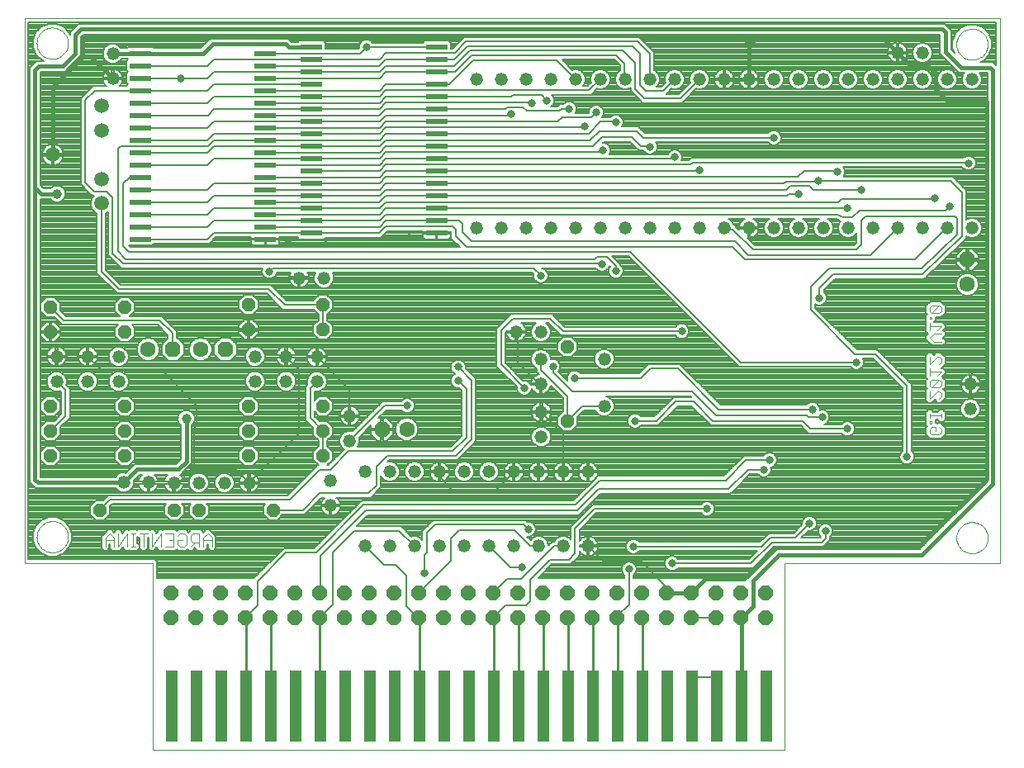
<source format=gbl>
G75*
G70*
%OFA0B0*%
%FSLAX24Y24*%
%IPPOS*%
%LPD*%
%AMOC8*
5,1,8,0,0,1.08239X$1,22.5*
%
%ADD10C,0.0040*%
%ADD11C,0.0000*%
%ADD12R,0.0500X0.2882*%
%ADD13OC8,0.0600*%
%ADD14R,0.0866X0.0236*%
%ADD15C,0.0520*%
%ADD16OC8,0.0520*%
%ADD17OC8,0.0630*%
%ADD18C,0.0630*%
%ADD19C,0.0591*%
%ADD20C,0.0160*%
%ADD21C,0.0157*%
%ADD22C,0.0080*%
%ADD23C,0.0079*%
%ADD24C,0.0317*%
%ADD25C,0.0100*%
%ADD26C,0.0396*%
D10*
X004635Y008301D02*
X004635Y008648D01*
X004808Y008822D01*
X004982Y008648D01*
X004982Y008301D01*
X005150Y008301D02*
X005150Y008822D01*
X004982Y008561D02*
X004635Y008561D01*
X005150Y008301D02*
X005497Y008822D01*
X005497Y008301D01*
X005668Y008301D02*
X005841Y008301D01*
X005754Y008301D02*
X005754Y008822D01*
X005668Y008822D02*
X005841Y008822D01*
X006010Y008822D02*
X006357Y008822D01*
X006525Y008822D02*
X006525Y008301D01*
X006872Y008822D01*
X006872Y008301D01*
X007041Y008301D02*
X007388Y008301D01*
X007388Y008822D01*
X007041Y008822D01*
X007215Y008561D02*
X007388Y008561D01*
X007557Y008561D02*
X007730Y008561D01*
X007557Y008561D02*
X007557Y008388D01*
X007643Y008301D01*
X007817Y008301D01*
X007904Y008388D01*
X007904Y008735D01*
X007817Y008822D01*
X007643Y008822D01*
X007557Y008735D01*
X008072Y008735D02*
X008072Y008561D01*
X008159Y008475D01*
X008419Y008475D01*
X008246Y008475D02*
X008072Y008301D01*
X008419Y008301D02*
X008419Y008822D01*
X008159Y008822D01*
X008072Y008735D01*
X008588Y008648D02*
X008588Y008301D01*
X008588Y008561D02*
X008935Y008561D01*
X008935Y008648D02*
X008935Y008301D01*
X008935Y008648D02*
X008761Y008822D01*
X008588Y008648D01*
X006183Y008822D02*
X006183Y008301D01*
X037908Y012890D02*
X037908Y013043D01*
X037985Y013120D01*
X038138Y013120D01*
X038138Y012966D01*
X037985Y012813D02*
X037908Y012890D01*
X037985Y012813D02*
X038292Y012813D01*
X038368Y012890D01*
X038368Y013043D01*
X038292Y013120D01*
X037985Y013273D02*
X037985Y013350D01*
X037908Y013350D01*
X037908Y013273D01*
X037985Y013273D01*
X037908Y013504D02*
X037908Y013657D01*
X037908Y013580D02*
X038368Y013580D01*
X038368Y013504D02*
X038368Y013657D01*
X038292Y014271D02*
X038368Y014348D01*
X038368Y014501D01*
X038292Y014578D01*
X038215Y014578D01*
X037908Y014271D01*
X037908Y014578D01*
X037985Y014731D02*
X037908Y014808D01*
X037908Y014961D01*
X037985Y015038D01*
X038292Y015038D01*
X037985Y014731D01*
X038292Y014731D01*
X038368Y014808D01*
X038368Y014961D01*
X038292Y015038D01*
X038215Y015192D02*
X038368Y015345D01*
X037908Y015345D01*
X037908Y015192D02*
X037908Y015499D01*
X037908Y015652D02*
X038215Y015959D01*
X038292Y015959D01*
X038368Y015882D01*
X038368Y015729D01*
X038292Y015652D01*
X037908Y015652D02*
X037908Y015959D01*
X038061Y016573D02*
X037908Y016726D01*
X038061Y016880D01*
X038368Y016880D01*
X038215Y017033D02*
X038368Y017187D01*
X037908Y017187D01*
X037908Y017340D02*
X037908Y017033D01*
X037908Y017494D02*
X037908Y017570D01*
X037985Y017570D01*
X037985Y017494D01*
X037908Y017494D01*
X037985Y017724D02*
X037908Y017800D01*
X037908Y017954D01*
X037985Y018031D01*
X038292Y018031D01*
X037985Y017724D01*
X038292Y017724D01*
X038368Y017800D01*
X038368Y017954D01*
X038292Y018031D01*
X038368Y016573D02*
X038061Y016573D01*
D11*
X006547Y007643D02*
X006547Y000100D01*
X032047Y000100D01*
X032047Y007643D01*
X040733Y007643D01*
X040733Y029628D01*
X001362Y029628D01*
X001362Y007643D01*
X006547Y007643D01*
X001860Y008694D02*
X001862Y008744D01*
X001868Y008794D01*
X001878Y008843D01*
X001892Y008891D01*
X001909Y008938D01*
X001930Y008983D01*
X001955Y009027D01*
X001983Y009068D01*
X002015Y009107D01*
X002049Y009144D01*
X002086Y009178D01*
X002126Y009208D01*
X002168Y009235D01*
X002212Y009259D01*
X002258Y009280D01*
X002305Y009296D01*
X002353Y009309D01*
X002403Y009318D01*
X002452Y009323D01*
X002503Y009324D01*
X002553Y009321D01*
X002602Y009314D01*
X002651Y009303D01*
X002699Y009288D01*
X002745Y009270D01*
X002790Y009248D01*
X002833Y009222D01*
X002874Y009193D01*
X002913Y009161D01*
X002949Y009126D01*
X002981Y009088D01*
X003011Y009048D01*
X003038Y009005D01*
X003061Y008961D01*
X003080Y008915D01*
X003096Y008867D01*
X003108Y008818D01*
X003116Y008769D01*
X003120Y008719D01*
X003120Y008669D01*
X003116Y008619D01*
X003108Y008570D01*
X003096Y008521D01*
X003080Y008473D01*
X003061Y008427D01*
X003038Y008383D01*
X003011Y008340D01*
X002981Y008300D01*
X002949Y008262D01*
X002913Y008227D01*
X002874Y008195D01*
X002833Y008166D01*
X002790Y008140D01*
X002745Y008118D01*
X002699Y008100D01*
X002651Y008085D01*
X002602Y008074D01*
X002553Y008067D01*
X002503Y008064D01*
X002452Y008065D01*
X002403Y008070D01*
X002353Y008079D01*
X002305Y008092D01*
X002258Y008108D01*
X002212Y008129D01*
X002168Y008153D01*
X002126Y008180D01*
X002086Y008210D01*
X002049Y008244D01*
X002015Y008281D01*
X001983Y008320D01*
X001955Y008361D01*
X001930Y008405D01*
X001909Y008450D01*
X001892Y008497D01*
X001878Y008545D01*
X001868Y008594D01*
X001862Y008644D01*
X001860Y008694D01*
X001860Y028616D02*
X001862Y028666D01*
X001868Y028716D01*
X001878Y028765D01*
X001892Y028813D01*
X001909Y028860D01*
X001930Y028905D01*
X001955Y028949D01*
X001983Y028990D01*
X002015Y029029D01*
X002049Y029066D01*
X002086Y029100D01*
X002126Y029130D01*
X002168Y029157D01*
X002212Y029181D01*
X002258Y029202D01*
X002305Y029218D01*
X002353Y029231D01*
X002403Y029240D01*
X002452Y029245D01*
X002503Y029246D01*
X002553Y029243D01*
X002602Y029236D01*
X002651Y029225D01*
X002699Y029210D01*
X002745Y029192D01*
X002790Y029170D01*
X002833Y029144D01*
X002874Y029115D01*
X002913Y029083D01*
X002949Y029048D01*
X002981Y029010D01*
X003011Y028970D01*
X003038Y028927D01*
X003061Y028883D01*
X003080Y028837D01*
X003096Y028789D01*
X003108Y028740D01*
X003116Y028691D01*
X003120Y028641D01*
X003120Y028591D01*
X003116Y028541D01*
X003108Y028492D01*
X003096Y028443D01*
X003080Y028395D01*
X003061Y028349D01*
X003038Y028305D01*
X003011Y028262D01*
X002981Y028222D01*
X002949Y028184D01*
X002913Y028149D01*
X002874Y028117D01*
X002833Y028088D01*
X002790Y028062D01*
X002745Y028040D01*
X002699Y028022D01*
X002651Y028007D01*
X002602Y027996D01*
X002553Y027989D01*
X002503Y027986D01*
X002452Y027987D01*
X002403Y027992D01*
X002353Y028001D01*
X002305Y028014D01*
X002258Y028030D01*
X002212Y028051D01*
X002168Y028075D01*
X002126Y028102D01*
X002086Y028132D01*
X002049Y028166D01*
X002015Y028203D01*
X001983Y028242D01*
X001955Y028283D01*
X001930Y028327D01*
X001909Y028372D01*
X001892Y028419D01*
X001878Y028467D01*
X001868Y028516D01*
X001862Y028566D01*
X001860Y028616D01*
X038986Y028576D02*
X038988Y028626D01*
X038994Y028676D01*
X039004Y028725D01*
X039018Y028773D01*
X039035Y028820D01*
X039056Y028865D01*
X039081Y028909D01*
X039109Y028950D01*
X039141Y028989D01*
X039175Y029026D01*
X039212Y029060D01*
X039252Y029090D01*
X039294Y029117D01*
X039338Y029141D01*
X039384Y029162D01*
X039431Y029178D01*
X039479Y029191D01*
X039529Y029200D01*
X039578Y029205D01*
X039629Y029206D01*
X039679Y029203D01*
X039728Y029196D01*
X039777Y029185D01*
X039825Y029170D01*
X039871Y029152D01*
X039916Y029130D01*
X039959Y029104D01*
X040000Y029075D01*
X040039Y029043D01*
X040075Y029008D01*
X040107Y028970D01*
X040137Y028930D01*
X040164Y028887D01*
X040187Y028843D01*
X040206Y028797D01*
X040222Y028749D01*
X040234Y028700D01*
X040242Y028651D01*
X040246Y028601D01*
X040246Y028551D01*
X040242Y028501D01*
X040234Y028452D01*
X040222Y028403D01*
X040206Y028355D01*
X040187Y028309D01*
X040164Y028265D01*
X040137Y028222D01*
X040107Y028182D01*
X040075Y028144D01*
X040039Y028109D01*
X040000Y028077D01*
X039959Y028048D01*
X039916Y028022D01*
X039871Y028000D01*
X039825Y027982D01*
X039777Y027967D01*
X039728Y027956D01*
X039679Y027949D01*
X039629Y027946D01*
X039578Y027947D01*
X039529Y027952D01*
X039479Y027961D01*
X039431Y027974D01*
X039384Y027990D01*
X039338Y028011D01*
X039294Y028035D01*
X039252Y028062D01*
X039212Y028092D01*
X039175Y028126D01*
X039141Y028163D01*
X039109Y028202D01*
X039081Y028243D01*
X039056Y028287D01*
X039035Y028332D01*
X039018Y028379D01*
X039004Y028427D01*
X038994Y028476D01*
X038988Y028526D01*
X038986Y028576D01*
X038986Y008655D02*
X038988Y008705D01*
X038994Y008755D01*
X039004Y008804D01*
X039018Y008852D01*
X039035Y008899D01*
X039056Y008944D01*
X039081Y008988D01*
X039109Y009029D01*
X039141Y009068D01*
X039175Y009105D01*
X039212Y009139D01*
X039252Y009169D01*
X039294Y009196D01*
X039338Y009220D01*
X039384Y009241D01*
X039431Y009257D01*
X039479Y009270D01*
X039529Y009279D01*
X039578Y009284D01*
X039629Y009285D01*
X039679Y009282D01*
X039728Y009275D01*
X039777Y009264D01*
X039825Y009249D01*
X039871Y009231D01*
X039916Y009209D01*
X039959Y009183D01*
X040000Y009154D01*
X040039Y009122D01*
X040075Y009087D01*
X040107Y009049D01*
X040137Y009009D01*
X040164Y008966D01*
X040187Y008922D01*
X040206Y008876D01*
X040222Y008828D01*
X040234Y008779D01*
X040242Y008730D01*
X040246Y008680D01*
X040246Y008630D01*
X040242Y008580D01*
X040234Y008531D01*
X040222Y008482D01*
X040206Y008434D01*
X040187Y008388D01*
X040164Y008344D01*
X040137Y008301D01*
X040107Y008261D01*
X040075Y008223D01*
X040039Y008188D01*
X040000Y008156D01*
X039959Y008127D01*
X039916Y008101D01*
X039871Y008079D01*
X039825Y008061D01*
X039777Y008046D01*
X039728Y008035D01*
X039679Y008028D01*
X039629Y008025D01*
X039578Y008026D01*
X039529Y008031D01*
X039479Y008040D01*
X039431Y008053D01*
X039384Y008069D01*
X039338Y008090D01*
X039294Y008114D01*
X039252Y008141D01*
X039212Y008171D01*
X039175Y008205D01*
X039141Y008242D01*
X039109Y008281D01*
X039081Y008322D01*
X039056Y008366D01*
X039035Y008411D01*
X039018Y008458D01*
X039004Y008506D01*
X038994Y008555D01*
X038988Y008605D01*
X038986Y008655D01*
D12*
X031297Y001859D03*
X030297Y001859D03*
X029297Y001859D03*
X028297Y001859D03*
X027297Y001859D03*
X026297Y001859D03*
X025297Y001859D03*
X024297Y001859D03*
X023297Y001859D03*
X022297Y001859D03*
X021297Y001859D03*
X020297Y001859D03*
X019297Y001859D03*
X018297Y001859D03*
X017297Y001859D03*
X016297Y001859D03*
X015297Y001859D03*
X014297Y001859D03*
X013297Y001859D03*
X012297Y001859D03*
X011297Y001859D03*
X010297Y001859D03*
X009297Y001859D03*
X008297Y001859D03*
X007297Y001859D03*
D13*
X007290Y005431D03*
X008290Y005431D03*
X009290Y005431D03*
X010290Y005431D03*
X011290Y005431D03*
X012290Y005431D03*
X013290Y005431D03*
X014290Y005431D03*
X015290Y005431D03*
X016290Y005431D03*
X017290Y005431D03*
X018290Y005431D03*
X019290Y005431D03*
X020290Y005431D03*
X021290Y005431D03*
X022290Y005431D03*
X023290Y005431D03*
X024290Y005431D03*
X025290Y005431D03*
X026290Y005431D03*
X027290Y005431D03*
X028290Y005431D03*
X029290Y005431D03*
X030290Y005431D03*
X031290Y005431D03*
X031290Y006431D03*
X030290Y006431D03*
X029290Y006431D03*
X028290Y006431D03*
X027290Y006431D03*
X026290Y006431D03*
X025290Y006431D03*
X024290Y006431D03*
X023290Y006431D03*
X022290Y006431D03*
X021290Y006431D03*
X020290Y006431D03*
X019290Y006431D03*
X018290Y006431D03*
X017290Y006431D03*
X016290Y006431D03*
X015290Y006431D03*
X014290Y006431D03*
X013290Y006431D03*
X012290Y006431D03*
X011290Y006431D03*
X010290Y006431D03*
X009290Y006431D03*
X008290Y006431D03*
X007290Y006431D03*
D14*
X006033Y020706D03*
X006033Y021206D03*
X006033Y021706D03*
X006033Y022206D03*
X006033Y022706D03*
X006033Y023206D03*
X006033Y023706D03*
X006033Y024206D03*
X006033Y024706D03*
X006033Y025206D03*
X006033Y025706D03*
X006033Y026206D03*
X006033Y026706D03*
X006033Y027206D03*
X006033Y027706D03*
X006033Y028206D03*
X011085Y028206D03*
X011085Y027706D03*
X011085Y027206D03*
X011085Y026706D03*
X011085Y026206D03*
X011085Y025706D03*
X011085Y025206D03*
X011085Y024706D03*
X011085Y024206D03*
X011085Y023706D03*
X011085Y023206D03*
X011085Y022706D03*
X011085Y022206D03*
X011085Y021706D03*
X011085Y021206D03*
X011085Y020706D03*
X012951Y020962D03*
X012951Y021462D03*
X012951Y021962D03*
X012951Y022462D03*
X012951Y022962D03*
X012951Y023462D03*
X012951Y023962D03*
X012951Y024462D03*
X012951Y024962D03*
X012951Y025462D03*
X012951Y025962D03*
X012951Y026462D03*
X012951Y026962D03*
X012951Y027462D03*
X012951Y027962D03*
X012951Y028462D03*
X018003Y028462D03*
X018003Y027962D03*
X018003Y027462D03*
X018003Y026962D03*
X018003Y026462D03*
X018003Y025962D03*
X018003Y025462D03*
X018003Y024962D03*
X018003Y024462D03*
X018003Y023962D03*
X018003Y023462D03*
X018003Y022962D03*
X018003Y022462D03*
X018003Y021962D03*
X018003Y021462D03*
X018003Y020962D03*
D15*
X019609Y021163D03*
X020609Y021163D03*
X021609Y021163D03*
X022609Y021163D03*
X023609Y021163D03*
X024609Y021163D03*
X025609Y021163D03*
X026609Y021163D03*
X027609Y021163D03*
X028609Y021163D03*
X029609Y021163D03*
X030609Y021163D03*
X031609Y021163D03*
X032609Y021163D03*
X033609Y021163D03*
X034609Y021163D03*
X035609Y021163D03*
X036609Y021163D03*
X037609Y021163D03*
X038609Y021163D03*
X039609Y021163D03*
X039609Y027163D03*
X038609Y027163D03*
X037609Y027163D03*
X036609Y027163D03*
X035609Y027163D03*
X034609Y027163D03*
X033609Y027163D03*
X032609Y027163D03*
X031609Y027163D03*
X030609Y027163D03*
X029609Y027163D03*
X028609Y027163D03*
X027609Y027163D03*
X026609Y027163D03*
X025609Y027163D03*
X024609Y027163D03*
X023609Y027163D03*
X022609Y027163D03*
X021609Y027163D03*
X020609Y027163D03*
X019609Y027163D03*
X013455Y019139D03*
X012455Y019139D03*
X011927Y015974D03*
X011927Y014974D03*
X013168Y014954D03*
X013168Y015954D03*
X010668Y015974D03*
X010668Y014974D03*
X014486Y013569D03*
X014486Y012569D03*
X015112Y011320D03*
X016112Y011320D03*
X017112Y011320D03*
X018112Y011320D03*
X019112Y011320D03*
X020112Y011320D03*
X021112Y011320D03*
X022112Y011320D03*
X023112Y011320D03*
X024112Y011320D03*
X022223Y012730D03*
X022223Y013730D03*
X022203Y014856D03*
X022203Y015856D03*
X022211Y016970D03*
X021211Y016970D03*
X024764Y015873D03*
X024764Y013973D03*
X024112Y008320D03*
X023112Y008320D03*
X022112Y008320D03*
X021112Y008320D03*
X020112Y008320D03*
X019112Y008320D03*
X018112Y008320D03*
X017112Y008320D03*
X016112Y008320D03*
X015112Y008320D03*
X013719Y009954D03*
X013719Y010954D03*
X010433Y010872D03*
X009433Y010872D03*
X008396Y010876D03*
X007396Y010876D03*
X006368Y010883D03*
X005368Y010883D03*
X005166Y014970D03*
X005166Y015970D03*
X003916Y015970D03*
X003916Y014970D03*
X002666Y014970D03*
X002666Y015970D03*
X004931Y027187D03*
X004931Y028187D03*
X036609Y028234D03*
X037609Y028234D03*
X039549Y014852D03*
X039549Y013852D03*
D16*
X023276Y013372D03*
X023276Y016372D03*
X013416Y017049D03*
X013416Y018053D03*
X010416Y018053D03*
X010416Y017049D03*
X010416Y013970D03*
X010416Y012970D03*
X010416Y011970D03*
X013416Y011970D03*
X013416Y012970D03*
X013416Y013970D03*
X011406Y009773D03*
X008406Y009773D03*
X007398Y009773D03*
X005416Y011970D03*
X005416Y012970D03*
X005416Y013970D03*
X002416Y013970D03*
X002416Y012970D03*
X002416Y011970D03*
X004398Y009773D03*
X005416Y016970D03*
X005416Y017970D03*
X002416Y017970D03*
X002416Y016970D03*
D17*
X007357Y016261D03*
X009475Y016261D03*
X015797Y013031D03*
X039427Y019883D03*
D18*
X039427Y018883D03*
X016797Y013031D03*
X008475Y016261D03*
X006357Y016261D03*
D19*
X004471Y022147D03*
X004471Y023131D03*
X002502Y024116D03*
X004471Y025100D03*
X004471Y026084D03*
D20*
X002502Y026872D02*
X003707Y028076D01*
X003423Y028206D02*
X002904Y027687D01*
X001943Y027687D01*
X001794Y027537D01*
X001794Y022797D01*
X002053Y022537D01*
X002679Y022537D01*
X001794Y022797D02*
X001794Y010998D01*
X001904Y010887D01*
X005364Y010887D01*
X005368Y010883D01*
X005376Y010883D01*
X005908Y011415D01*
X007573Y011415D01*
X007896Y011738D01*
X007896Y013466D01*
X002502Y024116D02*
X002502Y026872D01*
X003423Y028206D02*
X003423Y028966D01*
X003644Y029187D01*
X038408Y029187D01*
X038542Y029053D01*
X038542Y028273D01*
X039171Y027643D01*
X040345Y027643D01*
X040451Y027537D01*
X040451Y027533D02*
X040451Y010844D01*
X037577Y007970D01*
X031821Y007970D01*
X030782Y006931D01*
X030782Y005895D01*
X030317Y005431D01*
X030290Y005431D01*
X030297Y005423D01*
X030297Y001859D01*
X028278Y006431D02*
X027290Y006431D01*
X028278Y006431D02*
X028837Y006990D01*
X030412Y006990D01*
X031671Y008250D01*
X037427Y008250D01*
X040203Y011025D01*
X040203Y014710D01*
X040061Y014852D01*
X039549Y014852D01*
X040203Y014710D02*
X040203Y019502D01*
X039817Y019887D01*
X039431Y019887D01*
X040203Y019502D02*
X040203Y026277D01*
X038128Y026754D02*
X038128Y027431D01*
X037892Y027667D01*
X037183Y027667D01*
X036612Y028238D01*
X036609Y028234D02*
X035979Y028864D01*
X035979Y028880D01*
X030963Y028880D01*
X012951Y028462D02*
X012947Y028458D01*
X012038Y028458D01*
X011904Y028592D01*
X008967Y028592D01*
X008581Y028206D01*
X006033Y028206D01*
D21*
X004951Y028206D01*
X004931Y028187D01*
X004042Y028076D02*
X004931Y027187D01*
X004042Y028076D02*
X003707Y028076D01*
X003707Y028840D01*
X003794Y028927D01*
X030282Y028927D01*
X030646Y028563D01*
X030963Y028880D01*
X030646Y028563D02*
X030609Y028525D01*
X030609Y027163D01*
X029609Y027163D01*
X038128Y026754D02*
X038601Y026281D01*
X040203Y026277D01*
X026290Y005431D02*
X026297Y005423D01*
X025297Y005423D02*
X025290Y005431D01*
X021297Y005423D02*
X021290Y005431D01*
X020297Y005423D02*
X020290Y005431D01*
X017297Y005423D02*
X017290Y005431D01*
X011297Y005423D02*
X011290Y005431D01*
X010297Y005423D02*
X010290Y005431D01*
D22*
X010333Y005494D01*
X010345Y005494D02*
X010345Y005506D01*
X010766Y005927D01*
X010766Y006911D01*
X011908Y008053D01*
X013128Y008053D01*
X015057Y009982D01*
X023601Y009982D01*
X024585Y010966D01*
X029664Y010966D01*
X030490Y011793D01*
X031435Y011793D01*
X031199Y011399D02*
X030569Y011399D01*
X029782Y010612D01*
X024546Y010612D01*
X023679Y009746D01*
X015136Y009746D01*
X013325Y007935D01*
X013325Y006478D01*
X013286Y006439D01*
X013290Y006431D02*
X013325Y006439D01*
X013805Y005946D02*
X013294Y005435D01*
X013805Y005946D02*
X013805Y008069D01*
X014679Y008943D01*
X016490Y008943D01*
X015254Y010454D02*
X015569Y010769D01*
X015569Y011517D01*
X016022Y011970D01*
X018758Y011970D01*
X018128Y011313D02*
X018128Y011092D01*
X018660Y010561D01*
X020364Y010561D01*
X021109Y011305D01*
X021120Y011313D02*
X021120Y011317D01*
X021120Y011313D02*
X023112Y011313D01*
X023112Y012840D01*
X022219Y013734D01*
X022203Y014856D02*
X022144Y014864D01*
X021278Y015730D01*
X021278Y016911D01*
X021211Y016970D01*
X022203Y015856D02*
X022223Y015809D01*
X022223Y015415D01*
X022695Y015336D02*
X022695Y015572D01*
X022695Y015336D02*
X023483Y014549D01*
X026002Y013368D02*
X026868Y013368D01*
X027656Y014155D01*
X028364Y014155D01*
X029152Y013368D01*
X032774Y013368D01*
X033089Y013053D01*
X034585Y013053D01*
X033168Y013840D02*
X029388Y013840D01*
X027734Y015494D01*
X026632Y015494D01*
X026238Y015100D01*
X024116Y011313D02*
X023112Y011313D01*
X025766Y007383D02*
X025766Y005966D01*
X025294Y005494D01*
X025290Y005431D01*
X020333Y005415D02*
X020313Y005427D01*
X020333Y005415D02*
X020290Y005431D01*
X020333Y005494D01*
X017341Y005415D02*
X017297Y005415D01*
X017290Y005431D02*
X017341Y005415D01*
X012605Y009773D02*
X011406Y009773D01*
X012065Y010198D02*
X004821Y010198D01*
X004392Y009769D01*
X007396Y010876D02*
X007565Y010876D01*
X008069Y011380D01*
X008266Y011380D01*
X008207Y011439D01*
X008207Y013072D01*
X008325Y013191D01*
X008325Y013998D01*
X006868Y015454D01*
X004431Y015454D01*
X003916Y015970D01*
X008266Y011380D02*
X009920Y011380D01*
X010431Y010868D01*
X010433Y010872D02*
X010412Y010927D01*
X010427Y010864D02*
X012431Y012868D01*
X012431Y015470D01*
X011927Y015974D01*
X014447Y012147D02*
X013699Y011399D01*
X013266Y011399D01*
X012065Y010198D01*
X012605Y009773D02*
X013286Y010454D01*
X015254Y010454D01*
X008754Y027206D02*
X007671Y027206D01*
X008754Y027206D02*
X009006Y027458D01*
X012951Y027458D01*
X012959Y027466D01*
D23*
X012951Y027462D02*
X012943Y027470D01*
X012939Y027470D02*
X012943Y027474D01*
X012951Y027462D02*
X015703Y027462D01*
X015951Y027710D01*
X018715Y027710D01*
X019329Y028332D01*
X025526Y028332D01*
X026014Y027844D01*
X026014Y026761D01*
X026388Y026387D01*
X027837Y026387D01*
X028609Y027159D01*
X028484Y026782D02*
X028529Y026764D01*
X028688Y026764D01*
X028835Y026824D01*
X028947Y026937D01*
X029008Y027084D01*
X029008Y027242D01*
X028947Y027389D01*
X028835Y027502D01*
X028688Y027562D01*
X028529Y027562D01*
X028382Y027502D01*
X028270Y027389D01*
X028209Y027242D01*
X028209Y027084D01*
X028230Y027033D01*
X027763Y026566D01*
X027268Y026566D01*
X027484Y026782D01*
X027529Y026764D01*
X027688Y026764D01*
X027835Y026824D01*
X027947Y026937D01*
X028008Y027084D01*
X028008Y027242D01*
X027947Y027389D01*
X027835Y027502D01*
X027688Y027562D01*
X027529Y027562D01*
X027382Y027502D01*
X027270Y027389D01*
X027209Y027242D01*
X027209Y027084D01*
X027230Y027033D01*
X027074Y026877D01*
X026887Y026877D01*
X026947Y026937D01*
X027008Y027084D01*
X027008Y027242D01*
X026947Y027389D01*
X026835Y027502D01*
X026787Y027521D01*
X026787Y028253D01*
X026683Y028357D01*
X026179Y028861D01*
X019255Y028861D01*
X019253Y028863D01*
X019181Y028861D01*
X019109Y028861D01*
X019108Y028860D01*
X019105Y028860D01*
X019056Y028808D01*
X019005Y028757D01*
X019005Y028754D01*
X018658Y028393D01*
X018575Y028393D01*
X018575Y028638D01*
X018493Y028720D01*
X017512Y028720D01*
X017433Y028641D01*
X015418Y028641D01*
X015344Y028715D01*
X015235Y028760D01*
X015116Y028760D01*
X015007Y028715D01*
X014923Y028631D01*
X014877Y028522D01*
X014877Y028417D01*
X014845Y028385D01*
X013523Y028385D01*
X013523Y028638D01*
X013441Y028720D01*
X012460Y028720D01*
X012418Y028678D01*
X012129Y028678D01*
X012123Y028683D01*
X011995Y028811D01*
X008876Y028811D01*
X008747Y028683D01*
X008490Y028426D01*
X006562Y028426D01*
X006524Y028464D01*
X005543Y028464D01*
X005503Y028424D01*
X005258Y028424D01*
X005158Y028525D01*
X005011Y028586D01*
X004852Y028586D01*
X004705Y028525D01*
X004593Y028413D01*
X004532Y028266D01*
X004532Y028107D01*
X004593Y027960D01*
X004705Y027848D01*
X004852Y027787D01*
X005011Y027787D01*
X005158Y027848D01*
X005270Y027960D01*
X005281Y027988D01*
X005503Y027988D01*
X005535Y027956D01*
X005461Y027882D01*
X005461Y027530D01*
X005535Y027456D01*
X005461Y027382D01*
X005461Y027030D01*
X005535Y026956D01*
X005464Y026885D01*
X005195Y026885D01*
X005242Y026932D01*
X005285Y026997D01*
X005315Y027070D01*
X005331Y027147D01*
X004971Y027147D01*
X004971Y027226D01*
X005331Y027226D01*
X005315Y027303D01*
X005285Y027376D01*
X005242Y027441D01*
X005186Y027497D01*
X005121Y027541D01*
X005048Y027571D01*
X004971Y027586D01*
X004971Y027226D01*
X004892Y027226D01*
X004892Y027586D01*
X004815Y027571D01*
X004742Y027541D01*
X004677Y027497D01*
X004621Y027441D01*
X004577Y027376D01*
X004547Y027303D01*
X004532Y027226D01*
X004892Y027226D01*
X004892Y027147D01*
X004532Y027147D01*
X004547Y027070D01*
X004577Y026997D01*
X004621Y026932D01*
X004668Y026885D01*
X004137Y026885D01*
X003743Y026491D01*
X003638Y026387D01*
X003638Y022920D01*
X003993Y022565D01*
X004097Y022461D01*
X004169Y022461D01*
X004102Y022393D01*
X004036Y022234D01*
X004036Y022061D01*
X004102Y021901D01*
X004225Y021779D01*
X004292Y021751D01*
X004292Y019325D01*
X005001Y018617D01*
X005105Y018512D01*
X011149Y018512D01*
X011690Y017971D01*
X011794Y017866D01*
X013037Y017866D01*
X013237Y017667D01*
X013237Y017435D01*
X013016Y017214D01*
X013016Y016883D01*
X013250Y016649D01*
X013581Y016649D01*
X013815Y016883D01*
X013815Y017214D01*
X013594Y017435D01*
X013594Y017667D01*
X013815Y017887D01*
X013815Y018218D01*
X013581Y018452D01*
X013250Y018452D01*
X013022Y018224D01*
X011942Y018224D01*
X011297Y018869D01*
X005253Y018869D01*
X004649Y019473D01*
X004649Y021751D01*
X004717Y021779D01*
X004749Y021811D01*
X004749Y020069D01*
X005174Y019644D01*
X005279Y019539D01*
X010989Y019539D01*
X010960Y019470D01*
X010960Y019352D01*
X011005Y019242D01*
X011089Y019158D01*
X011199Y019113D01*
X011317Y019113D01*
X011427Y019158D01*
X011511Y019242D01*
X011556Y019352D01*
X011556Y019362D01*
X012124Y019362D01*
X012101Y019329D01*
X012071Y019256D01*
X012056Y019179D01*
X012416Y019179D01*
X012416Y019100D01*
X012494Y019100D01*
X012494Y018740D01*
X012571Y018755D01*
X012644Y018785D01*
X012710Y018829D01*
X012765Y018885D01*
X012809Y018950D01*
X012839Y019023D01*
X012854Y019100D01*
X012494Y019100D01*
X012494Y019179D01*
X012854Y019179D01*
X012839Y019256D01*
X012809Y019329D01*
X012786Y019362D01*
X013115Y019362D01*
X013056Y019219D01*
X013056Y019060D01*
X013116Y018913D01*
X013229Y018801D01*
X013376Y018740D01*
X013534Y018740D01*
X013681Y018801D01*
X013794Y018913D01*
X013854Y019060D01*
X013854Y019219D01*
X013795Y019362D01*
X021830Y019362D01*
X021901Y019291D01*
X021901Y019182D01*
X021946Y019073D01*
X022030Y018989D01*
X022140Y018944D01*
X022258Y018944D01*
X022368Y018989D01*
X022452Y019073D01*
X022497Y019182D01*
X022497Y019301D01*
X022452Y019411D01*
X022368Y019494D01*
X022259Y019539D01*
X024422Y019539D01*
X024423Y019537D01*
X024507Y019454D01*
X024616Y019408D01*
X024735Y019408D01*
X024844Y019454D01*
X024928Y019537D01*
X024971Y019642D01*
X025008Y019606D01*
X024986Y019584D01*
X024940Y019474D01*
X024940Y019356D01*
X024986Y019246D01*
X025070Y019162D01*
X025179Y019117D01*
X025298Y019117D01*
X025407Y019162D01*
X025491Y019246D01*
X025537Y019356D01*
X025537Y019474D01*
X025491Y019584D01*
X025417Y019658D01*
X025417Y019702D01*
X025312Y019806D01*
X025091Y020028D01*
X025747Y020028D01*
X030115Y015660D01*
X030220Y015555D01*
X034716Y015555D01*
X034786Y015485D01*
X034896Y015440D01*
X035014Y015440D01*
X035124Y015485D01*
X035208Y015569D01*
X035253Y015678D01*
X035253Y015797D01*
X035211Y015898D01*
X035621Y015898D01*
X036812Y014707D01*
X036812Y012166D01*
X036738Y012092D01*
X036692Y011982D01*
X036692Y011864D01*
X036738Y011754D01*
X036822Y011670D01*
X036931Y011625D01*
X037050Y011625D01*
X037159Y011670D01*
X037243Y011754D01*
X037289Y011864D01*
X037289Y011982D01*
X037243Y012092D01*
X037169Y012166D01*
X037169Y014855D01*
X035874Y016150D01*
X035769Y016255D01*
X034962Y016255D01*
X033291Y017926D01*
X033291Y018084D01*
X033392Y018042D01*
X033510Y018042D01*
X033620Y018087D01*
X033704Y018171D01*
X033749Y018281D01*
X033749Y018399D01*
X033704Y018509D01*
X033630Y018583D01*
X033630Y018660D01*
X034080Y019110D01*
X037686Y019110D01*
X037742Y019165D01*
X039279Y020642D01*
X039281Y020642D01*
X039332Y020693D01*
X039384Y020743D01*
X039384Y020745D01*
X039386Y020746D01*
X039386Y020819D01*
X039386Y020823D01*
X039529Y020764D01*
X039688Y020764D01*
X039835Y020824D01*
X039947Y020937D01*
X040008Y021084D01*
X040008Y021242D01*
X039947Y021389D01*
X039835Y021502D01*
X039688Y021562D01*
X039529Y021562D01*
X039386Y021503D01*
X039386Y022682D01*
X039281Y022787D01*
X038933Y023135D01*
X038828Y023239D01*
X034429Y023239D01*
X034440Y023250D01*
X034485Y023360D01*
X034485Y023478D01*
X034440Y023588D01*
X034402Y023626D01*
X039211Y023626D01*
X039218Y023608D01*
X039302Y023524D01*
X039411Y023479D01*
X039530Y023479D01*
X039640Y023524D01*
X039723Y023608D01*
X039769Y023718D01*
X039769Y023836D01*
X039723Y023946D01*
X039640Y024030D01*
X039530Y024075D01*
X039411Y024075D01*
X039302Y024030D01*
X039255Y023983D01*
X028404Y023983D01*
X028398Y023988D01*
X028331Y023983D01*
X028263Y023983D01*
X028258Y023978D01*
X028251Y023978D01*
X028206Y023927D01*
X028172Y023893D01*
X027876Y023893D01*
X027907Y023966D01*
X027907Y024084D01*
X027861Y024194D01*
X027777Y024278D01*
X027668Y024323D01*
X027549Y024323D01*
X027440Y024278D01*
X027356Y024194D01*
X027334Y024141D01*
X024982Y024141D01*
X025021Y024234D01*
X025021Y024352D01*
X024975Y024462D01*
X024892Y024546D01*
X024782Y024591D01*
X024703Y024591D01*
X024753Y024642D01*
X025806Y024642D01*
X026060Y024388D01*
X026164Y024283D01*
X026356Y024283D01*
X026360Y024274D01*
X026444Y024190D01*
X026553Y024144D01*
X026672Y024144D01*
X026781Y024190D01*
X026865Y024274D01*
X026911Y024383D01*
X026911Y024502D01*
X026865Y024611D01*
X026855Y024622D01*
X031366Y024622D01*
X031440Y024548D01*
X031549Y024503D01*
X031668Y024503D01*
X031777Y024548D01*
X031861Y024632D01*
X031907Y024741D01*
X031907Y024860D01*
X031861Y024970D01*
X031777Y025054D01*
X031668Y025099D01*
X031549Y025099D01*
X031440Y025054D01*
X031366Y024980D01*
X026403Y024980D01*
X026135Y025247D01*
X025473Y025247D01*
X025483Y025258D01*
X025529Y025367D01*
X025529Y025486D01*
X025483Y025596D01*
X025399Y025679D01*
X025290Y025725D01*
X025171Y025725D01*
X025062Y025679D01*
X025011Y025629D01*
X024669Y025629D01*
X024696Y025656D01*
X024741Y025765D01*
X024741Y025884D01*
X024696Y025993D01*
X024612Y026077D01*
X024502Y026123D01*
X024384Y026123D01*
X024274Y026077D01*
X024190Y025993D01*
X024145Y025884D01*
X024145Y025810D01*
X023615Y025810D01*
X023655Y025907D01*
X023655Y026025D01*
X023609Y026135D01*
X023525Y026219D01*
X023416Y026264D01*
X023297Y026264D01*
X023188Y026219D01*
X023125Y026157D01*
X022975Y026157D01*
X022881Y026062D01*
X022626Y026062D01*
X022696Y026132D01*
X022741Y026241D01*
X022741Y026360D01*
X022696Y026470D01*
X022630Y026535D01*
X024234Y026535D01*
X024482Y026783D01*
X024529Y026764D01*
X024688Y026764D01*
X024835Y026824D01*
X024947Y026937D01*
X025008Y027084D01*
X025008Y027242D01*
X024947Y027389D01*
X024835Y027502D01*
X024688Y027562D01*
X024529Y027562D01*
X024382Y027502D01*
X024270Y027389D01*
X024209Y027242D01*
X024209Y027084D01*
X024229Y027036D01*
X024086Y026893D01*
X023903Y026893D01*
X023947Y026937D01*
X024008Y027084D01*
X024008Y027242D01*
X023947Y027389D01*
X023835Y027502D01*
X023688Y027562D01*
X023529Y027562D01*
X023482Y027543D01*
X023075Y027949D01*
X025184Y027949D01*
X025410Y027723D01*
X025410Y027513D01*
X025382Y027502D01*
X025270Y027389D01*
X025209Y027242D01*
X025209Y027084D01*
X025270Y026937D01*
X025382Y026824D01*
X025529Y026764D01*
X025688Y026764D01*
X025835Y026824D01*
X025835Y026825D01*
X025835Y026687D01*
X026209Y026313D01*
X026314Y026209D01*
X027911Y026209D01*
X028484Y026782D01*
X028450Y026748D02*
X040232Y026748D01*
X040232Y026825D02*
X039835Y026825D01*
X039835Y026824D02*
X039947Y026937D01*
X040008Y027084D01*
X040008Y027242D01*
X039947Y027389D01*
X039912Y027424D01*
X040232Y027424D01*
X040232Y010935D01*
X037486Y008189D01*
X031730Y008189D01*
X030569Y007028D01*
X025945Y007025D01*
X025945Y007141D01*
X026019Y007215D01*
X026064Y007324D01*
X026064Y007443D01*
X026019Y007552D01*
X025935Y007636D01*
X025825Y007682D01*
X025707Y007682D01*
X025597Y007636D01*
X025513Y007552D01*
X025468Y007443D01*
X025468Y007324D01*
X025513Y007215D01*
X025587Y007141D01*
X025587Y007025D01*
X022095Y007023D01*
X022659Y007587D01*
X023407Y007587D01*
X023663Y007843D01*
X023768Y007947D01*
X023768Y008118D01*
X023802Y008066D01*
X023858Y008010D01*
X023923Y007967D01*
X023996Y007936D01*
X024073Y007921D01*
X024073Y008281D01*
X024152Y008281D01*
X024152Y008360D01*
X024512Y008360D01*
X024496Y008437D01*
X024466Y008510D01*
X024423Y008575D01*
X024367Y008631D01*
X024302Y008674D01*
X024229Y008704D01*
X024152Y008720D01*
X024152Y008360D01*
X024073Y008360D01*
X024073Y008720D01*
X023996Y008704D01*
X023923Y008674D01*
X023858Y008631D01*
X023802Y008575D01*
X023768Y008523D01*
X023768Y008955D01*
X024458Y009646D01*
X028673Y009646D01*
X028747Y009572D01*
X028856Y009526D01*
X028975Y009526D01*
X029084Y009572D01*
X029168Y009656D01*
X029214Y009765D01*
X029214Y009884D01*
X029168Y009993D01*
X029084Y010077D01*
X028975Y010123D01*
X028856Y010123D01*
X028747Y010077D01*
X028673Y010003D01*
X024310Y010003D01*
X023410Y009103D01*
X023410Y008588D01*
X023339Y008659D01*
X023192Y008720D01*
X023033Y008720D01*
X022886Y008659D01*
X022774Y008547D01*
X022754Y008499D01*
X022664Y008499D01*
X022512Y008347D01*
X022512Y008400D01*
X022451Y008547D01*
X022339Y008659D01*
X022192Y008720D01*
X022033Y008720D01*
X021886Y008659D01*
X021797Y008570D01*
X021655Y008711D01*
X021758Y008711D01*
X021868Y008757D01*
X021952Y008841D01*
X021997Y008950D01*
X021997Y009069D01*
X021952Y009178D01*
X021868Y009262D01*
X021758Y009308D01*
X021654Y009308D01*
X021596Y009365D01*
X017861Y009365D01*
X017757Y009261D01*
X017426Y008930D01*
X017426Y008572D01*
X017339Y008659D01*
X017192Y008720D01*
X017033Y008720D01*
X016986Y008700D01*
X016670Y009016D01*
X016670Y009017D01*
X016565Y009122D01*
X014766Y009122D01*
X015210Y009566D01*
X023754Y009566D01*
X023859Y009671D01*
X024620Y010432D01*
X029856Y010432D01*
X029961Y010538D01*
X030643Y011220D01*
X030957Y011220D01*
X031030Y011146D01*
X031140Y011101D01*
X031258Y011101D01*
X031368Y011146D01*
X031452Y011230D01*
X031497Y011340D01*
X031497Y011459D01*
X031482Y011495D01*
X031495Y011495D01*
X031604Y011540D01*
X031688Y011624D01*
X031733Y011734D01*
X031733Y011852D01*
X031688Y011962D01*
X031604Y012046D01*
X031495Y012091D01*
X031376Y012091D01*
X031266Y012046D01*
X031193Y011972D01*
X030416Y011972D01*
X030311Y011867D01*
X029589Y011146D01*
X024511Y011146D01*
X024406Y011040D01*
X023526Y010161D01*
X014983Y010161D01*
X014878Y010056D01*
X013054Y008232D01*
X011833Y008232D01*
X011728Y008127D01*
X010617Y007016D01*
X006707Y007013D01*
X006707Y007709D01*
X006613Y007803D01*
X001522Y007803D01*
X001522Y029468D01*
X040573Y029468D01*
X040573Y027725D01*
X040564Y027734D01*
X040564Y027734D01*
X040436Y027863D01*
X039956Y027863D01*
X040063Y027907D01*
X040286Y028129D01*
X040406Y028419D01*
X040406Y028733D01*
X040286Y029023D01*
X040063Y029246D01*
X039773Y029366D01*
X039459Y029366D01*
X039169Y029246D01*
X038947Y029023D01*
X038827Y028733D01*
X038827Y028419D01*
X038913Y028212D01*
X038761Y028364D01*
X038761Y029144D01*
X038632Y029272D01*
X038499Y029406D01*
X003553Y029406D01*
X003333Y029186D01*
X003204Y029057D01*
X003204Y028955D01*
X003160Y029063D01*
X002937Y029285D01*
X002647Y029405D01*
X002333Y029405D01*
X002043Y029285D01*
X001821Y029063D01*
X001701Y028773D01*
X001701Y028459D01*
X001821Y028169D01*
X002043Y027947D01*
X002141Y027906D01*
X001852Y027906D01*
X001703Y027756D01*
X001574Y027628D01*
X001574Y010907D01*
X001684Y010797D01*
X001813Y010668D01*
X005025Y010668D01*
X005030Y010657D01*
X005142Y010545D01*
X005289Y010484D01*
X005448Y010484D01*
X005595Y010545D01*
X005707Y010657D01*
X005768Y010804D01*
X005768Y010963D01*
X005767Y010964D01*
X005999Y011196D01*
X006117Y011196D01*
X006114Y011194D01*
X006058Y011138D01*
X006014Y011073D01*
X005984Y011000D01*
X005969Y010923D01*
X006329Y010923D01*
X006329Y010844D01*
X006408Y010844D01*
X006408Y010923D01*
X006768Y010923D01*
X006752Y011000D01*
X006722Y011073D01*
X006679Y011138D01*
X006623Y011194D01*
X006620Y011196D01*
X007156Y011196D01*
X007141Y011186D01*
X007086Y011130D01*
X007042Y011065D01*
X007012Y010992D01*
X006997Y010915D01*
X007357Y010915D01*
X007357Y010836D01*
X007435Y010836D01*
X007435Y010476D01*
X007512Y010492D01*
X007585Y010522D01*
X007650Y010565D01*
X007706Y010621D01*
X007750Y010686D01*
X007780Y010759D01*
X007795Y010836D01*
X007435Y010836D01*
X007435Y010915D01*
X007795Y010915D01*
X007780Y010992D01*
X007750Y011065D01*
X007706Y011130D01*
X007650Y011186D01*
X007636Y011196D01*
X007664Y011196D01*
X007792Y011324D01*
X007987Y011518D01*
X008115Y011647D01*
X008115Y013208D01*
X008182Y013275D01*
X008233Y013399D01*
X008233Y013533D01*
X008182Y013657D01*
X008087Y013752D01*
X007963Y013804D01*
X007829Y013804D01*
X007705Y013752D01*
X007610Y013657D01*
X007558Y013533D01*
X007558Y013399D01*
X007610Y013275D01*
X007677Y013208D01*
X007677Y011829D01*
X007482Y011634D01*
X005817Y011634D01*
X005688Y011506D01*
X005460Y011278D01*
X005448Y011283D01*
X005289Y011283D01*
X005142Y011222D01*
X005030Y011110D01*
X005029Y011107D01*
X002013Y011107D01*
X002013Y022318D01*
X002421Y022318D01*
X002488Y022251D01*
X002612Y022200D01*
X002746Y022200D01*
X002871Y022251D01*
X002965Y022346D01*
X003017Y022470D01*
X003017Y022604D01*
X002965Y022728D01*
X002871Y022823D01*
X002746Y022874D01*
X002612Y022874D01*
X002488Y022823D01*
X002421Y022756D01*
X002144Y022756D01*
X002013Y022888D01*
X002013Y027446D01*
X002034Y027467D01*
X002995Y027467D01*
X003123Y027596D01*
X003643Y028115D01*
X003643Y028875D01*
X003735Y028967D01*
X038317Y028967D01*
X038322Y028962D01*
X038322Y028182D01*
X038952Y027552D01*
X039081Y027424D01*
X039305Y027424D01*
X039270Y027389D01*
X039209Y027242D01*
X039209Y027084D01*
X039270Y026937D01*
X039382Y026824D01*
X039529Y026764D01*
X039688Y026764D01*
X039835Y026824D01*
X039913Y026902D02*
X040232Y026902D01*
X040232Y026980D02*
X039965Y026980D01*
X039997Y027057D02*
X040232Y027057D01*
X040232Y027134D02*
X040008Y027134D01*
X040008Y027211D02*
X040232Y027211D01*
X040232Y027289D02*
X039989Y027289D01*
X039957Y027366D02*
X040232Y027366D01*
X040546Y027752D02*
X040573Y027752D01*
X040573Y027829D02*
X040469Y027829D01*
X040573Y027907D02*
X040062Y027907D01*
X040140Y027984D02*
X040573Y027984D01*
X040573Y028061D02*
X040217Y028061D01*
X040289Y028138D02*
X040573Y028138D01*
X040573Y028216D02*
X040321Y028216D01*
X040353Y028293D02*
X040573Y028293D01*
X040573Y028370D02*
X040385Y028370D01*
X040406Y028447D02*
X040573Y028447D01*
X040573Y028524D02*
X040406Y028524D01*
X040406Y028602D02*
X040573Y028602D01*
X040573Y028679D02*
X040406Y028679D01*
X040396Y028756D02*
X040573Y028756D01*
X040573Y028833D02*
X040364Y028833D01*
X040332Y028911D02*
X040573Y028911D01*
X040573Y028988D02*
X040300Y028988D01*
X040244Y029065D02*
X040573Y029065D01*
X040573Y029142D02*
X040167Y029142D01*
X040089Y029220D02*
X040573Y029220D01*
X040573Y029297D02*
X039939Y029297D01*
X039293Y029297D02*
X038608Y029297D01*
X038685Y029220D02*
X039143Y029220D01*
X039066Y029142D02*
X038761Y029142D01*
X038761Y029065D02*
X038989Y029065D01*
X038933Y028988D02*
X038761Y028988D01*
X038761Y028911D02*
X038901Y028911D01*
X038869Y028833D02*
X038761Y028833D01*
X038761Y028756D02*
X038837Y028756D01*
X038827Y028679D02*
X038761Y028679D01*
X038761Y028602D02*
X038827Y028602D01*
X038827Y028524D02*
X038761Y028524D01*
X038761Y028447D02*
X038827Y028447D01*
X038848Y028370D02*
X038761Y028370D01*
X038832Y028293D02*
X038880Y028293D01*
X038910Y028216D02*
X038912Y028216D01*
X038598Y027907D02*
X037846Y027907D01*
X037835Y027895D02*
X037947Y028008D01*
X038008Y028154D01*
X038008Y028313D01*
X037947Y028460D01*
X037835Y028572D01*
X037688Y028633D01*
X037529Y028633D01*
X037382Y028572D01*
X037270Y028460D01*
X037209Y028313D01*
X037209Y028154D01*
X037270Y028008D01*
X037382Y027895D01*
X037529Y027834D01*
X037688Y027834D01*
X037835Y027895D01*
X037923Y027984D02*
X038521Y027984D01*
X038444Y028061D02*
X037969Y028061D01*
X038001Y028138D02*
X038366Y028138D01*
X038322Y028216D02*
X038008Y028216D01*
X038008Y028293D02*
X038322Y028293D01*
X038322Y028370D02*
X037984Y028370D01*
X037952Y028447D02*
X038322Y028447D01*
X038322Y028524D02*
X037883Y028524D01*
X037764Y028602D02*
X038322Y028602D01*
X038322Y028679D02*
X026361Y028679D01*
X026284Y028756D02*
X038322Y028756D01*
X038322Y028833D02*
X026207Y028833D01*
X026105Y028683D02*
X026609Y028179D01*
X026609Y027163D01*
X026893Y027443D02*
X027324Y027443D01*
X027260Y027366D02*
X026957Y027366D01*
X026989Y027289D02*
X027228Y027289D01*
X027209Y027211D02*
X027008Y027211D01*
X027008Y027134D02*
X027209Y027134D01*
X027220Y027057D02*
X026997Y027057D01*
X026965Y026980D02*
X027176Y026980D01*
X027099Y026902D02*
X026913Y026902D01*
X027148Y026698D02*
X026447Y026698D01*
X026207Y026939D01*
X026207Y028194D01*
X025896Y028506D01*
X019258Y028506D01*
X018715Y027962D01*
X018003Y027962D01*
X018006Y027954D02*
X018006Y027970D01*
X017994Y027966D02*
X018006Y027954D01*
X017994Y027966D02*
X015951Y027966D01*
X015691Y027706D01*
X011085Y027706D01*
X011085Y028206D02*
X014920Y028206D01*
X015175Y028462D01*
X017990Y028462D01*
X018003Y028462D02*
X018007Y028466D01*
X018575Y028447D02*
X018710Y028447D01*
X018784Y028524D02*
X018575Y028524D01*
X018575Y028602D02*
X018858Y028602D01*
X018932Y028679D02*
X018534Y028679D01*
X019005Y028756D02*
X015245Y028756D01*
X015106Y028756D02*
X012050Y028756D01*
X012123Y028683D02*
X012123Y028683D01*
X012127Y028679D02*
X012419Y028679D01*
X012963Y027974D02*
X012951Y027962D01*
X008998Y027962D01*
X008742Y027706D01*
X006033Y027706D01*
X005461Y027675D02*
X003202Y027675D01*
X003125Y027598D02*
X005461Y027598D01*
X005471Y027520D02*
X005151Y027520D01*
X005240Y027443D02*
X005522Y027443D01*
X005461Y027366D02*
X005289Y027366D01*
X005318Y027289D02*
X005461Y027289D01*
X005461Y027211D02*
X004971Y027211D01*
X004971Y027289D02*
X004892Y027289D01*
X004892Y027366D02*
X004971Y027366D01*
X004971Y027443D02*
X004892Y027443D01*
X004892Y027520D02*
X004971Y027520D01*
X004712Y027520D02*
X003048Y027520D01*
X003279Y027752D02*
X005461Y027752D01*
X005461Y027829D02*
X005112Y027829D01*
X005216Y027907D02*
X005485Y027907D01*
X005508Y027984D02*
X005280Y027984D01*
X005236Y028447D02*
X005526Y028447D01*
X005158Y028524D02*
X008589Y028524D01*
X008512Y028447D02*
X006541Y028447D01*
X006033Y027206D02*
X007671Y027206D01*
X008750Y026706D02*
X009010Y026966D01*
X012951Y026966D01*
X012947Y026966D02*
X012951Y026962D01*
X012951Y026462D02*
X015699Y026462D01*
X015951Y026714D01*
X024160Y026714D01*
X024609Y027163D01*
X024893Y027443D02*
X025324Y027443D01*
X025260Y027366D02*
X024957Y027366D01*
X024989Y027289D02*
X025228Y027289D01*
X025209Y027211D02*
X025008Y027211D01*
X025008Y027134D02*
X025209Y027134D01*
X025220Y027057D02*
X024997Y027057D01*
X024965Y026980D02*
X025252Y026980D01*
X025304Y026902D02*
X024913Y026902D01*
X024835Y026825D02*
X025382Y026825D01*
X025577Y027147D02*
X025589Y027159D01*
X025589Y027797D01*
X025258Y028128D01*
X019400Y028128D01*
X018734Y027462D01*
X018003Y027462D01*
X015955Y027462D01*
X015699Y027206D01*
X011085Y027206D01*
X011085Y026706D02*
X015695Y026706D01*
X015951Y026962D01*
X017998Y026962D01*
X017998Y026966D01*
X017999Y026966D02*
X018510Y026966D01*
X019475Y027931D01*
X022841Y027931D01*
X023609Y027163D01*
X023893Y027443D02*
X024324Y027443D01*
X024260Y027366D02*
X023957Y027366D01*
X023989Y027289D02*
X024228Y027289D01*
X024209Y027211D02*
X024008Y027211D01*
X024008Y027134D02*
X024209Y027134D01*
X024220Y027057D02*
X023997Y027057D01*
X023965Y026980D02*
X024172Y026980D01*
X024095Y026902D02*
X023913Y026902D01*
X024292Y026593D02*
X025929Y026593D01*
X026006Y026516D02*
X022649Y026516D01*
X022709Y026439D02*
X026084Y026439D01*
X026161Y026362D02*
X022741Y026362D01*
X022741Y026284D02*
X026238Y026284D01*
X025852Y026671D02*
X024369Y026671D01*
X024446Y026748D02*
X025835Y026748D01*
X025410Y027520D02*
X024789Y027520D01*
X024428Y027520D02*
X023789Y027520D01*
X023427Y027598D02*
X025410Y027598D01*
X025410Y027675D02*
X023349Y027675D01*
X023272Y027752D02*
X025381Y027752D01*
X025304Y027829D02*
X023195Y027829D01*
X023118Y027907D02*
X025226Y027907D01*
X026105Y028683D02*
X019183Y028683D01*
X018734Y028214D01*
X015959Y028214D01*
X015695Y027966D01*
X012967Y027966D01*
X012963Y027962D01*
X012951Y027962D01*
X013523Y028447D02*
X014877Y028447D01*
X014879Y028524D02*
X013523Y028524D01*
X013523Y028602D02*
X014911Y028602D01*
X014971Y028679D02*
X013482Y028679D01*
X015380Y028679D02*
X017471Y028679D01*
X019080Y028833D02*
X003643Y028833D01*
X003643Y028756D02*
X008821Y028756D01*
X008743Y028679D02*
X003643Y028679D01*
X003643Y028602D02*
X008666Y028602D01*
X008750Y026706D02*
X006033Y026706D01*
X004211Y026706D01*
X003817Y026313D01*
X003817Y022994D01*
X004171Y022639D01*
X004668Y022639D01*
X004927Y022380D01*
X004927Y020143D01*
X005353Y019718D01*
X024664Y019718D01*
X024675Y019706D01*
X024473Y019487D02*
X022375Y019487D01*
X022452Y019410D02*
X024612Y019410D01*
X024739Y019410D02*
X024940Y019410D01*
X024946Y019487D02*
X024878Y019487D01*
X024939Y019565D02*
X024978Y019565D01*
X024950Y019333D02*
X022484Y019333D01*
X022497Y019256D02*
X024982Y019256D01*
X025053Y019178D02*
X022495Y019178D01*
X022463Y019101D02*
X026673Y019101D01*
X026596Y019178D02*
X025423Y019178D01*
X025495Y019256D02*
X026519Y019256D01*
X026442Y019333D02*
X025527Y019333D01*
X025537Y019410D02*
X026365Y019410D01*
X026287Y019487D02*
X025531Y019487D01*
X025499Y019565D02*
X026210Y019565D01*
X026133Y019642D02*
X025433Y019642D01*
X025400Y019719D02*
X026056Y019719D01*
X025978Y019796D02*
X025322Y019796D01*
X025245Y019874D02*
X025901Y019874D01*
X025824Y019951D02*
X025168Y019951D01*
X024864Y020002D02*
X025238Y019628D01*
X025238Y019411D01*
X024864Y020002D02*
X024467Y020002D01*
X024372Y019907D01*
X005451Y019907D01*
X005128Y020230D01*
X005128Y024348D01*
X005246Y024466D01*
X008770Y024466D01*
X009010Y024706D01*
X011085Y024706D01*
X015695Y024706D01*
X015951Y024962D01*
X018003Y024962D01*
X024132Y024962D01*
X024620Y025450D01*
X025227Y025450D01*
X025246Y025431D01*
X025242Y025431D01*
X025231Y025427D02*
X025207Y025450D01*
X025049Y025667D02*
X024700Y025667D01*
X024732Y025744D02*
X040232Y025744D01*
X040232Y025821D02*
X024741Y025821D01*
X024735Y025898D02*
X040232Y025898D01*
X040232Y025976D02*
X024703Y025976D01*
X024636Y026053D02*
X040232Y026053D01*
X040232Y026130D02*
X023611Y026130D01*
X023643Y026053D02*
X024250Y026053D01*
X024183Y025976D02*
X023655Y025976D01*
X023651Y025898D02*
X024151Y025898D01*
X024145Y025821D02*
X023619Y025821D01*
X023353Y025966D02*
X023341Y025978D01*
X023049Y025978D01*
X022955Y025883D01*
X021636Y025883D01*
X021479Y026041D01*
X020849Y026041D01*
X020774Y025966D01*
X018007Y025966D01*
X018003Y025962D01*
X017999Y025966D01*
X015951Y025966D01*
X015691Y025706D01*
X011085Y025706D01*
X011085Y025206D02*
X015699Y025206D01*
X015951Y025458D01*
X017999Y025458D01*
X022892Y025458D01*
X023065Y025631D01*
X024254Y025631D01*
X024451Y025828D01*
X023990Y025281D02*
X023975Y025265D01*
X023975Y025261D01*
X023979Y025261D01*
X023908Y025214D01*
X015955Y025214D01*
X015703Y024962D01*
X012951Y024962D01*
X012959Y024954D01*
X012951Y024962D02*
X012951Y024962D01*
X009006Y024962D01*
X008750Y024706D01*
X006033Y024706D01*
X006033Y025206D02*
X008758Y025206D01*
X009010Y025458D01*
X012947Y025458D01*
X015699Y025458D01*
X015951Y025710D01*
X020986Y025710D01*
X021030Y025754D01*
X021006Y026446D02*
X021073Y026513D01*
X022231Y026513D01*
X022443Y026301D01*
X022727Y026207D02*
X023176Y026207D01*
X022949Y026130D02*
X022694Y026130D01*
X023349Y025970D02*
X023349Y025966D01*
X023537Y026207D02*
X040232Y026207D01*
X040232Y026284D02*
X027987Y026284D01*
X028064Y026362D02*
X040232Y026362D01*
X040232Y026439D02*
X028141Y026439D01*
X028218Y026516D02*
X040232Y026516D01*
X040232Y026593D02*
X028296Y026593D01*
X028373Y026671D02*
X040232Y026671D01*
X039382Y026825D02*
X038835Y026825D01*
X038835Y026824D02*
X038947Y026937D01*
X039008Y027084D01*
X039008Y027242D01*
X038947Y027389D01*
X038835Y027502D01*
X038688Y027562D01*
X038529Y027562D01*
X038382Y027502D01*
X038270Y027389D01*
X038209Y027242D01*
X038209Y027084D01*
X038270Y026937D01*
X038382Y026824D01*
X038529Y026764D01*
X038688Y026764D01*
X038835Y026824D01*
X038913Y026902D02*
X039304Y026902D01*
X039252Y026980D02*
X038965Y026980D01*
X038997Y027057D02*
X039220Y027057D01*
X039209Y027134D02*
X039008Y027134D01*
X039008Y027211D02*
X039209Y027211D01*
X039228Y027289D02*
X038989Y027289D01*
X038957Y027366D02*
X039260Y027366D01*
X039061Y027443D02*
X038893Y027443D01*
X038984Y027520D02*
X038789Y027520D01*
X038907Y027598D02*
X026787Y027598D01*
X026787Y027675D02*
X038830Y027675D01*
X038753Y027752D02*
X026787Y027752D01*
X026787Y027829D02*
X038675Y027829D01*
X038428Y027520D02*
X037789Y027520D01*
X037835Y027502D02*
X037688Y027562D01*
X037529Y027562D01*
X037382Y027502D01*
X037270Y027389D01*
X037209Y027242D01*
X037209Y027084D01*
X037270Y026937D01*
X037382Y026824D01*
X037529Y026764D01*
X037688Y026764D01*
X037835Y026824D01*
X037947Y026937D01*
X038008Y027084D01*
X038008Y027242D01*
X037947Y027389D01*
X037835Y027502D01*
X037893Y027443D02*
X038324Y027443D01*
X038260Y027366D02*
X037957Y027366D01*
X037989Y027289D02*
X038228Y027289D01*
X038209Y027211D02*
X038008Y027211D01*
X038008Y027134D02*
X038209Y027134D01*
X038220Y027057D02*
X037997Y027057D01*
X037965Y026980D02*
X038252Y026980D01*
X038304Y026902D02*
X037913Y026902D01*
X037835Y026825D02*
X038382Y026825D01*
X037382Y026825D02*
X036835Y026825D01*
X036835Y026824D02*
X036947Y026937D01*
X037008Y027084D01*
X037008Y027242D01*
X036947Y027389D01*
X036835Y027502D01*
X036688Y027562D01*
X036529Y027562D01*
X036382Y027502D01*
X036270Y027389D01*
X036209Y027242D01*
X036209Y027084D01*
X036270Y026937D01*
X036382Y026824D01*
X036529Y026764D01*
X036688Y026764D01*
X036835Y026824D01*
X036913Y026902D02*
X037304Y026902D01*
X037252Y026980D02*
X036965Y026980D01*
X036997Y027057D02*
X037220Y027057D01*
X037209Y027134D02*
X037008Y027134D01*
X037008Y027211D02*
X037209Y027211D01*
X037228Y027289D02*
X036989Y027289D01*
X036957Y027366D02*
X037260Y027366D01*
X037324Y027443D02*
X036893Y027443D01*
X036789Y027520D02*
X037428Y027520D01*
X037371Y027907D02*
X036837Y027907D01*
X036863Y027924D02*
X036919Y027979D01*
X036962Y028045D01*
X036993Y028117D01*
X037008Y028194D01*
X036648Y028194D01*
X036648Y027834D01*
X036725Y027850D01*
X036798Y027880D01*
X036863Y027924D01*
X036922Y027984D02*
X037294Y027984D01*
X037248Y028061D02*
X036969Y028061D01*
X036997Y028138D02*
X037216Y028138D01*
X037209Y028216D02*
X036648Y028216D01*
X036648Y028194D02*
X036648Y028273D01*
X037008Y028273D01*
X036993Y028350D01*
X036962Y028423D01*
X036919Y028488D01*
X036863Y028544D01*
X036798Y028588D01*
X036725Y028618D01*
X036648Y028633D01*
X036648Y028273D01*
X036569Y028273D01*
X036569Y028194D01*
X036648Y028194D01*
X036648Y028138D02*
X036569Y028138D01*
X036569Y028194D02*
X036569Y027834D01*
X036492Y027850D01*
X036419Y027880D01*
X036354Y027924D01*
X036298Y027979D01*
X036255Y028045D01*
X036224Y028117D01*
X036209Y028194D01*
X036569Y028194D01*
X036569Y028216D02*
X026787Y028216D01*
X026787Y028138D02*
X036220Y028138D01*
X036248Y028061D02*
X026787Y028061D01*
X026787Y027984D02*
X036295Y027984D01*
X036380Y027907D02*
X026787Y027907D01*
X026789Y027520D02*
X027428Y027520D01*
X027789Y027520D02*
X028428Y027520D01*
X028324Y027443D02*
X027893Y027443D01*
X027957Y027366D02*
X028260Y027366D01*
X028228Y027289D02*
X027989Y027289D01*
X028008Y027211D02*
X028209Y027211D01*
X028209Y027134D02*
X028008Y027134D01*
X027997Y027057D02*
X028220Y027057D01*
X028176Y026980D02*
X027965Y026980D01*
X027913Y026902D02*
X028099Y026902D01*
X028022Y026825D02*
X027835Y026825D01*
X027945Y026748D02*
X027450Y026748D01*
X027373Y026671D02*
X027867Y026671D01*
X027790Y026593D02*
X027296Y026593D01*
X027148Y026698D02*
X027612Y027163D01*
X028789Y027520D02*
X029428Y027520D01*
X029419Y027517D02*
X029354Y027473D01*
X029298Y027418D01*
X029255Y027352D01*
X029224Y027279D01*
X029209Y027202D01*
X029569Y027202D01*
X029569Y027124D01*
X029209Y027124D01*
X029224Y027046D01*
X029255Y026974D01*
X029298Y026908D01*
X029354Y026853D01*
X029419Y026809D01*
X029492Y026779D01*
X029569Y026764D01*
X029569Y027124D01*
X029648Y027124D01*
X029648Y027202D01*
X030008Y027202D01*
X029993Y027279D01*
X029962Y027352D01*
X029919Y027418D01*
X029863Y027473D01*
X029798Y027517D01*
X029725Y027547D01*
X029648Y027562D01*
X029648Y027202D01*
X029569Y027202D01*
X029569Y027562D01*
X029492Y027547D01*
X029419Y027517D01*
X029324Y027443D02*
X028893Y027443D01*
X028957Y027366D02*
X029264Y027366D01*
X029228Y027289D02*
X028989Y027289D01*
X029008Y027211D02*
X029211Y027211D01*
X029222Y027057D02*
X028997Y027057D01*
X029008Y027134D02*
X029569Y027134D01*
X029569Y027057D02*
X029648Y027057D01*
X029648Y027124D02*
X029648Y026764D01*
X029725Y026779D01*
X029798Y026809D01*
X029863Y026853D01*
X029919Y026908D01*
X029962Y026974D01*
X029993Y027046D01*
X030008Y027124D01*
X029648Y027124D01*
X029648Y027134D02*
X030569Y027134D01*
X030569Y027124D02*
X030209Y027124D01*
X030224Y027046D01*
X030255Y026974D01*
X030298Y026908D01*
X030354Y026853D01*
X030419Y026809D01*
X030492Y026779D01*
X030569Y026764D01*
X030569Y027124D01*
X030569Y027202D01*
X030209Y027202D01*
X030224Y027279D01*
X030255Y027352D01*
X030298Y027418D01*
X030354Y027473D01*
X030419Y027517D01*
X030492Y027547D01*
X030569Y027562D01*
X030569Y027202D01*
X030648Y027202D01*
X031008Y027202D01*
X030993Y027279D01*
X030962Y027352D01*
X030919Y027418D01*
X030863Y027473D01*
X030798Y027517D01*
X030725Y027547D01*
X030648Y027562D01*
X030648Y027202D01*
X030648Y027124D01*
X031008Y027124D01*
X030993Y027046D01*
X030962Y026974D01*
X030919Y026908D01*
X030863Y026853D01*
X030798Y026809D01*
X030725Y026779D01*
X030648Y026764D01*
X030648Y027124D01*
X030569Y027124D01*
X030569Y027057D02*
X030648Y027057D01*
X030648Y027134D02*
X031209Y027134D01*
X031209Y027084D02*
X031270Y026937D01*
X031382Y026824D01*
X031529Y026764D01*
X031688Y026764D01*
X031835Y026824D01*
X031947Y026937D01*
X032008Y027084D01*
X032008Y027242D01*
X031947Y027389D01*
X031835Y027502D01*
X031688Y027562D01*
X031529Y027562D01*
X031382Y027502D01*
X031270Y027389D01*
X031209Y027242D01*
X031209Y027084D01*
X031220Y027057D02*
X030995Y027057D01*
X030965Y026980D02*
X031252Y026980D01*
X031304Y026902D02*
X030913Y026902D01*
X030822Y026825D02*
X031382Y026825D01*
X031209Y027211D02*
X031006Y027211D01*
X030989Y027289D02*
X031228Y027289D01*
X031260Y027366D02*
X030953Y027366D01*
X030893Y027443D02*
X031324Y027443D01*
X031428Y027520D02*
X030789Y027520D01*
X030648Y027520D02*
X030569Y027520D01*
X030569Y027443D02*
X030648Y027443D01*
X030648Y027366D02*
X030569Y027366D01*
X030569Y027289D02*
X030648Y027289D01*
X030648Y027211D02*
X030569Y027211D01*
X030569Y026980D02*
X030648Y026980D01*
X030648Y026902D02*
X030569Y026902D01*
X030569Y026825D02*
X030648Y026825D01*
X030395Y026825D02*
X029822Y026825D01*
X029913Y026902D02*
X030304Y026902D01*
X030252Y026980D02*
X029965Y026980D01*
X029995Y027057D02*
X030222Y027057D01*
X030211Y027211D02*
X030006Y027211D01*
X029989Y027289D02*
X030228Y027289D01*
X030264Y027366D02*
X029953Y027366D01*
X029893Y027443D02*
X030324Y027443D01*
X030428Y027520D02*
X029789Y027520D01*
X029648Y027520D02*
X029569Y027520D01*
X029569Y027443D02*
X029648Y027443D01*
X029648Y027366D02*
X029569Y027366D01*
X029569Y027289D02*
X029648Y027289D01*
X029648Y027211D02*
X029569Y027211D01*
X029569Y026980D02*
X029648Y026980D01*
X029648Y026902D02*
X029569Y026902D01*
X029569Y026825D02*
X029648Y026825D01*
X029395Y026825D02*
X028835Y026825D01*
X028913Y026902D02*
X029304Y026902D01*
X029252Y026980D02*
X028965Y026980D01*
X026747Y028293D02*
X036213Y028293D01*
X036209Y028273D02*
X036569Y028273D01*
X036569Y028633D01*
X036492Y028618D01*
X036419Y028588D01*
X036354Y028544D01*
X036298Y028488D01*
X036255Y028423D01*
X036224Y028350D01*
X036209Y028273D01*
X036233Y028370D02*
X026670Y028370D01*
X026593Y028447D02*
X036271Y028447D01*
X036334Y028524D02*
X026516Y028524D01*
X026438Y028602D02*
X036453Y028602D01*
X036569Y028602D02*
X036648Y028602D01*
X036648Y028524D02*
X036569Y028524D01*
X036569Y028447D02*
X036648Y028447D01*
X036648Y028370D02*
X036569Y028370D01*
X036569Y028293D02*
X036648Y028293D01*
X036648Y028061D02*
X036569Y028061D01*
X036569Y027984D02*
X036648Y027984D01*
X036648Y027907D02*
X036569Y027907D01*
X036428Y027520D02*
X035789Y027520D01*
X035835Y027502D02*
X035688Y027562D01*
X035529Y027562D01*
X035382Y027502D01*
X035270Y027389D01*
X035209Y027242D01*
X035209Y027084D01*
X035270Y026937D01*
X035382Y026824D01*
X035529Y026764D01*
X035688Y026764D01*
X035835Y026824D01*
X035947Y026937D01*
X036008Y027084D01*
X036008Y027242D01*
X035947Y027389D01*
X035835Y027502D01*
X035893Y027443D02*
X036324Y027443D01*
X036260Y027366D02*
X035957Y027366D01*
X035989Y027289D02*
X036228Y027289D01*
X036209Y027211D02*
X036008Y027211D01*
X036008Y027134D02*
X036209Y027134D01*
X036220Y027057D02*
X035997Y027057D01*
X035965Y026980D02*
X036252Y026980D01*
X036304Y026902D02*
X035913Y026902D01*
X035835Y026825D02*
X036382Y026825D01*
X035382Y026825D02*
X034835Y026825D01*
X034835Y026824D02*
X034947Y026937D01*
X035008Y027084D01*
X035008Y027242D01*
X034947Y027389D01*
X034835Y027502D01*
X034688Y027562D01*
X034529Y027562D01*
X034382Y027502D01*
X034270Y027389D01*
X034209Y027242D01*
X034209Y027084D01*
X034270Y026937D01*
X034382Y026824D01*
X034529Y026764D01*
X034688Y026764D01*
X034835Y026824D01*
X034913Y026902D02*
X035304Y026902D01*
X035252Y026980D02*
X034965Y026980D01*
X034997Y027057D02*
X035220Y027057D01*
X035209Y027134D02*
X035008Y027134D01*
X035008Y027211D02*
X035209Y027211D01*
X035228Y027289D02*
X034989Y027289D01*
X034957Y027366D02*
X035260Y027366D01*
X035324Y027443D02*
X034893Y027443D01*
X034789Y027520D02*
X035428Y027520D01*
X034428Y027520D02*
X033789Y027520D01*
X033835Y027502D02*
X033688Y027562D01*
X033529Y027562D01*
X033382Y027502D01*
X033270Y027389D01*
X033209Y027242D01*
X033209Y027084D01*
X033270Y026937D01*
X033382Y026824D01*
X033529Y026764D01*
X033688Y026764D01*
X033835Y026824D01*
X033947Y026937D01*
X034008Y027084D01*
X034008Y027242D01*
X033947Y027389D01*
X033835Y027502D01*
X033893Y027443D02*
X034324Y027443D01*
X034260Y027366D02*
X033957Y027366D01*
X033989Y027289D02*
X034228Y027289D01*
X034209Y027211D02*
X034008Y027211D01*
X034008Y027134D02*
X034209Y027134D01*
X034220Y027057D02*
X033997Y027057D01*
X033965Y026980D02*
X034252Y026980D01*
X034304Y026902D02*
X033913Y026902D01*
X033835Y026825D02*
X034382Y026825D01*
X033382Y026825D02*
X032835Y026825D01*
X032835Y026824D02*
X032947Y026937D01*
X033008Y027084D01*
X033008Y027242D01*
X032947Y027389D01*
X032835Y027502D01*
X032688Y027562D01*
X032529Y027562D01*
X032382Y027502D01*
X032270Y027389D01*
X032209Y027242D01*
X032209Y027084D01*
X032270Y026937D01*
X032382Y026824D01*
X032529Y026764D01*
X032688Y026764D01*
X032835Y026824D01*
X032913Y026902D02*
X033304Y026902D01*
X033252Y026980D02*
X032965Y026980D01*
X032997Y027057D02*
X033220Y027057D01*
X033209Y027134D02*
X033008Y027134D01*
X033008Y027211D02*
X033209Y027211D01*
X033228Y027289D02*
X032989Y027289D01*
X032957Y027366D02*
X033260Y027366D01*
X033324Y027443D02*
X032893Y027443D01*
X032789Y027520D02*
X033428Y027520D01*
X032428Y027520D02*
X031789Y027520D01*
X031893Y027443D02*
X032324Y027443D01*
X032260Y027366D02*
X031957Y027366D01*
X031989Y027289D02*
X032228Y027289D01*
X032209Y027211D02*
X032008Y027211D01*
X032008Y027134D02*
X032209Y027134D01*
X032220Y027057D02*
X031997Y027057D01*
X031965Y026980D02*
X032252Y026980D01*
X032304Y026902D02*
X031913Y026902D01*
X031835Y026825D02*
X032382Y026825D01*
X031782Y025049D02*
X040232Y025049D01*
X040232Y025126D02*
X026257Y025126D01*
X026334Y025049D02*
X031435Y025049D01*
X031609Y024801D02*
X026329Y024801D01*
X026061Y025069D01*
X024569Y025069D01*
X024179Y024710D01*
X015951Y024710D01*
X015707Y024466D01*
X012951Y024466D01*
X012947Y024462D01*
X012817Y024462D01*
X012805Y024450D01*
X012817Y024462D02*
X009010Y024462D01*
X008754Y024206D01*
X006033Y024206D01*
X006033Y023706D02*
X008750Y023706D01*
X009006Y023962D01*
X012951Y023962D01*
X012955Y023966D01*
X012951Y023962D02*
X012951Y023962D01*
X015695Y023962D01*
X015947Y024214D01*
X024644Y024214D01*
X024723Y024293D01*
X024929Y024508D02*
X025940Y024508D01*
X026017Y024431D02*
X024988Y024431D01*
X025020Y024353D02*
X026094Y024353D01*
X026238Y024462D02*
X026601Y024462D01*
X026605Y024458D01*
X026609Y024458D01*
X026616Y024466D01*
X026612Y024466D01*
X026605Y024458D02*
X026597Y024458D01*
X026612Y024443D01*
X026597Y024458D02*
X026593Y024462D01*
X026359Y024276D02*
X025021Y024276D01*
X025006Y024199D02*
X026434Y024199D01*
X026238Y024462D02*
X025880Y024820D01*
X024679Y024820D01*
X024321Y024462D01*
X018003Y024462D01*
X017998Y024462D02*
X018014Y024446D01*
X018010Y024446D01*
X017998Y024462D02*
X015955Y024462D01*
X015699Y024206D01*
X011085Y024206D01*
X011085Y023706D02*
X015695Y023706D01*
X015951Y023962D01*
X018003Y023962D01*
X027546Y023962D01*
X027609Y024025D01*
X027907Y024045D02*
X039337Y024045D01*
X039443Y023805D02*
X039471Y023777D01*
X039443Y023805D02*
X028337Y023805D01*
X028258Y023714D01*
X015951Y023714D01*
X015699Y023462D01*
X012951Y023462D01*
X012955Y022970D02*
X012947Y022962D01*
X009006Y022962D01*
X008750Y022706D01*
X006033Y022706D01*
X005605Y023206D02*
X005360Y022962D01*
X005360Y020423D01*
X005577Y020206D01*
X025821Y020206D01*
X030294Y015734D01*
X034959Y015734D01*
X035231Y015625D02*
X035893Y015625D01*
X035816Y015703D02*
X035253Y015703D01*
X035253Y015780D02*
X035739Y015780D01*
X035662Y015857D02*
X035228Y015857D01*
X035187Y015548D02*
X035971Y015548D01*
X036048Y015471D02*
X035089Y015471D01*
X034820Y015471D02*
X028011Y015471D01*
X027934Y015548D02*
X034723Y015548D01*
X034888Y016076D02*
X033112Y017852D01*
X033112Y018793D01*
X033833Y019513D01*
X037577Y019513D01*
X039010Y020895D01*
X039010Y021561D01*
X038896Y021639D01*
X035301Y021639D01*
X035132Y021470D01*
X035132Y020482D01*
X034931Y020281D01*
X030770Y020281D01*
X029947Y021104D01*
X029679Y021104D01*
X029624Y021159D01*
X029991Y021283D02*
X029947Y021389D01*
X029835Y021502D01*
X029772Y021528D01*
X030445Y021528D01*
X030419Y021517D01*
X030354Y021473D01*
X030298Y021418D01*
X030255Y021352D01*
X030224Y021279D01*
X030209Y021202D01*
X030569Y021202D01*
X030569Y021124D01*
X030209Y021124D01*
X030216Y021087D01*
X030126Y021178D01*
X030021Y021283D01*
X029991Y021283D01*
X030040Y021264D02*
X030221Y021264D01*
X030250Y021341D02*
X029967Y021341D01*
X029918Y021418D02*
X030299Y021418D01*
X030387Y021496D02*
X029841Y021496D01*
X030117Y021187D02*
X030569Y021187D01*
X030569Y021124D02*
X030648Y021124D01*
X030648Y021202D01*
X031008Y021202D01*
X030993Y021279D01*
X030962Y021352D01*
X030919Y021418D01*
X030863Y021473D01*
X030798Y021517D01*
X030772Y021528D01*
X031445Y021528D01*
X031382Y021502D01*
X031270Y021389D01*
X031209Y021242D01*
X031209Y021084D01*
X031270Y020937D01*
X031382Y020824D01*
X031529Y020764D01*
X031688Y020764D01*
X031835Y020824D01*
X031947Y020937D01*
X032008Y021084D01*
X032008Y021242D01*
X031947Y021389D01*
X031835Y021502D01*
X031772Y021528D01*
X032445Y021528D01*
X032382Y021502D01*
X032270Y021389D01*
X032209Y021242D01*
X032209Y021084D01*
X032270Y020937D01*
X032382Y020824D01*
X032529Y020764D01*
X032688Y020764D01*
X032835Y020824D01*
X032947Y020937D01*
X033008Y021084D01*
X033008Y021242D01*
X032947Y021389D01*
X032835Y021502D01*
X032772Y021528D01*
X033445Y021528D01*
X033382Y021502D01*
X033270Y021389D01*
X033209Y021242D01*
X033209Y021084D01*
X033270Y020937D01*
X033382Y020824D01*
X033529Y020764D01*
X033688Y020764D01*
X033835Y020824D01*
X033947Y020937D01*
X034008Y021084D01*
X034008Y021242D01*
X033947Y021389D01*
X033835Y021502D01*
X033772Y021528D01*
X034131Y021528D01*
X034296Y021439D01*
X034308Y021427D01*
X034270Y021389D01*
X034209Y021242D01*
X034209Y021084D01*
X034270Y020937D01*
X034382Y020824D01*
X034529Y020764D01*
X034688Y020764D01*
X034835Y020824D01*
X034947Y020937D01*
X034953Y020952D01*
X034953Y020556D01*
X034857Y020460D01*
X030844Y020460D01*
X030533Y020771D01*
X030569Y020764D01*
X030569Y021124D01*
X030569Y021109D02*
X030648Y021109D01*
X030648Y021124D02*
X030648Y020764D01*
X030725Y020779D01*
X030798Y020809D01*
X030863Y020853D01*
X030919Y020908D01*
X030962Y020974D01*
X030993Y021046D01*
X031008Y021124D01*
X030648Y021124D01*
X030648Y021187D02*
X031209Y021187D01*
X031218Y021264D02*
X030996Y021264D01*
X030967Y021341D02*
X031250Y021341D01*
X031299Y021418D02*
X030918Y021418D01*
X030830Y021496D02*
X031376Y021496D01*
X031209Y021109D02*
X031005Y021109D01*
X030987Y021032D02*
X031230Y021032D01*
X031262Y020955D02*
X030950Y020955D01*
X030888Y020878D02*
X031329Y020878D01*
X031440Y020800D02*
X030777Y020800D01*
X030648Y020800D02*
X030569Y020800D01*
X030569Y020878D02*
X030648Y020878D01*
X030648Y020955D02*
X030569Y020955D01*
X030569Y021032D02*
X030648Y021032D01*
X030581Y020723D02*
X034953Y020723D01*
X034953Y020646D02*
X030658Y020646D01*
X030735Y020569D02*
X034953Y020569D01*
X034889Y020491D02*
X030812Y020491D01*
X030589Y020072D02*
X035522Y020072D01*
X036609Y021159D01*
X034953Y020878D02*
X034888Y020878D01*
X034953Y020800D02*
X034777Y020800D01*
X034440Y020800D02*
X033777Y020800D01*
X033888Y020878D02*
X034329Y020878D01*
X034262Y020955D02*
X033955Y020955D01*
X033987Y021032D02*
X034230Y021032D01*
X034209Y021109D02*
X034008Y021109D01*
X034008Y021187D02*
X034209Y021187D01*
X034218Y021264D02*
X033999Y021264D01*
X033967Y021341D02*
X034250Y021341D01*
X034299Y021418D02*
X033918Y021418D01*
X033841Y021496D02*
X034190Y021496D01*
X034175Y021706D02*
X034404Y021584D01*
X034790Y021584D01*
X035065Y021860D01*
X038557Y021860D01*
X038734Y022037D01*
X038105Y022348D02*
X038097Y022340D01*
X034357Y022340D01*
X034223Y022206D01*
X015951Y022206D01*
X015707Y021962D01*
X012951Y021962D01*
X012947Y021943D02*
X012927Y021962D01*
X009002Y021962D01*
X008746Y021706D01*
X006033Y021706D01*
X006033Y022206D02*
X008750Y022206D01*
X009002Y022458D01*
X012955Y022458D01*
X012951Y022462D02*
X015703Y022462D01*
X015951Y022710D01*
X032112Y022710D01*
X032274Y022872D01*
X033057Y022872D01*
X033223Y022706D01*
X035109Y022706D01*
X035116Y022714D01*
X035120Y022710D02*
X035128Y022702D01*
X035132Y022706D01*
X034449Y023272D02*
X040232Y023272D01*
X040232Y023195D02*
X038873Y023195D01*
X038950Y023118D02*
X040232Y023118D01*
X040232Y023040D02*
X039027Y023040D01*
X039104Y022963D02*
X040232Y022963D01*
X040232Y022886D02*
X039182Y022886D01*
X039259Y022809D02*
X040232Y022809D01*
X040232Y022731D02*
X039336Y022731D01*
X039281Y022787D02*
X039281Y022787D01*
X039386Y022654D02*
X040232Y022654D01*
X040232Y022577D02*
X039386Y022577D01*
X039386Y022500D02*
X040232Y022500D01*
X040232Y022422D02*
X039386Y022422D01*
X039386Y022345D02*
X040232Y022345D01*
X040232Y022268D02*
X039386Y022268D01*
X039386Y022191D02*
X040232Y022191D01*
X040232Y022114D02*
X039386Y022114D01*
X039386Y022036D02*
X040232Y022036D01*
X040232Y021959D02*
X039386Y021959D01*
X039386Y021882D02*
X040232Y021882D01*
X040232Y021805D02*
X039386Y021805D01*
X039386Y021727D02*
X040232Y021727D01*
X040232Y021650D02*
X039386Y021650D01*
X039386Y021573D02*
X040232Y021573D01*
X040232Y021496D02*
X039841Y021496D01*
X039918Y021418D02*
X040232Y021418D01*
X040232Y021341D02*
X039967Y021341D01*
X039999Y021264D02*
X040232Y021264D01*
X040232Y021187D02*
X040008Y021187D01*
X040008Y021109D02*
X040232Y021109D01*
X040232Y021032D02*
X039987Y021032D01*
X039955Y020955D02*
X040232Y020955D01*
X040232Y020878D02*
X039888Y020878D01*
X039777Y020800D02*
X040232Y020800D01*
X040232Y020723D02*
X039364Y020723D01*
X039386Y020800D02*
X039440Y020800D01*
X039285Y020646D02*
X040232Y020646D01*
X040232Y020569D02*
X039203Y020569D01*
X039122Y020491D02*
X040232Y020491D01*
X040232Y020414D02*
X039042Y020414D01*
X038962Y020337D02*
X039238Y020337D01*
X039239Y020338D02*
X038973Y020072D01*
X038973Y019923D01*
X039388Y019923D01*
X039388Y020338D01*
X039239Y020338D01*
X039161Y020260D02*
X038881Y020260D01*
X038801Y020183D02*
X039084Y020183D01*
X039007Y020105D02*
X038720Y020105D01*
X038640Y020028D02*
X038973Y020028D01*
X038973Y019951D02*
X038559Y019951D01*
X038479Y019874D02*
X039388Y019874D01*
X039388Y019844D02*
X038973Y019844D01*
X038973Y019695D01*
X039239Y019429D01*
X039388Y019429D01*
X039388Y019844D01*
X039467Y019844D01*
X039467Y019923D01*
X039882Y019923D01*
X039882Y020072D01*
X039616Y020338D01*
X039467Y020338D01*
X039467Y019923D01*
X039388Y019923D01*
X039388Y019844D01*
X039388Y019796D02*
X039467Y019796D01*
X039467Y019844D02*
X039467Y019429D01*
X039616Y019429D01*
X039882Y019695D01*
X039882Y019844D01*
X039467Y019844D01*
X039467Y019874D02*
X040232Y019874D01*
X040232Y019951D02*
X039882Y019951D01*
X039882Y020028D02*
X040232Y020028D01*
X040232Y020105D02*
X039848Y020105D01*
X039771Y020183D02*
X040232Y020183D01*
X040232Y020260D02*
X039694Y020260D01*
X039616Y020337D02*
X040232Y020337D01*
X040232Y019796D02*
X039882Y019796D01*
X039882Y019719D02*
X040232Y019719D01*
X040232Y019642D02*
X039828Y019642D01*
X039751Y019565D02*
X040232Y019565D01*
X040232Y019487D02*
X039674Y019487D01*
X039467Y019487D02*
X039388Y019487D01*
X039388Y019565D02*
X039467Y019565D01*
X039467Y019642D02*
X039388Y019642D01*
X039388Y019719D02*
X039467Y019719D01*
X039467Y019951D02*
X039388Y019951D01*
X039388Y020028D02*
X039467Y020028D01*
X039467Y020105D02*
X039388Y020105D01*
X039388Y020183D02*
X039467Y020183D01*
X039467Y020260D02*
X039388Y020260D01*
X039388Y020337D02*
X039467Y020337D01*
X039207Y020820D02*
X037616Y019293D01*
X037612Y019289D02*
X034006Y019289D01*
X033451Y018734D01*
X033451Y018340D01*
X033749Y018329D02*
X040232Y018329D01*
X040232Y018406D02*
X033746Y018406D01*
X033714Y018483D02*
X039206Y018483D01*
X039170Y018498D02*
X039337Y018429D01*
X039518Y018429D01*
X039685Y018498D01*
X039813Y018626D01*
X039882Y018793D01*
X039882Y018974D01*
X039813Y019141D01*
X039685Y019269D01*
X039518Y019338D01*
X039337Y019338D01*
X039170Y019269D01*
X039042Y019141D01*
X038973Y018974D01*
X038973Y018793D01*
X039042Y018626D01*
X039170Y018498D01*
X039108Y018560D02*
X033652Y018560D01*
X033630Y018638D02*
X039037Y018638D01*
X039005Y018715D02*
X033685Y018715D01*
X033762Y018792D02*
X038973Y018792D01*
X038973Y018869D02*
X033839Y018869D01*
X033917Y018947D02*
X038973Y018947D01*
X038994Y019024D02*
X033994Y019024D01*
X034071Y019101D02*
X039026Y019101D01*
X039080Y019178D02*
X037755Y019178D01*
X037836Y019256D02*
X039157Y019256D01*
X039325Y019333D02*
X037916Y019333D01*
X037996Y019410D02*
X040232Y019410D01*
X040232Y019333D02*
X039530Y019333D01*
X039698Y019256D02*
X040232Y019256D01*
X040232Y019178D02*
X039775Y019178D01*
X039829Y019101D02*
X040232Y019101D01*
X040232Y019024D02*
X039861Y019024D01*
X039882Y018947D02*
X040232Y018947D01*
X040232Y018869D02*
X039882Y018869D01*
X039881Y018792D02*
X040232Y018792D01*
X040232Y018715D02*
X039849Y018715D01*
X039817Y018638D02*
X040232Y018638D01*
X040232Y018560D02*
X039747Y018560D01*
X039648Y018483D02*
X040232Y018483D01*
X040232Y018251D02*
X033737Y018251D01*
X033705Y018174D02*
X037903Y018174D01*
X037919Y018190D02*
X037861Y018133D01*
X037825Y018097D01*
X037806Y018077D01*
X037749Y018020D01*
X037749Y017734D01*
X037798Y017685D01*
X037749Y017636D01*
X037749Y017428D01*
X037759Y017417D01*
X037749Y017406D01*
X037749Y016967D01*
X037836Y016880D01*
X037749Y016792D01*
X037749Y016660D01*
X037842Y016567D01*
X037995Y016413D01*
X038128Y016413D01*
X038434Y016413D01*
X038528Y016507D01*
X038528Y016639D01*
X038440Y016726D01*
X038528Y016814D01*
X038528Y016946D01*
X038440Y017033D01*
X038528Y017121D01*
X038528Y017253D01*
X038526Y017254D01*
X038434Y017346D01*
X038067Y017346D01*
X038067Y017351D01*
X038144Y017428D01*
X038144Y017564D01*
X038358Y017564D01*
X038414Y017620D01*
X038434Y017641D01*
X038434Y017641D01*
X038472Y017679D01*
X038528Y017734D01*
X038528Y018020D01*
X038451Y018097D01*
X040232Y018097D01*
X040232Y018020D02*
X038528Y018020D01*
X038528Y017943D02*
X040232Y017943D01*
X040232Y017865D02*
X038528Y017865D01*
X038528Y017788D02*
X040232Y017788D01*
X040232Y017711D02*
X038504Y017711D01*
X038427Y017634D02*
X040232Y017634D01*
X040232Y017556D02*
X038144Y017556D01*
X038144Y017479D02*
X040232Y017479D01*
X040232Y017402D02*
X038118Y017402D01*
X038456Y017325D02*
X040232Y017325D01*
X040232Y017247D02*
X038528Y017247D01*
X038528Y017170D02*
X040232Y017170D01*
X040232Y017093D02*
X038500Y017093D01*
X038458Y017016D02*
X040232Y017016D01*
X040232Y016938D02*
X038528Y016938D01*
X038528Y016861D02*
X040232Y016861D01*
X040232Y016784D02*
X038498Y016784D01*
X038460Y016707D02*
X040232Y016707D01*
X040232Y016629D02*
X038528Y016629D01*
X038528Y016552D02*
X040232Y016552D01*
X040232Y016475D02*
X038496Y016475D01*
X038358Y016118D02*
X038149Y016118D01*
X038061Y016031D01*
X037974Y016118D01*
X037842Y016118D01*
X037749Y016025D01*
X037749Y015586D01*
X037759Y015575D01*
X037749Y015565D01*
X037749Y015126D01*
X037798Y015077D01*
X037749Y015027D01*
X037749Y014742D01*
X037798Y014693D01*
X037749Y014644D01*
X037749Y014205D01*
X037842Y014111D01*
X037974Y014111D01*
X038132Y014270D01*
X038132Y014205D01*
X038226Y014111D01*
X038358Y014111D01*
X038434Y014188D01*
X038434Y014188D01*
X038470Y014224D01*
X038528Y014282D01*
X038528Y014567D01*
X038440Y014654D01*
X038472Y014686D01*
X038528Y014742D01*
X038528Y015027D01*
X038451Y015104D01*
X038402Y015153D01*
X038528Y015279D01*
X038528Y015411D01*
X038434Y015504D01*
X038370Y015504D01*
X038434Y015569D01*
X038434Y015569D01*
X038470Y015605D01*
X038528Y015663D01*
X038528Y015948D01*
X038434Y016042D01*
X038358Y016118D01*
X038387Y016089D02*
X040232Y016089D01*
X040232Y016166D02*
X035858Y016166D01*
X035781Y016243D02*
X040232Y016243D01*
X040232Y016320D02*
X034897Y016320D01*
X034819Y016398D02*
X040232Y016398D01*
X040232Y016012D02*
X038464Y016012D01*
X038528Y015934D02*
X040232Y015934D01*
X040232Y015857D02*
X038528Y015857D01*
X038528Y015780D02*
X040232Y015780D01*
X040232Y015703D02*
X038528Y015703D01*
X038490Y015625D02*
X040232Y015625D01*
X040232Y015548D02*
X038413Y015548D01*
X038468Y015471D02*
X040232Y015471D01*
X040232Y015394D02*
X038528Y015394D01*
X038528Y015316D02*
X040232Y015316D01*
X040232Y015239D02*
X039650Y015239D01*
X039666Y015236D02*
X039589Y015251D01*
X039589Y014891D01*
X039949Y014891D01*
X039933Y014968D01*
X039903Y015041D01*
X039860Y015107D01*
X039804Y015162D01*
X039739Y015206D01*
X039666Y015236D01*
X039589Y015239D02*
X039510Y015239D01*
X039510Y015251D02*
X039433Y015236D01*
X039360Y015206D01*
X039295Y015162D01*
X039239Y015107D01*
X039196Y015041D01*
X039165Y014968D01*
X039150Y014891D01*
X039510Y014891D01*
X039510Y014813D01*
X039150Y014813D01*
X039165Y014735D01*
X039196Y014663D01*
X039239Y014597D01*
X039295Y014542D01*
X039360Y014498D01*
X039433Y014468D01*
X039510Y014453D01*
X039510Y014813D01*
X039589Y014813D01*
X039589Y014891D01*
X039510Y014891D01*
X039510Y015251D01*
X039449Y015239D02*
X038488Y015239D01*
X038411Y015162D02*
X039295Y015162D01*
X039225Y015085D02*
X038471Y015085D01*
X038528Y015007D02*
X039182Y015007D01*
X039158Y014930D02*
X038528Y014930D01*
X038528Y014853D02*
X039510Y014853D01*
X039510Y014930D02*
X039589Y014930D01*
X039589Y014853D02*
X040232Y014853D01*
X040232Y014930D02*
X039941Y014930D01*
X039917Y015007D02*
X040232Y015007D01*
X040232Y015085D02*
X039874Y015085D01*
X039804Y015162D02*
X040232Y015162D01*
X040232Y014776D02*
X039941Y014776D01*
X039949Y014813D02*
X039589Y014813D01*
X039589Y014453D01*
X039666Y014468D01*
X039739Y014498D01*
X039804Y014542D01*
X039860Y014597D01*
X039903Y014663D01*
X039933Y014735D01*
X039949Y014813D01*
X039918Y014698D02*
X040232Y014698D01*
X040232Y014621D02*
X039876Y014621D01*
X039806Y014544D02*
X040232Y014544D01*
X040232Y014467D02*
X039660Y014467D01*
X039589Y014467D02*
X039510Y014467D01*
X039439Y014467D02*
X038528Y014467D01*
X038528Y014544D02*
X039293Y014544D01*
X039223Y014621D02*
X038474Y014621D01*
X038484Y014698D02*
X039181Y014698D01*
X039157Y014776D02*
X038528Y014776D01*
X038528Y014389D02*
X040232Y014389D01*
X040232Y014312D02*
X038528Y014312D01*
X038481Y014235D02*
X039431Y014235D01*
X039470Y014251D02*
X039323Y014191D01*
X039211Y014078D01*
X039150Y013931D01*
X039150Y013773D01*
X039211Y013626D01*
X039323Y013513D01*
X039470Y013453D01*
X039629Y013453D01*
X039776Y013513D01*
X039888Y013626D01*
X039949Y013773D01*
X039949Y013931D01*
X039888Y014078D01*
X039776Y014191D01*
X039629Y014251D01*
X039470Y014251D01*
X039668Y014235D02*
X040232Y014235D01*
X040232Y014158D02*
X039808Y014158D01*
X039886Y014081D02*
X040232Y014081D01*
X040232Y014003D02*
X039919Y014003D01*
X039949Y013926D02*
X040232Y013926D01*
X040232Y013849D02*
X039949Y013849D01*
X039948Y013772D02*
X040232Y013772D01*
X040232Y013694D02*
X039916Y013694D01*
X039879Y013617D02*
X040232Y013617D01*
X040232Y013540D02*
X039802Y013540D01*
X039653Y013463D02*
X040232Y013463D01*
X040232Y013385D02*
X038476Y013385D01*
X038434Y013344D02*
X038528Y013437D01*
X038528Y013723D01*
X038434Y013816D01*
X038302Y013816D01*
X038226Y013740D01*
X038051Y013740D01*
X037974Y013816D01*
X037842Y013816D01*
X037749Y013723D01*
X037749Y013437D01*
X037759Y013427D01*
X037749Y013416D01*
X037749Y013207D01*
X037798Y013158D01*
X037749Y013109D01*
X037749Y012824D01*
X037842Y012730D01*
X037919Y012654D01*
X038358Y012654D01*
X038415Y012711D01*
X038434Y012730D01*
X038434Y012730D01*
X038470Y012766D01*
X038528Y012824D01*
X038528Y013109D01*
X038434Y013202D01*
X038358Y013279D01*
X038226Y013279D01*
X038215Y013268D01*
X038204Y013279D01*
X038144Y013279D01*
X038144Y013416D01*
X038139Y013421D01*
X038226Y013421D01*
X038302Y013344D01*
X038434Y013344D01*
X038406Y013231D02*
X040232Y013231D01*
X040232Y013308D02*
X038144Y013308D01*
X038144Y013385D02*
X038261Y013385D01*
X038528Y013463D02*
X039446Y013463D01*
X039297Y013540D02*
X038528Y013540D01*
X038528Y013617D02*
X039220Y013617D01*
X039182Y013694D02*
X038528Y013694D01*
X038479Y013772D02*
X039150Y013772D01*
X039150Y013849D02*
X037169Y013849D01*
X037169Y013926D02*
X039150Y013926D01*
X039180Y014003D02*
X037169Y014003D01*
X037169Y014081D02*
X039213Y014081D01*
X039290Y014158D02*
X038404Y014158D01*
X038179Y014158D02*
X038020Y014158D01*
X038098Y014235D02*
X038132Y014235D01*
X037796Y014158D02*
X037169Y014158D01*
X037169Y014235D02*
X037749Y014235D01*
X037749Y014312D02*
X037169Y014312D01*
X037169Y014389D02*
X037749Y014389D01*
X037749Y014467D02*
X037169Y014467D01*
X037169Y014544D02*
X037749Y014544D01*
X037749Y014621D02*
X037169Y014621D01*
X037169Y014698D02*
X037792Y014698D01*
X037749Y014776D02*
X037169Y014776D01*
X037169Y014853D02*
X037749Y014853D01*
X037749Y014930D02*
X037094Y014930D01*
X037017Y015007D02*
X037749Y015007D01*
X037790Y015085D02*
X036940Y015085D01*
X036862Y015162D02*
X037749Y015162D01*
X037749Y015239D02*
X036785Y015239D01*
X036708Y015316D02*
X037749Y015316D01*
X037749Y015394D02*
X036631Y015394D01*
X036553Y015471D02*
X037749Y015471D01*
X037749Y015548D02*
X036476Y015548D01*
X036399Y015625D02*
X037749Y015625D01*
X037749Y015703D02*
X036322Y015703D01*
X036244Y015780D02*
X037749Y015780D01*
X037749Y015857D02*
X036167Y015857D01*
X036090Y015934D02*
X037749Y015934D01*
X037749Y016012D02*
X036013Y016012D01*
X035936Y016089D02*
X037812Y016089D01*
X038004Y016089D02*
X038119Y016089D01*
X037934Y016475D02*
X034742Y016475D01*
X034665Y016552D02*
X037857Y016552D01*
X037779Y016629D02*
X034588Y016629D01*
X034510Y016707D02*
X037749Y016707D01*
X037749Y016784D02*
X034433Y016784D01*
X034356Y016861D02*
X037818Y016861D01*
X037777Y016938D02*
X034279Y016938D01*
X034202Y017016D02*
X037749Y017016D01*
X037749Y017093D02*
X034124Y017093D01*
X034047Y017170D02*
X037749Y017170D01*
X037749Y017247D02*
X033970Y017247D01*
X033893Y017325D02*
X037749Y017325D01*
X037749Y017402D02*
X033815Y017402D01*
X033738Y017479D02*
X037749Y017479D01*
X037749Y017556D02*
X033661Y017556D01*
X033584Y017634D02*
X037749Y017634D01*
X037772Y017711D02*
X033506Y017711D01*
X033429Y017788D02*
X037749Y017788D01*
X037749Y017865D02*
X033352Y017865D01*
X033291Y017943D02*
X037749Y017943D01*
X037749Y018020D02*
X033291Y018020D01*
X033629Y018097D02*
X037826Y018097D01*
X037825Y018097D02*
X037825Y018097D01*
X037919Y018190D02*
X038358Y018190D01*
X038451Y018097D01*
X038374Y018174D02*
X040232Y018174D01*
X039181Y019487D02*
X038077Y019487D01*
X038157Y019565D02*
X039104Y019565D01*
X039026Y019642D02*
X038238Y019642D01*
X038318Y019719D02*
X038973Y019719D01*
X038973Y019796D02*
X038399Y019796D01*
X037325Y019883D02*
X038589Y021147D01*
X039207Y020820D02*
X039207Y022608D01*
X038754Y023061D01*
X033412Y023061D01*
X033388Y023041D02*
X033372Y023041D01*
X033368Y023037D01*
X032101Y023037D01*
X032026Y022962D01*
X018003Y022962D01*
X017999Y022966D01*
X018002Y022966D02*
X017998Y022962D01*
X015955Y022962D01*
X015699Y022706D01*
X011085Y022706D01*
X011085Y022206D02*
X015691Y022206D01*
X015951Y022466D01*
X017999Y022466D01*
X018003Y022462D01*
X032152Y022462D01*
X032223Y022533D01*
X032609Y022533D01*
X032612Y022537D01*
X032593Y023214D02*
X032849Y023458D01*
X034148Y023458D01*
X034187Y023419D01*
X034485Y023427D02*
X040232Y023427D01*
X040232Y023504D02*
X039590Y023504D01*
X039696Y023581D02*
X040232Y023581D01*
X040232Y023658D02*
X039744Y023658D01*
X039769Y023736D02*
X040232Y023736D01*
X040232Y023813D02*
X039769Y023813D01*
X039747Y023890D02*
X040232Y023890D01*
X040232Y023967D02*
X039702Y023967D01*
X039604Y024045D02*
X040232Y024045D01*
X040232Y024122D02*
X027891Y024122D01*
X027856Y024199D02*
X040232Y024199D01*
X040232Y024276D02*
X027779Y024276D01*
X027907Y023967D02*
X028241Y023967D01*
X028609Y023509D02*
X028561Y023462D01*
X018003Y023462D01*
X017999Y023466D01*
X018002Y023462D02*
X015955Y023462D01*
X015699Y023206D01*
X011085Y023206D01*
X012951Y022962D02*
X015699Y022962D01*
X015951Y023214D01*
X032593Y023214D01*
X031815Y024585D02*
X040232Y024585D01*
X040232Y024508D02*
X031681Y024508D01*
X031536Y024508D02*
X026908Y024508D01*
X026911Y024431D02*
X040232Y024431D01*
X040232Y024353D02*
X026898Y024353D01*
X026866Y024276D02*
X027438Y024276D01*
X027361Y024199D02*
X026791Y024199D01*
X026876Y024585D02*
X031402Y024585D01*
X031874Y024662D02*
X040232Y024662D01*
X040232Y024740D02*
X031906Y024740D01*
X031907Y024817D02*
X040232Y024817D01*
X040232Y024894D02*
X031892Y024894D01*
X031859Y024971D02*
X040232Y024971D01*
X040232Y025203D02*
X026179Y025203D01*
X025525Y025358D02*
X040232Y025358D01*
X040232Y025435D02*
X025529Y025435D01*
X025518Y025512D02*
X040232Y025512D01*
X040232Y025589D02*
X025486Y025589D01*
X025412Y025667D02*
X040232Y025667D01*
X040232Y025280D02*
X025493Y025280D01*
X025863Y024585D02*
X024796Y024585D01*
X021849Y026206D02*
X021841Y026214D01*
X015955Y026214D01*
X015703Y025962D01*
X012951Y025962D01*
X012943Y025954D01*
X012939Y025954D02*
X009014Y025954D01*
X008766Y025706D01*
X006033Y025706D01*
X006033Y026206D02*
X008758Y026206D01*
X009014Y026462D01*
X012951Y026462D01*
X012951Y025462D02*
X012947Y025458D01*
X012951Y025462D02*
X012951Y025462D01*
X011085Y026206D02*
X015699Y026206D01*
X015959Y026466D01*
X017999Y026466D01*
X018003Y026462D01*
X017994Y026446D02*
X017983Y026458D01*
X017994Y026446D02*
X021006Y026446D01*
X018003Y026962D02*
X017999Y026966D01*
X017998Y026962D02*
X018002Y026962D01*
X018003Y025462D02*
X017999Y025458D01*
X018003Y023962D02*
X017999Y023958D01*
X018003Y021962D02*
X034589Y021962D01*
X034593Y021966D01*
X034175Y021706D02*
X015951Y021706D01*
X015707Y021462D01*
X012951Y021462D01*
X012947Y021458D01*
X012939Y021450D01*
X009002Y021450D01*
X008758Y021206D01*
X006033Y021206D01*
X006033Y020706D02*
X008758Y020706D01*
X009010Y020958D01*
X012943Y020958D01*
X012955Y020946D01*
X015683Y020946D01*
X015951Y021214D01*
X018640Y021214D01*
X018766Y021080D01*
X018766Y020817D01*
X019195Y020387D01*
X029951Y020387D01*
X030455Y019883D01*
X037325Y019883D01*
X033440Y020800D02*
X032777Y020800D01*
X032888Y020878D02*
X033329Y020878D01*
X033262Y020955D02*
X032955Y020955D01*
X032987Y021032D02*
X033230Y021032D01*
X033209Y021109D02*
X033008Y021109D01*
X033008Y021187D02*
X033209Y021187D01*
X033218Y021264D02*
X032999Y021264D01*
X032967Y021341D02*
X033250Y021341D01*
X033299Y021418D02*
X032918Y021418D01*
X032841Y021496D02*
X033376Y021496D01*
X032376Y021496D02*
X031841Y021496D01*
X031918Y021418D02*
X032299Y021418D01*
X032250Y021341D02*
X031967Y021341D01*
X031999Y021264D02*
X032218Y021264D01*
X032209Y021187D02*
X032008Y021187D01*
X032008Y021109D02*
X032209Y021109D01*
X032230Y021032D02*
X031987Y021032D01*
X031955Y020955D02*
X032262Y020955D01*
X032329Y020878D02*
X031888Y020878D01*
X031777Y020800D02*
X032440Y020800D01*
X030589Y020072D02*
X030046Y020616D01*
X019404Y020616D01*
X019030Y020990D01*
X019030Y021336D01*
X018920Y021446D01*
X018042Y021446D01*
X018018Y021470D01*
X018003Y021462D02*
X018337Y021462D01*
X018003Y021462D02*
X015951Y021462D01*
X015695Y021206D01*
X011085Y021206D01*
X011066Y020726D02*
X010513Y020726D01*
X010513Y020780D01*
X009084Y020780D01*
X008832Y020528D01*
X006603Y020528D01*
X006524Y020449D01*
X005587Y020449D01*
X005651Y020385D01*
X018945Y020385D01*
X018587Y020742D01*
X018587Y021009D01*
X018575Y021022D01*
X018575Y020982D01*
X018022Y020982D01*
X018022Y020943D01*
X018575Y020943D01*
X018575Y020826D01*
X018566Y020790D01*
X018547Y020759D01*
X018521Y020733D01*
X018489Y020714D01*
X018454Y020705D01*
X018022Y020705D01*
X018022Y020943D01*
X017983Y020943D01*
X017430Y020943D01*
X017430Y020826D01*
X017440Y020790D01*
X017458Y020759D01*
X017484Y020733D01*
X017516Y020714D01*
X017551Y020705D01*
X017983Y020705D01*
X017983Y020943D01*
X017983Y020982D01*
X017430Y020982D01*
X017430Y021035D01*
X016025Y021035D01*
X015757Y020768D01*
X013504Y020768D01*
X013441Y020705D01*
X012460Y020705D01*
X012385Y020780D01*
X011658Y020780D01*
X011658Y020726D01*
X011105Y020726D01*
X011105Y020687D01*
X011658Y020687D01*
X011658Y020570D01*
X011648Y020534D01*
X011630Y020503D01*
X011604Y020477D01*
X011572Y020458D01*
X011537Y020449D01*
X011105Y020449D01*
X011105Y020687D01*
X011066Y020687D01*
X011066Y020449D01*
X010634Y020449D01*
X010598Y020458D01*
X010567Y020477D01*
X010541Y020503D01*
X010522Y020534D01*
X010513Y020570D01*
X010513Y020687D01*
X011066Y020687D01*
X011066Y020726D01*
X011066Y020723D02*
X009028Y020723D01*
X008951Y020646D02*
X010513Y020646D01*
X010513Y020569D02*
X008873Y020569D01*
X010552Y020491D02*
X006567Y020491D01*
X005622Y020414D02*
X018916Y020414D01*
X018838Y020491D02*
X011619Y020491D01*
X011657Y020569D02*
X018761Y020569D01*
X018684Y020646D02*
X011658Y020646D01*
X011841Y020706D02*
X012018Y020529D01*
X012022Y020521D02*
X012038Y020537D01*
X013447Y020537D01*
X013605Y020694D01*
X016687Y020694D01*
X016955Y020962D01*
X018003Y020962D01*
X018022Y020955D02*
X018587Y020955D01*
X018575Y020878D02*
X018587Y020878D01*
X018587Y020800D02*
X018568Y020800D01*
X018607Y020723D02*
X018505Y020723D01*
X018022Y020723D02*
X017983Y020723D01*
X017983Y020800D02*
X018022Y020800D01*
X018022Y020878D02*
X017983Y020878D01*
X017983Y020955D02*
X015945Y020955D01*
X016022Y021032D02*
X017430Y021032D01*
X017430Y020878D02*
X015867Y020878D01*
X015790Y020800D02*
X017437Y020800D01*
X017500Y020723D02*
X013460Y020723D01*
X012441Y020723D02*
X011105Y020723D01*
X011085Y020706D02*
X011841Y020706D01*
X011105Y020646D02*
X011066Y020646D01*
X011066Y020569D02*
X011105Y020569D01*
X011105Y020491D02*
X011066Y020491D01*
X011388Y019541D02*
X011258Y019411D01*
X011388Y019541D02*
X021904Y019541D01*
X022199Y019246D01*
X022199Y019242D01*
X021901Y019256D02*
X013839Y019256D01*
X013854Y019178D02*
X021903Y019178D01*
X021935Y019101D02*
X013854Y019101D01*
X013839Y019024D02*
X021995Y019024D01*
X022132Y018947D02*
X013807Y018947D01*
X013750Y018869D02*
X026905Y018869D01*
X026982Y018792D02*
X013660Y018792D01*
X013250Y018792D02*
X012654Y018792D01*
X012750Y018869D02*
X013160Y018869D01*
X013103Y018947D02*
X012807Y018947D01*
X012839Y019024D02*
X013071Y019024D01*
X013056Y019101D02*
X012494Y019101D01*
X012494Y019024D02*
X012416Y019024D01*
X012416Y019100D02*
X012416Y018740D01*
X012338Y018755D01*
X012266Y018785D01*
X012200Y018829D01*
X012145Y018885D01*
X012101Y018950D01*
X012071Y019023D01*
X012056Y019100D01*
X012416Y019100D01*
X012416Y019101D02*
X005022Y019101D01*
X005099Y019024D02*
X012071Y019024D01*
X012103Y018947D02*
X005176Y018947D01*
X005253Y018869D02*
X012160Y018869D01*
X012256Y018792D02*
X011374Y018792D01*
X011451Y018715D02*
X027060Y018715D01*
X027137Y018638D02*
X011528Y018638D01*
X011606Y018560D02*
X027214Y018560D01*
X027291Y018483D02*
X011683Y018483D01*
X011760Y018406D02*
X013204Y018406D01*
X013127Y018329D02*
X011837Y018329D01*
X011915Y018251D02*
X013050Y018251D01*
X013038Y017865D02*
X010793Y017865D01*
X010815Y017887D02*
X010581Y017653D01*
X010250Y017653D01*
X010016Y017887D01*
X010016Y018218D01*
X010250Y018452D01*
X010581Y018452D01*
X010815Y018218D01*
X010815Y017887D01*
X010815Y017943D02*
X011718Y017943D01*
X011641Y018020D02*
X010815Y018020D01*
X010815Y018097D02*
X011563Y018097D01*
X011486Y018174D02*
X010815Y018174D01*
X010782Y018251D02*
X011409Y018251D01*
X011332Y018329D02*
X010704Y018329D01*
X010627Y018406D02*
X011254Y018406D01*
X011177Y018483D02*
X002013Y018483D01*
X002013Y018406D02*
X010204Y018406D01*
X010127Y018329D02*
X005622Y018329D01*
X005581Y018369D02*
X005250Y018369D01*
X005016Y018136D01*
X005016Y017805D01*
X005215Y017606D01*
X003033Y017606D01*
X002815Y017823D01*
X002815Y018136D01*
X002581Y018369D01*
X002250Y018369D01*
X002016Y018136D01*
X002016Y017805D01*
X002250Y017571D01*
X002562Y017571D01*
X002885Y017248D01*
X005129Y017248D01*
X005016Y017136D01*
X005016Y016805D01*
X005250Y016571D01*
X005581Y016571D01*
X005815Y016805D01*
X005815Y017136D01*
X005702Y017248D01*
X006751Y017248D01*
X007158Y016841D01*
X007158Y016706D01*
X006902Y016450D01*
X006902Y016073D01*
X007168Y015807D01*
X007545Y015807D01*
X007811Y016073D01*
X007811Y016450D01*
X007545Y016716D01*
X007516Y016716D01*
X007516Y016989D01*
X007411Y017094D01*
X006899Y017606D01*
X005616Y017606D01*
X005815Y017805D01*
X005815Y018136D01*
X005581Y018369D01*
X005699Y018251D02*
X010050Y018251D01*
X010016Y018174D02*
X005776Y018174D01*
X005815Y018097D02*
X010016Y018097D01*
X010016Y018020D02*
X005815Y018020D01*
X005815Y017943D02*
X010016Y017943D01*
X010038Y017865D02*
X005815Y017865D01*
X005798Y017788D02*
X010115Y017788D01*
X010193Y017711D02*
X005721Y017711D01*
X005644Y017634D02*
X013237Y017634D01*
X013237Y017556D02*
X006948Y017556D01*
X007025Y017479D02*
X013237Y017479D01*
X013204Y017402D02*
X010627Y017402D01*
X010581Y017448D02*
X010815Y017214D01*
X010815Y017088D01*
X010455Y017088D01*
X010455Y017009D01*
X010455Y016649D01*
X010581Y016649D01*
X010815Y016883D01*
X010815Y017009D01*
X010455Y017009D01*
X010376Y017009D01*
X010376Y016649D01*
X010250Y016649D01*
X010016Y016883D01*
X010016Y017009D01*
X010376Y017009D01*
X010376Y017088D01*
X010016Y017088D01*
X010016Y017214D01*
X010250Y017448D01*
X010376Y017448D01*
X010376Y017088D01*
X010455Y017088D01*
X010455Y017448D01*
X010581Y017448D01*
X010455Y017402D02*
X010376Y017402D01*
X010376Y017325D02*
X010455Y017325D01*
X010455Y017247D02*
X010376Y017247D01*
X010376Y017170D02*
X010455Y017170D01*
X010455Y017093D02*
X010376Y017093D01*
X010376Y017016D02*
X007489Y017016D01*
X007516Y016938D02*
X010016Y016938D01*
X010038Y016861D02*
X007516Y016861D01*
X007516Y016784D02*
X010116Y016784D01*
X010193Y016707D02*
X009672Y016707D01*
X009663Y016716D02*
X009286Y016716D01*
X009020Y016450D01*
X009020Y016073D01*
X009286Y015807D01*
X009663Y015807D01*
X009929Y016073D01*
X009929Y016450D01*
X009663Y016716D01*
X009749Y016629D02*
X020418Y016629D01*
X020418Y016552D02*
X009826Y016552D01*
X009904Y016475D02*
X020418Y016475D01*
X020418Y016398D02*
X009929Y016398D01*
X009929Y016320D02*
X010460Y016320D01*
X010441Y016313D02*
X010329Y016200D01*
X010268Y016053D01*
X010268Y015895D01*
X010329Y015748D01*
X010441Y015635D01*
X010588Y015575D01*
X010747Y015575D01*
X010894Y015635D01*
X011006Y015748D01*
X011067Y015895D01*
X011067Y016053D01*
X011006Y016200D01*
X010894Y016313D01*
X010747Y016373D01*
X010588Y016373D01*
X010441Y016313D01*
X010372Y016243D02*
X009929Y016243D01*
X009929Y016166D02*
X010315Y016166D01*
X010283Y016089D02*
X009929Y016089D01*
X009867Y016012D02*
X010268Y016012D01*
X010268Y015934D02*
X009790Y015934D01*
X009713Y015857D02*
X010284Y015857D01*
X010316Y015780D02*
X005519Y015780D01*
X005504Y015744D02*
X005565Y015891D01*
X005565Y016050D01*
X005504Y016196D01*
X005392Y016309D01*
X005245Y016369D01*
X005086Y016369D01*
X004939Y016309D01*
X004827Y016196D01*
X004766Y016050D01*
X004766Y015891D01*
X004827Y015744D01*
X004939Y015632D01*
X005086Y015571D01*
X005245Y015571D01*
X005392Y015632D01*
X005504Y015744D01*
X005463Y015703D02*
X010374Y015703D01*
X010466Y015625D02*
X005377Y015625D01*
X005245Y015369D02*
X005086Y015369D01*
X004939Y015309D01*
X004827Y015196D01*
X004766Y015050D01*
X004766Y014891D01*
X004827Y014744D01*
X004939Y014632D01*
X005086Y014571D01*
X005245Y014571D01*
X005392Y014632D01*
X005504Y014744D01*
X005565Y014891D01*
X005565Y015050D01*
X005504Y015196D01*
X005392Y015309D01*
X005245Y015369D01*
X005373Y015316D02*
X010450Y015316D01*
X010441Y015313D02*
X010329Y015200D01*
X010268Y015053D01*
X010268Y014895D01*
X010329Y014748D01*
X010441Y014635D01*
X010588Y014575D01*
X010747Y014575D01*
X010894Y014635D01*
X011006Y014748D01*
X011067Y014895D01*
X011067Y015053D01*
X011006Y015200D01*
X010894Y015313D01*
X010747Y015373D01*
X010588Y015373D01*
X010441Y015313D01*
X010368Y015239D02*
X005461Y015239D01*
X005518Y015162D02*
X010313Y015162D01*
X010281Y015085D02*
X005550Y015085D01*
X005565Y015007D02*
X010268Y015007D01*
X010268Y014930D02*
X005565Y014930D01*
X005549Y014853D02*
X010285Y014853D01*
X010317Y014776D02*
X005517Y014776D01*
X005459Y014698D02*
X010378Y014698D01*
X010476Y014621D02*
X005367Y014621D01*
X005250Y014369D02*
X005016Y014136D01*
X005016Y013805D01*
X005250Y013571D01*
X005581Y013571D01*
X005815Y013805D01*
X005815Y014136D01*
X005581Y014369D01*
X005250Y014369D01*
X005193Y014312D02*
X003197Y014312D01*
X003197Y014235D02*
X005116Y014235D01*
X005038Y014158D02*
X003197Y014158D01*
X003197Y014081D02*
X005016Y014081D01*
X005016Y014003D02*
X003197Y014003D01*
X003197Y013926D02*
X005016Y013926D01*
X005016Y013849D02*
X003197Y013849D01*
X003197Y013772D02*
X005049Y013772D01*
X005127Y013694D02*
X003197Y013694D01*
X003197Y013617D02*
X005204Y013617D01*
X005250Y013369D02*
X005016Y013136D01*
X005016Y012805D01*
X005250Y012571D01*
X005581Y012571D01*
X005815Y012805D01*
X005815Y013136D01*
X005581Y013369D01*
X005250Y013369D01*
X005189Y013308D02*
X003006Y013308D01*
X002929Y013231D02*
X005112Y013231D01*
X005034Y013154D02*
X002852Y013154D01*
X002815Y013117D02*
X003197Y013498D01*
X003197Y014690D01*
X003092Y014794D01*
X003045Y014842D01*
X003065Y014891D01*
X003065Y015050D01*
X003004Y015196D01*
X002892Y015309D01*
X002745Y015369D01*
X002586Y015369D01*
X002439Y015309D01*
X002327Y015196D01*
X002266Y015050D01*
X002266Y014891D01*
X002327Y014744D01*
X002439Y014632D01*
X002586Y014571D01*
X002745Y014571D01*
X002791Y014590D01*
X002839Y014542D01*
X002839Y013646D01*
X002562Y013369D01*
X002250Y013369D01*
X002016Y013136D01*
X002016Y012805D01*
X002250Y012571D01*
X002581Y012571D01*
X002815Y012805D01*
X002815Y013117D01*
X002815Y013076D02*
X005016Y013076D01*
X005016Y012999D02*
X002815Y012999D01*
X002815Y012922D02*
X005016Y012922D01*
X005016Y012845D02*
X002815Y012845D01*
X002778Y012767D02*
X005053Y012767D01*
X005131Y012690D02*
X002700Y012690D01*
X002623Y012613D02*
X005208Y012613D01*
X005250Y012369D02*
X005016Y012136D01*
X005016Y011805D01*
X005250Y011571D01*
X005581Y011571D01*
X005815Y011805D01*
X005815Y012136D01*
X005581Y012369D01*
X005250Y012369D01*
X005185Y012304D02*
X002646Y012304D01*
X002581Y012369D02*
X002250Y012369D01*
X002016Y012136D01*
X002016Y011805D01*
X002250Y011571D01*
X002581Y011571D01*
X002815Y011805D01*
X002815Y012136D01*
X002581Y012369D01*
X002724Y012227D02*
X005107Y012227D01*
X005030Y012150D02*
X002801Y012150D01*
X002815Y012072D02*
X005016Y012072D01*
X005016Y011995D02*
X002815Y011995D01*
X002815Y011918D02*
X005016Y011918D01*
X005016Y011841D02*
X002815Y011841D01*
X002774Y011763D02*
X005058Y011763D01*
X005135Y011686D02*
X002696Y011686D01*
X002619Y011609D02*
X005212Y011609D01*
X005619Y011609D02*
X005791Y011609D01*
X005714Y011532D02*
X002013Y011532D01*
X002013Y011609D02*
X002212Y011609D01*
X002135Y011686D02*
X002013Y011686D01*
X002013Y011763D02*
X002058Y011763D01*
X002016Y011841D02*
X002013Y011841D01*
X002013Y011918D02*
X002016Y011918D01*
X002013Y011995D02*
X002016Y011995D01*
X002013Y012072D02*
X002016Y012072D01*
X002013Y012150D02*
X002030Y012150D01*
X002013Y012227D02*
X002107Y012227D01*
X002185Y012304D02*
X002013Y012304D01*
X002013Y012381D02*
X007677Y012381D01*
X007677Y012304D02*
X005646Y012304D01*
X005724Y012227D02*
X007677Y012227D01*
X007677Y012150D02*
X005801Y012150D01*
X005815Y012072D02*
X007677Y012072D01*
X007677Y011995D02*
X005815Y011995D01*
X005815Y011918D02*
X007677Y011918D01*
X007677Y011841D02*
X005815Y011841D01*
X005774Y011763D02*
X007611Y011763D01*
X007534Y011686D02*
X005696Y011686D01*
X005637Y011454D02*
X002013Y011454D01*
X002013Y011377D02*
X005560Y011377D01*
X005482Y011300D02*
X002013Y011300D01*
X002013Y011223D02*
X005144Y011223D01*
X005065Y011145D02*
X002013Y011145D01*
X001574Y011145D02*
X001522Y011145D01*
X001522Y011068D02*
X001574Y011068D01*
X001574Y010991D02*
X001522Y010991D01*
X001522Y010914D02*
X001574Y010914D01*
X001522Y010836D02*
X001645Y010836D01*
X001722Y010759D02*
X001522Y010759D01*
X001522Y010682D02*
X001799Y010682D01*
X001522Y010605D02*
X005082Y010605D01*
X005184Y010527D02*
X001522Y010527D01*
X001522Y010450D02*
X012063Y010450D01*
X011991Y010378D02*
X004747Y010378D01*
X004542Y010173D01*
X004232Y010173D01*
X003999Y009939D01*
X003999Y009608D01*
X004232Y009374D01*
X004563Y009374D01*
X004797Y009608D01*
X004797Y009921D01*
X004895Y010019D01*
X007079Y010019D01*
X006999Y009939D01*
X006999Y009608D01*
X007232Y009374D01*
X007563Y009374D01*
X007797Y009608D01*
X007797Y009939D01*
X007717Y010019D01*
X008087Y010019D01*
X008006Y009939D01*
X008006Y009608D01*
X008240Y009374D01*
X008571Y009374D01*
X008805Y009608D01*
X008805Y009939D01*
X008725Y010019D01*
X011087Y010019D01*
X011006Y009939D01*
X011006Y009608D01*
X011240Y009374D01*
X011571Y009374D01*
X011791Y009594D01*
X012679Y009594D01*
X012784Y009699D01*
X013360Y010275D01*
X013480Y010275D01*
X013464Y010265D01*
X013409Y010209D01*
X013365Y010144D01*
X013335Y010071D01*
X013319Y009994D01*
X013679Y009994D01*
X013679Y009915D01*
X013319Y009915D01*
X013335Y009838D01*
X013365Y009765D01*
X013409Y009700D01*
X013464Y009644D01*
X013530Y009600D01*
X013602Y009570D01*
X013679Y009555D01*
X013679Y009915D01*
X013758Y009915D01*
X013758Y009555D01*
X013835Y009570D01*
X013908Y009600D01*
X013973Y009644D01*
X014029Y009700D01*
X014073Y009765D01*
X014103Y009838D01*
X014118Y009915D01*
X013758Y009915D01*
X013758Y009994D01*
X014118Y009994D01*
X014103Y010071D01*
X014073Y010144D01*
X014029Y010209D01*
X013973Y010265D01*
X013958Y010275D01*
X015328Y010275D01*
X015643Y010590D01*
X015749Y010695D01*
X015749Y011155D01*
X015774Y011094D01*
X015886Y010982D01*
X016033Y010921D01*
X016192Y010921D01*
X016339Y010982D01*
X016451Y011094D01*
X016512Y011241D01*
X016512Y011400D01*
X016451Y011547D01*
X016339Y011659D01*
X016192Y011720D01*
X016033Y011720D01*
X016020Y011714D01*
X016096Y011791D01*
X018832Y011791D01*
X018937Y011896D01*
X018937Y011897D01*
X019482Y012441D01*
X019586Y012546D01*
X019586Y015083D01*
X019170Y015500D01*
X019170Y015604D01*
X019125Y015714D01*
X019041Y015798D01*
X018932Y015843D01*
X018813Y015843D01*
X018703Y015798D01*
X018620Y015714D01*
X018574Y015604D01*
X018574Y015486D01*
X018620Y015376D01*
X018703Y015292D01*
X018755Y015271D01*
X018696Y015246D01*
X018612Y015163D01*
X018566Y015053D01*
X018566Y014934D01*
X018612Y014825D01*
X018696Y014741D01*
X018805Y014696D01*
X018910Y014696D01*
X019016Y014589D01*
X019016Y012776D01*
X018566Y012326D01*
X014809Y012326D01*
X014825Y012342D01*
X014886Y012489D01*
X014886Y012648D01*
X014864Y012701D01*
X015343Y013180D01*
X015343Y013070D01*
X015758Y013070D01*
X015758Y012992D01*
X015343Y012992D01*
X015343Y012843D01*
X015609Y012577D01*
X015758Y012577D01*
X015758Y012992D01*
X015837Y012992D01*
X015837Y013070D01*
X016252Y013070D01*
X016252Y013219D01*
X015986Y013485D01*
X015837Y013485D01*
X015837Y013070D01*
X015758Y013070D01*
X015758Y013485D01*
X015648Y013485D01*
X015974Y013811D01*
X016570Y013811D01*
X016644Y013737D01*
X016754Y013692D01*
X016873Y013692D01*
X016982Y013737D01*
X017066Y013821D01*
X017111Y013930D01*
X017111Y014049D01*
X017066Y014159D01*
X016982Y014242D01*
X016873Y014288D01*
X016754Y014288D01*
X016644Y014242D01*
X016570Y014169D01*
X015826Y014169D01*
X014608Y012951D01*
X014566Y012968D01*
X014407Y012968D01*
X014260Y012907D01*
X014148Y012795D01*
X014087Y012648D01*
X014087Y012489D01*
X014148Y012342D01*
X014260Y012230D01*
X014271Y012225D01*
X013625Y011579D01*
X013589Y011579D01*
X013815Y011805D01*
X013815Y012136D01*
X013594Y012356D01*
X013594Y012584D01*
X013815Y012805D01*
X013815Y013136D01*
X013581Y013369D01*
X013261Y013369D01*
X013075Y013556D01*
X013075Y013746D01*
X013250Y013571D01*
X013581Y013571D01*
X013815Y013805D01*
X013815Y014136D01*
X013581Y014369D01*
X013250Y014369D01*
X013075Y014194D01*
X013075Y014561D01*
X013088Y014555D01*
X013247Y014555D01*
X013394Y014616D01*
X013506Y014728D01*
X013567Y014875D01*
X013567Y015034D01*
X013506Y015181D01*
X013394Y015293D01*
X013247Y015354D01*
X013088Y015354D01*
X012941Y015293D01*
X012829Y015181D01*
X012768Y015034D01*
X012768Y014875D01*
X012788Y014827D01*
X012717Y014757D01*
X012717Y013408D01*
X012822Y013303D01*
X013016Y013109D01*
X013016Y012805D01*
X013237Y012584D01*
X013237Y012356D01*
X013016Y012136D01*
X013016Y011805D01*
X013242Y011579D01*
X013192Y011579D01*
X013087Y011474D01*
X011991Y010378D01*
X012141Y010527D02*
X010637Y010527D01*
X010622Y010518D02*
X010688Y010561D01*
X010744Y010617D01*
X010787Y010682D01*
X012295Y010682D01*
X012372Y010759D02*
X010818Y010759D01*
X010817Y010755D02*
X010833Y010832D01*
X010473Y010832D01*
X010473Y010911D01*
X010833Y010911D01*
X010817Y010988D01*
X010787Y011061D01*
X010744Y011126D01*
X010688Y011182D01*
X010622Y011226D01*
X010550Y011256D01*
X010473Y011271D01*
X010473Y010911D01*
X010394Y010911D01*
X010394Y011271D01*
X010317Y011256D01*
X010244Y011226D01*
X010179Y011182D01*
X010123Y011126D01*
X010079Y011061D01*
X010049Y010988D01*
X010034Y010911D01*
X010394Y010911D01*
X010394Y010832D01*
X010473Y010832D01*
X010473Y010472D01*
X010550Y010488D01*
X010622Y010518D01*
X010731Y010605D02*
X012218Y010605D01*
X012450Y010836D02*
X010473Y010836D01*
X010473Y010759D02*
X010394Y010759D01*
X010394Y010832D02*
X010394Y010472D01*
X010317Y010488D01*
X010244Y010518D01*
X010179Y010561D01*
X010123Y010617D01*
X010079Y010682D01*
X010049Y010755D01*
X010034Y010832D01*
X010394Y010832D01*
X010394Y010836D02*
X009833Y010836D01*
X009833Y010792D02*
X009772Y010645D01*
X009660Y010533D01*
X009513Y010472D01*
X009354Y010472D01*
X009207Y010533D01*
X009095Y010645D01*
X009034Y010792D01*
X009034Y010951D01*
X009095Y011098D01*
X009207Y011210D01*
X009354Y011271D01*
X009513Y011271D01*
X009660Y011210D01*
X009772Y011098D01*
X009833Y010951D01*
X009833Y010792D01*
X009819Y010759D02*
X010048Y010759D01*
X010080Y010682D02*
X009787Y010682D01*
X009731Y010605D02*
X010135Y010605D01*
X010230Y010527D02*
X009646Y010527D01*
X009221Y010527D02*
X008599Y010527D01*
X008622Y010537D02*
X008734Y010649D01*
X008795Y010796D01*
X008795Y010955D01*
X008734Y011102D01*
X008622Y011214D01*
X008475Y011275D01*
X008316Y011275D01*
X008170Y011214D01*
X008057Y011102D01*
X007997Y010955D01*
X007997Y010796D01*
X008057Y010649D01*
X008170Y010537D01*
X008316Y010476D01*
X008475Y010476D01*
X008622Y010537D01*
X008690Y010605D02*
X009135Y010605D01*
X009080Y010682D02*
X008748Y010682D01*
X008780Y010759D02*
X009048Y010759D01*
X009034Y010836D02*
X008795Y010836D01*
X008795Y010914D02*
X009034Y010914D01*
X009050Y010991D02*
X008780Y010991D01*
X008748Y011068D02*
X009082Y011068D01*
X009142Y011145D02*
X008691Y011145D01*
X008602Y011223D02*
X009237Y011223D01*
X009630Y011223D02*
X010240Y011223D01*
X010142Y011145D02*
X009724Y011145D01*
X009784Y011068D02*
X010084Y011068D01*
X010050Y010991D02*
X009816Y010991D01*
X009833Y010914D02*
X010034Y010914D01*
X010394Y010914D02*
X010473Y010914D01*
X010473Y010991D02*
X010394Y010991D01*
X010394Y011068D02*
X010473Y011068D01*
X010473Y011145D02*
X010394Y011145D01*
X010394Y011223D02*
X010473Y011223D01*
X010627Y011223D02*
X012836Y011223D01*
X012913Y011300D02*
X007768Y011300D01*
X007691Y011223D02*
X008190Y011223D01*
X008101Y011145D02*
X007691Y011145D01*
X007748Y011068D02*
X008043Y011068D01*
X008011Y010991D02*
X007780Y010991D01*
X007997Y010914D02*
X007435Y010914D01*
X007435Y010836D02*
X007997Y010836D01*
X008012Y010759D02*
X007780Y010759D01*
X007747Y010682D02*
X008044Y010682D01*
X008102Y010605D02*
X007690Y010605D01*
X007594Y010527D02*
X008193Y010527D01*
X008054Y009987D02*
X007749Y009987D01*
X007797Y009910D02*
X008006Y009910D01*
X008006Y009832D02*
X007797Y009832D01*
X007797Y009755D02*
X008006Y009755D01*
X008006Y009678D02*
X007797Y009678D01*
X007790Y009601D02*
X008014Y009601D01*
X008091Y009523D02*
X007713Y009523D01*
X007636Y009446D02*
X008168Y009446D01*
X008093Y008981D02*
X008006Y008894D01*
X007988Y008876D01*
X007976Y008888D01*
X007944Y008920D01*
X007883Y008981D01*
X007577Y008981D01*
X007516Y008919D01*
X007454Y008981D01*
X006975Y008981D01*
X006957Y008963D01*
X006938Y008981D01*
X006921Y008981D01*
X006906Y008991D01*
X006857Y008981D01*
X006806Y008981D01*
X006794Y008968D01*
X006776Y008965D01*
X006749Y008923D01*
X006713Y008888D01*
X006713Y008870D01*
X006685Y008827D01*
X006685Y008888D01*
X006591Y008981D01*
X006459Y008981D01*
X006441Y008963D01*
X006423Y008981D01*
X005944Y008981D01*
X005925Y008963D01*
X005907Y008981D01*
X005602Y008981D01*
X005583Y008962D01*
X005563Y008981D01*
X005546Y008981D01*
X005531Y008991D01*
X005482Y008981D01*
X005431Y008981D01*
X005419Y008968D01*
X005401Y008965D01*
X005374Y008923D01*
X005338Y008888D01*
X005338Y008870D01*
X005310Y008827D01*
X005310Y008888D01*
X005216Y008981D01*
X005084Y008981D01*
X004991Y008888D01*
X004991Y008864D01*
X004874Y008981D01*
X004742Y008981D01*
X004741Y008980D01*
X004649Y008888D01*
X004649Y008888D01*
X004569Y008807D01*
X004475Y008714D01*
X004475Y008235D01*
X004569Y008142D01*
X004701Y008142D01*
X004794Y008235D01*
X004794Y008402D01*
X004822Y008402D01*
X004822Y008235D01*
X004916Y008142D01*
X005048Y008142D01*
X005066Y008160D01*
X005084Y008142D01*
X005102Y008142D01*
X005117Y008132D01*
X005166Y008142D01*
X005216Y008142D01*
X005229Y008154D01*
X005246Y008158D01*
X005274Y008200D01*
X005310Y008235D01*
X005310Y008253D01*
X005338Y008295D01*
X005338Y008235D01*
X005431Y008142D01*
X005563Y008142D01*
X005583Y008161D01*
X005602Y008142D01*
X005907Y008142D01*
X006000Y008235D01*
X006000Y008367D01*
X005914Y008454D01*
X005914Y008669D01*
X005925Y008681D01*
X005944Y008662D01*
X006024Y008662D01*
X006024Y008235D01*
X006117Y008142D01*
X006249Y008142D01*
X006343Y008235D01*
X006343Y008662D01*
X006366Y008662D01*
X006366Y008349D01*
X006356Y008335D01*
X006366Y008285D01*
X006366Y008235D01*
X006379Y008223D01*
X006382Y008205D01*
X006424Y008177D01*
X006459Y008142D01*
X006477Y008142D01*
X006492Y008132D01*
X006541Y008142D01*
X006591Y008142D01*
X006604Y008154D01*
X006621Y008158D01*
X006649Y008200D01*
X006685Y008235D01*
X006685Y008253D01*
X006713Y008295D01*
X006713Y008235D01*
X006806Y008142D01*
X006938Y008142D01*
X006957Y008160D01*
X006975Y008142D01*
X007454Y008142D01*
X007516Y008203D01*
X007518Y008201D01*
X007577Y008142D01*
X007883Y008142D01*
X007945Y008203D01*
X008006Y008142D01*
X008138Y008142D01*
X008260Y008263D01*
X008260Y008235D01*
X008353Y008142D01*
X008485Y008142D01*
X008504Y008160D01*
X008522Y008142D01*
X008654Y008142D01*
X008747Y008235D01*
X008747Y008402D01*
X008776Y008402D01*
X008776Y008235D01*
X008869Y008142D01*
X009001Y008142D01*
X009094Y008235D01*
X009094Y008714D01*
X008827Y008981D01*
X008695Y008981D01*
X008694Y008980D01*
X008602Y008888D01*
X008602Y008888D01*
X008579Y008864D01*
X008579Y008888D01*
X008485Y008981D01*
X008093Y008981D01*
X008018Y008905D02*
X007958Y008905D01*
X007976Y008888D02*
X007976Y008888D01*
X008561Y008905D02*
X008620Y008905D01*
X008903Y008905D02*
X013727Y008905D01*
X013650Y008828D02*
X008980Y008828D01*
X009057Y008751D02*
X013573Y008751D01*
X013495Y008674D02*
X009094Y008674D01*
X009094Y008596D02*
X013418Y008596D01*
X013341Y008519D02*
X009094Y008519D01*
X009094Y008442D02*
X013264Y008442D01*
X013186Y008365D02*
X009094Y008365D01*
X009094Y008287D02*
X013109Y008287D01*
X013804Y008983D02*
X006918Y008983D01*
X006865Y008983D02*
X005543Y008983D01*
X005490Y008983D02*
X003225Y008983D01*
X003193Y009060D02*
X013882Y009060D01*
X013959Y009137D02*
X003161Y009137D01*
X003160Y009142D02*
X002937Y009364D01*
X002647Y009484D01*
X002333Y009484D01*
X002043Y009364D01*
X001821Y009142D01*
X001701Y008851D01*
X001701Y008537D01*
X001821Y008247D01*
X002043Y008025D01*
X002333Y007905D01*
X002647Y007905D01*
X002937Y008025D01*
X003160Y008247D01*
X003280Y008537D01*
X003280Y008851D01*
X003160Y009142D01*
X003087Y009214D02*
X014036Y009214D01*
X014113Y009292D02*
X003009Y009292D01*
X002925Y009369D02*
X014191Y009369D01*
X014268Y009446D02*
X011643Y009446D01*
X011721Y009523D02*
X014345Y009523D01*
X014422Y009601D02*
X013908Y009601D01*
X014007Y009678D02*
X014500Y009678D01*
X014577Y009755D02*
X014066Y009755D01*
X014100Y009832D02*
X014654Y009832D01*
X014731Y009910D02*
X014117Y009910D01*
X014104Y010064D02*
X014886Y010064D01*
X014963Y010141D02*
X014074Y010141D01*
X014019Y010218D02*
X023584Y010218D01*
X023661Y010296D02*
X015349Y010296D01*
X015426Y010373D02*
X023738Y010373D01*
X023815Y010450D02*
X015504Y010450D01*
X015581Y010527D02*
X023893Y010527D01*
X023970Y010605D02*
X015658Y010605D01*
X015735Y010682D02*
X024047Y010682D01*
X024124Y010759D02*
X015749Y010759D01*
X015749Y010836D02*
X024201Y010836D01*
X024152Y010921D02*
X024229Y010936D01*
X024302Y010967D01*
X024367Y011010D01*
X024423Y011066D01*
X024466Y011131D01*
X024496Y011204D01*
X024512Y011281D01*
X024152Y011281D01*
X024152Y011360D01*
X024512Y011360D01*
X024496Y011437D01*
X024466Y011510D01*
X024423Y011575D01*
X024367Y011631D01*
X024302Y011674D01*
X024229Y011704D01*
X024152Y011720D01*
X024152Y011360D01*
X024073Y011360D01*
X024073Y011720D01*
X023996Y011704D01*
X023923Y011674D01*
X023858Y011631D01*
X023802Y011575D01*
X023759Y011510D01*
X023728Y011437D01*
X023713Y011360D01*
X024073Y011360D01*
X024073Y011281D01*
X024152Y011281D01*
X024152Y010921D01*
X024152Y010991D02*
X024073Y010991D01*
X024073Y010921D02*
X024073Y011281D01*
X023713Y011281D01*
X023728Y011204D01*
X023759Y011131D01*
X023802Y011066D01*
X023858Y011010D01*
X023923Y010967D01*
X023996Y010936D01*
X024073Y010921D01*
X024073Y011068D02*
X024152Y011068D01*
X024152Y011145D02*
X024073Y011145D01*
X024073Y011223D02*
X024152Y011223D01*
X024152Y011300D02*
X029744Y011300D01*
X029821Y011377D02*
X024508Y011377D01*
X024489Y011454D02*
X029898Y011454D01*
X029975Y011532D02*
X024452Y011532D01*
X024389Y011609D02*
X030053Y011609D01*
X030130Y011686D02*
X024273Y011686D01*
X024152Y011686D02*
X024073Y011686D01*
X024073Y011609D02*
X024152Y011609D01*
X024152Y011532D02*
X024073Y011532D01*
X024073Y011454D02*
X024152Y011454D01*
X024152Y011377D02*
X024073Y011377D01*
X024073Y011300D02*
X023152Y011300D01*
X023152Y011281D02*
X023152Y011360D01*
X023512Y011360D01*
X023496Y011437D01*
X023466Y011510D01*
X023423Y011575D01*
X023367Y011631D01*
X023302Y011674D01*
X023229Y011704D01*
X023152Y011720D01*
X023152Y011360D01*
X023073Y011360D01*
X023073Y011720D01*
X022996Y011704D01*
X022923Y011674D01*
X022858Y011631D01*
X022802Y011575D01*
X022759Y011510D01*
X022728Y011437D01*
X022713Y011360D01*
X023073Y011360D01*
X023073Y011281D01*
X023152Y011281D01*
X023512Y011281D01*
X023496Y011204D01*
X023466Y011131D01*
X023423Y011066D01*
X023367Y011010D01*
X023302Y010967D01*
X023229Y010936D01*
X023152Y010921D01*
X023152Y011281D01*
X023152Y011223D02*
X023073Y011223D01*
X023073Y011281D02*
X023073Y010921D01*
X022996Y010936D01*
X022923Y010967D01*
X022858Y011010D01*
X022802Y011066D01*
X022759Y011131D01*
X022728Y011204D01*
X022713Y011281D01*
X023073Y011281D01*
X023073Y011300D02*
X022152Y011300D01*
X022152Y011281D02*
X022152Y011360D01*
X022512Y011360D01*
X022496Y011437D01*
X022466Y011510D01*
X022423Y011575D01*
X022367Y011631D01*
X022302Y011674D01*
X022229Y011704D01*
X022152Y011720D01*
X022152Y011360D01*
X022073Y011360D01*
X022073Y011720D01*
X021996Y011704D01*
X021923Y011674D01*
X021858Y011631D01*
X021802Y011575D01*
X021759Y011510D01*
X021728Y011437D01*
X021713Y011360D01*
X022073Y011360D01*
X022073Y011281D01*
X022152Y011281D01*
X022512Y011281D01*
X022496Y011204D01*
X022466Y011131D01*
X022423Y011066D01*
X022367Y011010D01*
X022302Y010967D01*
X022229Y010936D01*
X022152Y010921D01*
X022152Y011281D01*
X022152Y011223D02*
X022073Y011223D01*
X022073Y011281D02*
X022073Y010921D01*
X021996Y010936D01*
X021923Y010967D01*
X021858Y011010D01*
X021802Y011066D01*
X021759Y011131D01*
X021728Y011204D01*
X021713Y011281D01*
X022073Y011281D01*
X022073Y011300D02*
X021152Y011300D01*
X021152Y011281D02*
X021152Y011360D01*
X021512Y011360D01*
X021496Y011437D01*
X021466Y011510D01*
X021423Y011575D01*
X021367Y011631D01*
X021302Y011674D01*
X021229Y011704D01*
X021152Y011720D01*
X021152Y011360D01*
X021073Y011360D01*
X021073Y011720D01*
X020996Y011704D01*
X020923Y011674D01*
X020858Y011631D01*
X020802Y011575D01*
X020759Y011510D01*
X020728Y011437D01*
X020713Y011360D01*
X021073Y011360D01*
X021073Y011281D01*
X021152Y011281D01*
X021512Y011281D01*
X021496Y011204D01*
X021466Y011131D01*
X021423Y011066D01*
X021367Y011010D01*
X021302Y010967D01*
X021229Y010936D01*
X021152Y010921D01*
X021152Y011281D01*
X021152Y011223D02*
X021073Y011223D01*
X021073Y011281D02*
X021073Y010921D01*
X020996Y010936D01*
X020923Y010967D01*
X020858Y011010D01*
X020802Y011066D01*
X020759Y011131D01*
X020728Y011204D01*
X020713Y011281D01*
X021073Y011281D01*
X021073Y011300D02*
X020512Y011300D01*
X020512Y011241D02*
X020512Y011400D01*
X020451Y011547D01*
X020339Y011659D01*
X020192Y011720D01*
X020033Y011720D01*
X019886Y011659D01*
X019774Y011547D01*
X019713Y011400D01*
X019713Y011241D01*
X019774Y011094D01*
X019886Y010982D01*
X020033Y010921D01*
X020192Y010921D01*
X020339Y010982D01*
X020451Y011094D01*
X020512Y011241D01*
X020504Y011223D02*
X020725Y011223D01*
X020753Y011145D02*
X020472Y011145D01*
X020425Y011068D02*
X020801Y011068D01*
X020887Y010991D02*
X020348Y010991D01*
X019877Y010991D02*
X019348Y010991D01*
X019339Y010982D02*
X019451Y011094D01*
X019512Y011241D01*
X019512Y011400D01*
X019451Y011547D01*
X019339Y011659D01*
X019192Y011720D01*
X019033Y011720D01*
X018886Y011659D01*
X018774Y011547D01*
X018713Y011400D01*
X018713Y011241D01*
X018774Y011094D01*
X018886Y010982D01*
X019033Y010921D01*
X019192Y010921D01*
X019339Y010982D01*
X019425Y011068D02*
X019800Y011068D01*
X019753Y011145D02*
X019472Y011145D01*
X019504Y011223D02*
X019721Y011223D01*
X019713Y011300D02*
X019512Y011300D01*
X019512Y011377D02*
X019713Y011377D01*
X019736Y011454D02*
X019489Y011454D01*
X019457Y011532D02*
X019768Y011532D01*
X019836Y011609D02*
X019389Y011609D01*
X019273Y011686D02*
X019951Y011686D01*
X020273Y011686D02*
X020951Y011686D01*
X021073Y011686D02*
X021152Y011686D01*
X021152Y011609D02*
X021073Y011609D01*
X021073Y011532D02*
X021152Y011532D01*
X021152Y011454D02*
X021073Y011454D01*
X021073Y011377D02*
X021152Y011377D01*
X021152Y011145D02*
X021073Y011145D01*
X021073Y011068D02*
X021152Y011068D01*
X021152Y010991D02*
X021073Y010991D01*
X021338Y010991D02*
X021887Y010991D01*
X021801Y011068D02*
X021424Y011068D01*
X021472Y011145D02*
X021753Y011145D01*
X021725Y011223D02*
X021500Y011223D01*
X021508Y011377D02*
X021717Y011377D01*
X021736Y011454D02*
X021489Y011454D01*
X021452Y011532D02*
X021773Y011532D01*
X021836Y011609D02*
X021389Y011609D01*
X021273Y011686D02*
X021951Y011686D01*
X022073Y011686D02*
X022152Y011686D01*
X022152Y011609D02*
X022073Y011609D01*
X022073Y011532D02*
X022152Y011532D01*
X022152Y011454D02*
X022073Y011454D01*
X022073Y011377D02*
X022152Y011377D01*
X022152Y011145D02*
X022073Y011145D01*
X022073Y011068D02*
X022152Y011068D01*
X022152Y010991D02*
X022073Y010991D01*
X022338Y010991D02*
X022887Y010991D01*
X022801Y011068D02*
X022424Y011068D01*
X022472Y011145D02*
X022753Y011145D01*
X022725Y011223D02*
X022500Y011223D01*
X022508Y011377D02*
X022717Y011377D01*
X022736Y011454D02*
X022489Y011454D01*
X022452Y011532D02*
X022773Y011532D01*
X022836Y011609D02*
X022389Y011609D01*
X022273Y011686D02*
X022951Y011686D01*
X023073Y011686D02*
X023152Y011686D01*
X023152Y011609D02*
X023073Y011609D01*
X023073Y011532D02*
X023152Y011532D01*
X023152Y011454D02*
X023073Y011454D01*
X023073Y011377D02*
X023152Y011377D01*
X023152Y011145D02*
X023073Y011145D01*
X023073Y011068D02*
X023152Y011068D01*
X023152Y010991D02*
X023073Y010991D01*
X023338Y010991D02*
X023887Y010991D01*
X023801Y011068D02*
X023424Y011068D01*
X023472Y011145D02*
X023753Y011145D01*
X023725Y011223D02*
X023500Y011223D01*
X023508Y011377D02*
X023717Y011377D01*
X023736Y011454D02*
X023489Y011454D01*
X023452Y011532D02*
X023773Y011532D01*
X023836Y011609D02*
X023389Y011609D01*
X023273Y011686D02*
X023951Y011686D01*
X024500Y011223D02*
X029666Y011223D01*
X030183Y010759D02*
X040056Y010759D01*
X039979Y010682D02*
X030106Y010682D01*
X030028Y010605D02*
X039901Y010605D01*
X039824Y010527D02*
X029951Y010527D01*
X029874Y010450D02*
X039747Y010450D01*
X039670Y010373D02*
X024560Y010373D01*
X024483Y010296D02*
X039592Y010296D01*
X039515Y010218D02*
X024406Y010218D01*
X024329Y010141D02*
X039438Y010141D01*
X039361Y010064D02*
X029098Y010064D01*
X029171Y009987D02*
X039283Y009987D01*
X039206Y009910D02*
X029203Y009910D01*
X029214Y009832D02*
X039129Y009832D01*
X039052Y009755D02*
X029210Y009755D01*
X029178Y009678D02*
X038975Y009678D01*
X038897Y009601D02*
X029113Y009601D01*
X028916Y009824D02*
X024384Y009824D01*
X023589Y009029D01*
X023589Y008021D01*
X023333Y007765D01*
X022585Y007765D01*
X021774Y006954D01*
X021774Y006092D01*
X021620Y005939D01*
X020786Y005939D01*
X020341Y005494D01*
X020333Y005494D01*
X020290Y006423D02*
X020282Y006423D01*
X020849Y006990D01*
X021408Y006990D01*
X022738Y008320D01*
X023112Y008320D01*
X022824Y008596D02*
X022401Y008596D01*
X022462Y008519D02*
X022762Y008519D01*
X022607Y008442D02*
X022494Y008442D01*
X022512Y008365D02*
X022530Y008365D01*
X022303Y008674D02*
X022922Y008674D01*
X023303Y008674D02*
X023410Y008674D01*
X023410Y008751D02*
X021854Y008751D01*
X021922Y008674D02*
X021693Y008674D01*
X021770Y008596D02*
X021824Y008596D01*
X021939Y008828D02*
X023410Y008828D01*
X023410Y008905D02*
X021979Y008905D01*
X021997Y008983D02*
X023410Y008983D01*
X023410Y009060D02*
X021997Y009060D01*
X021969Y009137D02*
X023444Y009137D01*
X023521Y009214D02*
X021916Y009214D01*
X021797Y009292D02*
X023599Y009292D01*
X023676Y009369D02*
X015013Y009369D01*
X015090Y009446D02*
X023753Y009446D01*
X023830Y009523D02*
X015167Y009523D01*
X014936Y009292D02*
X017787Y009292D01*
X017710Y009214D02*
X014858Y009214D01*
X014781Y009137D02*
X017633Y009137D01*
X017556Y009060D02*
X016627Y009060D01*
X016703Y008983D02*
X017479Y008983D01*
X017426Y008905D02*
X016780Y008905D01*
X016858Y008828D02*
X017426Y008828D01*
X017426Y008751D02*
X016935Y008751D01*
X017303Y008674D02*
X017426Y008674D01*
X017426Y008596D02*
X017401Y008596D01*
X017605Y008856D02*
X017605Y008069D01*
X017498Y007962D01*
X017498Y007226D01*
X016786Y007112D02*
X016337Y007561D01*
X015872Y007561D01*
X015112Y008320D01*
X016490Y008943D02*
X017116Y008317D01*
X017605Y008856D02*
X017935Y009187D01*
X021522Y009187D01*
X021699Y009009D01*
X021144Y008970D02*
X018927Y008970D01*
X018589Y008631D01*
X018589Y007730D01*
X017290Y006431D01*
X016786Y005887D02*
X016786Y007112D01*
X016786Y005887D02*
X017242Y005431D01*
X017290Y005431D01*
X020112Y008320D02*
X020971Y007462D01*
X021435Y007462D01*
X022124Y007052D02*
X025587Y007052D01*
X025587Y007129D02*
X022201Y007129D01*
X022278Y007206D02*
X025522Y007206D01*
X025485Y007283D02*
X022356Y007283D01*
X022433Y007361D02*
X025468Y007361D01*
X025468Y007438D02*
X022510Y007438D01*
X022587Y007515D02*
X025498Y007515D01*
X025553Y007592D02*
X023413Y007592D01*
X023490Y007670D02*
X025678Y007670D01*
X025854Y007670D02*
X027200Y007670D01*
X027200Y007679D02*
X027200Y007560D01*
X027246Y007451D01*
X027329Y007367D01*
X027439Y007322D01*
X027558Y007322D01*
X027667Y007367D01*
X027741Y007441D01*
X030765Y007441D01*
X031620Y008295D01*
X033623Y008295D01*
X033773Y008445D01*
X033878Y008550D01*
X033878Y008680D01*
X033948Y008750D01*
X033993Y008860D01*
X033993Y008978D01*
X033948Y009088D01*
X033864Y009172D01*
X033754Y009217D01*
X033636Y009217D01*
X033526Y009172D01*
X033442Y009088D01*
X033397Y008978D01*
X033397Y008860D01*
X033442Y008750D01*
X033508Y008685D01*
X033475Y008653D01*
X032725Y008653D01*
X033012Y008940D01*
X033117Y008940D01*
X033226Y008985D01*
X033310Y009069D01*
X033355Y009178D01*
X033355Y009297D01*
X033310Y009407D01*
X033226Y009491D01*
X033117Y009536D01*
X032998Y009536D01*
X032888Y009491D01*
X032805Y009407D01*
X032759Y009297D01*
X032759Y009192D01*
X032401Y008834D01*
X031401Y008834D01*
X031296Y008729D01*
X031046Y008480D01*
X026182Y008480D01*
X026108Y008554D01*
X025999Y008599D01*
X025880Y008599D01*
X025770Y008554D01*
X025686Y008470D01*
X025641Y008360D01*
X025641Y008241D01*
X025686Y008132D01*
X025770Y008048D01*
X025880Y008003D01*
X025999Y008003D01*
X026108Y008048D01*
X026182Y008122D01*
X030941Y008122D01*
X030617Y007798D01*
X027741Y007798D01*
X027667Y007872D01*
X027558Y007918D01*
X027439Y007918D01*
X027329Y007872D01*
X027246Y007789D01*
X027200Y007679D01*
X027228Y007747D02*
X023567Y007747D01*
X023644Y007824D02*
X027281Y007824D01*
X027399Y007901D02*
X023722Y007901D01*
X023768Y007979D02*
X023905Y007979D01*
X023812Y008056D02*
X023768Y008056D01*
X023768Y008281D02*
X023768Y008360D01*
X024073Y008360D01*
X024073Y008281D01*
X023768Y008281D01*
X023768Y008287D02*
X024073Y008287D01*
X024112Y008320D02*
X024711Y007722D01*
X026231Y007722D01*
X027290Y006663D01*
X027290Y006431D01*
X027345Y007361D02*
X026064Y007361D01*
X026064Y007438D02*
X027259Y007438D01*
X027219Y007515D02*
X026034Y007515D01*
X025979Y007592D02*
X027200Y007592D01*
X027498Y007620D02*
X030691Y007620D01*
X031546Y008474D01*
X033549Y008474D01*
X033699Y008624D01*
X033699Y008915D01*
X033695Y008919D01*
X033492Y009137D02*
X033338Y009137D01*
X033355Y009214D02*
X033629Y009214D01*
X033761Y009214D02*
X038511Y009214D01*
X038434Y009137D02*
X033898Y009137D01*
X033959Y009060D02*
X038357Y009060D01*
X038279Y008983D02*
X033991Y008983D01*
X033993Y008905D02*
X038202Y008905D01*
X038125Y008828D02*
X033980Y008828D01*
X033948Y008751D02*
X038048Y008751D01*
X037970Y008674D02*
X033878Y008674D01*
X033878Y008596D02*
X037893Y008596D01*
X037816Y008519D02*
X033847Y008519D01*
X033770Y008442D02*
X037739Y008442D01*
X037661Y008365D02*
X033693Y008365D01*
X033496Y008674D02*
X032746Y008674D01*
X032823Y008751D02*
X033442Y008751D01*
X033410Y008828D02*
X032900Y008828D01*
X032978Y008905D02*
X033397Y008905D01*
X033399Y008983D02*
X033220Y008983D01*
X033301Y009060D02*
X033431Y009060D01*
X033355Y009292D02*
X038588Y009292D01*
X038666Y009369D02*
X033326Y009369D01*
X033271Y009446D02*
X038743Y009446D01*
X038820Y009523D02*
X033147Y009523D01*
X032968Y009523D02*
X024336Y009523D01*
X024259Y009446D02*
X032844Y009446D01*
X032789Y009369D02*
X024181Y009369D01*
X024104Y009292D02*
X032759Y009292D01*
X032759Y009214D02*
X024027Y009214D01*
X023950Y009137D02*
X032704Y009137D01*
X032627Y009060D02*
X023872Y009060D01*
X023795Y008983D02*
X032549Y008983D01*
X032472Y008905D02*
X023768Y008905D01*
X023768Y008828D02*
X031395Y008828D01*
X031318Y008751D02*
X023768Y008751D01*
X023768Y008674D02*
X023922Y008674D01*
X023824Y008596D02*
X023768Y008596D01*
X024073Y008596D02*
X024152Y008596D01*
X024152Y008519D02*
X024073Y008519D01*
X024073Y008442D02*
X024152Y008442D01*
X024152Y008365D02*
X024073Y008365D01*
X024152Y008287D02*
X025641Y008287D01*
X025643Y008365D02*
X024511Y008365D01*
X024494Y008442D02*
X025675Y008442D01*
X025736Y008519D02*
X024460Y008519D01*
X024401Y008596D02*
X025874Y008596D01*
X026004Y008596D02*
X031163Y008596D01*
X031086Y008519D02*
X026142Y008519D01*
X025939Y008301D02*
X031120Y008301D01*
X031475Y008655D01*
X032475Y008655D01*
X033057Y009238D01*
X031612Y008287D02*
X037584Y008287D01*
X037507Y008210D02*
X031535Y008210D01*
X031457Y008133D02*
X031674Y008133D01*
X031597Y008056D02*
X031380Y008056D01*
X031303Y007979D02*
X031519Y007979D01*
X031442Y007901D02*
X031226Y007901D01*
X031148Y007824D02*
X031365Y007824D01*
X031288Y007747D02*
X031071Y007747D01*
X030994Y007670D02*
X031210Y007670D01*
X031133Y007592D02*
X030917Y007592D01*
X030839Y007515D02*
X031056Y007515D01*
X030979Y007438D02*
X027738Y007438D01*
X027652Y007361D02*
X030901Y007361D01*
X030824Y007283D02*
X026047Y007283D01*
X026010Y007206D02*
X030747Y007206D01*
X030670Y007129D02*
X025945Y007129D01*
X025945Y007052D02*
X030592Y007052D01*
X030643Y007824D02*
X027716Y007824D01*
X027597Y007901D02*
X030720Y007901D01*
X030797Y007979D02*
X024320Y007979D01*
X024302Y007967D02*
X024367Y008010D01*
X024423Y008066D01*
X024466Y008131D01*
X024496Y008204D01*
X024512Y008281D01*
X024152Y008281D01*
X024152Y007921D01*
X024229Y007936D01*
X024302Y007967D01*
X024413Y008056D02*
X025763Y008056D01*
X025686Y008133D02*
X024467Y008133D01*
X024498Y008210D02*
X025654Y008210D01*
X026116Y008056D02*
X030874Y008056D01*
X031240Y008674D02*
X024303Y008674D01*
X024152Y008674D02*
X024073Y008674D01*
X023410Y008596D02*
X023401Y008596D01*
X024073Y008210D02*
X024152Y008210D01*
X024152Y008133D02*
X024073Y008133D01*
X024073Y008056D02*
X024152Y008056D01*
X024152Y007979D02*
X024073Y007979D01*
X022112Y008320D02*
X021794Y008320D01*
X021144Y008970D01*
X018877Y010991D02*
X018338Y010991D01*
X018367Y011010D02*
X018302Y010967D01*
X018229Y010936D01*
X018152Y010921D01*
X018152Y011281D01*
X018152Y011360D01*
X018512Y011360D01*
X018496Y011437D01*
X018466Y011510D01*
X018423Y011575D01*
X018367Y011631D01*
X018302Y011674D01*
X018229Y011704D01*
X018152Y011720D01*
X018152Y011360D01*
X018073Y011360D01*
X018073Y011720D01*
X017996Y011704D01*
X017923Y011674D01*
X017858Y011631D01*
X017802Y011575D01*
X017759Y011510D01*
X017728Y011437D01*
X017713Y011360D01*
X018073Y011360D01*
X018073Y011281D01*
X018152Y011281D01*
X018512Y011281D01*
X018496Y011204D01*
X018466Y011131D01*
X018423Y011066D01*
X018367Y011010D01*
X018424Y011068D02*
X018800Y011068D01*
X018753Y011145D02*
X018472Y011145D01*
X018500Y011223D02*
X018721Y011223D01*
X018713Y011300D02*
X018152Y011300D01*
X018152Y011377D02*
X018073Y011377D01*
X018073Y011300D02*
X017512Y011300D01*
X017512Y011241D02*
X017512Y011400D01*
X017451Y011547D01*
X017339Y011659D01*
X017192Y011720D01*
X017033Y011720D01*
X016886Y011659D01*
X016774Y011547D01*
X016713Y011400D01*
X016713Y011241D01*
X016774Y011094D01*
X016886Y010982D01*
X017033Y010921D01*
X017192Y010921D01*
X017339Y010982D01*
X017451Y011094D01*
X017512Y011241D01*
X017504Y011223D02*
X017725Y011223D01*
X017728Y011204D02*
X017759Y011131D01*
X017802Y011066D01*
X017858Y011010D01*
X017923Y010967D01*
X017996Y010936D01*
X018073Y010921D01*
X018073Y011281D01*
X017713Y011281D01*
X017728Y011204D01*
X017753Y011145D02*
X017472Y011145D01*
X017425Y011068D02*
X017801Y011068D01*
X017887Y010991D02*
X017348Y010991D01*
X016877Y010991D02*
X016348Y010991D01*
X016425Y011068D02*
X016800Y011068D01*
X016753Y011145D02*
X016472Y011145D01*
X016504Y011223D02*
X016721Y011223D01*
X016713Y011300D02*
X016512Y011300D01*
X016512Y011377D02*
X016713Y011377D01*
X016736Y011454D02*
X016489Y011454D01*
X016457Y011532D02*
X016768Y011532D01*
X016836Y011609D02*
X016389Y011609D01*
X016273Y011686D02*
X016951Y011686D01*
X017273Y011686D02*
X017951Y011686D01*
X018073Y011686D02*
X018152Y011686D01*
X018152Y011609D02*
X018073Y011609D01*
X018073Y011532D02*
X018152Y011532D01*
X018152Y011454D02*
X018073Y011454D01*
X018073Y011223D02*
X018152Y011223D01*
X018152Y011145D02*
X018073Y011145D01*
X018073Y011068D02*
X018152Y011068D01*
X018152Y010991D02*
X018073Y010991D01*
X017717Y011377D02*
X017512Y011377D01*
X017489Y011454D02*
X017736Y011454D01*
X017773Y011532D02*
X017457Y011532D01*
X017389Y011609D02*
X017836Y011609D01*
X018273Y011686D02*
X018951Y011686D01*
X018836Y011609D02*
X018389Y011609D01*
X018452Y011532D02*
X018768Y011532D01*
X018736Y011454D02*
X018489Y011454D01*
X018508Y011377D02*
X018713Y011377D01*
X018882Y011841D02*
X030284Y011841D01*
X030362Y011918D02*
X018959Y011918D01*
X019036Y011995D02*
X031216Y011995D01*
X031331Y012072D02*
X019113Y012072D01*
X019190Y012150D02*
X036795Y012150D01*
X036812Y012227D02*
X019268Y012227D01*
X019345Y012304D02*
X036812Y012304D01*
X036812Y012381D02*
X022424Y012381D01*
X022449Y012391D02*
X022561Y012504D01*
X022622Y012650D01*
X022622Y012809D01*
X022561Y012956D01*
X022449Y013068D01*
X022302Y013129D01*
X022143Y013129D01*
X021996Y013068D01*
X021884Y012956D01*
X021823Y012809D01*
X021823Y012650D01*
X021884Y012504D01*
X021996Y012391D01*
X022143Y012331D01*
X022302Y012331D01*
X022449Y012391D01*
X022516Y012458D02*
X036812Y012458D01*
X036812Y012536D02*
X022575Y012536D01*
X022606Y012613D02*
X036812Y012613D01*
X036812Y012690D02*
X022622Y012690D01*
X022622Y012767D02*
X034495Y012767D01*
X034526Y012755D02*
X034644Y012755D01*
X034754Y012800D01*
X034838Y012884D01*
X034883Y012993D01*
X034883Y013112D01*
X034838Y013222D01*
X034754Y013305D01*
X034644Y013351D01*
X034526Y013351D01*
X034416Y013305D01*
X034343Y013232D01*
X033633Y013232D01*
X033730Y013272D01*
X033814Y013356D01*
X033859Y013466D01*
X033859Y013584D01*
X033814Y013694D01*
X033730Y013778D01*
X033621Y013823D01*
X033502Y013823D01*
X033466Y013808D01*
X033466Y013899D01*
X033420Y014009D01*
X033336Y014093D01*
X033227Y014138D01*
X033108Y014138D01*
X032999Y014093D01*
X032925Y014020D01*
X029462Y014020D01*
X027914Y015568D01*
X027809Y015673D01*
X026558Y015673D01*
X026453Y015568D01*
X026163Y015279D01*
X023804Y015279D01*
X023730Y015353D01*
X023621Y015398D01*
X023502Y015398D01*
X023392Y015353D01*
X023309Y015269D01*
X023263Y015159D01*
X023263Y015041D01*
X023276Y015009D01*
X022915Y015370D01*
X022948Y015404D01*
X022993Y015513D01*
X022993Y015632D01*
X022948Y015741D01*
X022864Y015825D01*
X022754Y015871D01*
X022636Y015871D01*
X022602Y015857D01*
X022603Y015857D01*
X022602Y015857D02*
X022602Y015935D01*
X022542Y016082D01*
X022429Y016194D01*
X022282Y016255D01*
X022124Y016255D01*
X021977Y016194D01*
X021864Y016082D01*
X021804Y015935D01*
X021804Y015776D01*
X021864Y015630D01*
X021977Y015517D01*
X022043Y015490D01*
X022043Y015341D01*
X022134Y015249D01*
X022086Y015240D01*
X022014Y015210D01*
X021948Y015166D01*
X021893Y015110D01*
X021849Y015045D01*
X021819Y014972D01*
X021804Y014895D01*
X022164Y014895D01*
X022164Y014817D01*
X021815Y014817D01*
X021790Y014875D01*
X021707Y014959D01*
X021597Y015004D01*
X021492Y015004D01*
X020775Y015721D01*
X020775Y016947D01*
X020838Y017009D01*
X021171Y017009D01*
X021171Y016931D01*
X020812Y016931D01*
X020827Y016854D01*
X020857Y016781D01*
X020901Y016715D01*
X020956Y016660D01*
X021022Y016616D01*
X021094Y016586D01*
X021171Y016571D01*
X021171Y016931D01*
X021250Y016931D01*
X021250Y017009D01*
X021610Y017009D01*
X021595Y017087D01*
X021565Y017159D01*
X021521Y017225D01*
X021465Y017280D01*
X021402Y017323D01*
X022019Y017323D01*
X021985Y017309D01*
X021872Y017196D01*
X021811Y017050D01*
X021811Y016891D01*
X021872Y016744D01*
X021985Y016632D01*
X022131Y016571D01*
X022290Y016571D01*
X022437Y016632D01*
X022549Y016744D01*
X022610Y016891D01*
X022610Y017050D01*
X022549Y017196D01*
X022437Y017309D01*
X022403Y017323D01*
X022515Y017323D01*
X023023Y016815D01*
X027653Y016815D01*
X027727Y016741D01*
X027837Y016696D01*
X027955Y016696D01*
X028065Y016741D01*
X028149Y016825D01*
X028194Y016934D01*
X028194Y017053D01*
X028149Y017163D01*
X028065Y017246D01*
X027955Y017292D01*
X027837Y017292D01*
X027727Y017246D01*
X027653Y017172D01*
X023171Y017172D01*
X022768Y017576D01*
X022663Y017680D01*
X021003Y017680D01*
X020523Y017200D01*
X020418Y017095D01*
X020418Y015573D01*
X021240Y014752D01*
X021240Y014647D01*
X021285Y014537D01*
X021369Y014454D01*
X021478Y014408D01*
X021597Y014408D01*
X021707Y014454D01*
X021790Y014537D01*
X021836Y014647D01*
X021836Y014699D01*
X021849Y014667D01*
X021893Y014601D01*
X021948Y014546D01*
X022014Y014502D01*
X022086Y014472D01*
X022164Y014457D01*
X022164Y014817D01*
X022242Y014817D01*
X022242Y014457D01*
X022319Y014472D01*
X022392Y014502D01*
X022458Y014546D01*
X022513Y014601D01*
X022557Y014667D01*
X022587Y014739D01*
X022597Y014788D01*
X023099Y014286D01*
X023099Y013760D01*
X022876Y013537D01*
X022876Y013206D01*
X023110Y012972D01*
X023441Y012972D01*
X023675Y013206D01*
X023675Y013516D01*
X023953Y013794D01*
X024406Y013794D01*
X024425Y013747D01*
X024538Y013634D01*
X024685Y013573D01*
X024843Y013573D01*
X024990Y013634D01*
X025103Y013747D01*
X025163Y013893D01*
X025163Y014052D01*
X025103Y014199D01*
X024990Y014311D01*
X024849Y014370D01*
X028243Y014370D01*
X028279Y014334D01*
X027581Y014334D01*
X027476Y014229D01*
X026794Y013547D01*
X026244Y013547D01*
X026171Y013620D01*
X026062Y013666D01*
X025943Y013666D01*
X025833Y013620D01*
X025749Y013537D01*
X025704Y013427D01*
X025704Y013308D01*
X023675Y013308D01*
X023675Y013231D02*
X025736Y013231D01*
X025749Y013199D02*
X025833Y013115D01*
X025943Y013070D01*
X026062Y013070D01*
X026171Y013115D01*
X026244Y013188D01*
X026943Y013188D01*
X027730Y013976D01*
X028290Y013976D01*
X028972Y013293D01*
X029078Y013188D01*
X032700Y013188D01*
X032909Y012978D01*
X033015Y012873D01*
X034343Y012873D01*
X034416Y012800D01*
X034526Y012755D01*
X034675Y012767D02*
X036812Y012767D01*
X036812Y012845D02*
X034798Y012845D01*
X034853Y012922D02*
X036812Y012922D01*
X036812Y012999D02*
X034883Y012999D01*
X034883Y013076D02*
X036812Y013076D01*
X036812Y013154D02*
X034866Y013154D01*
X034828Y013231D02*
X036812Y013231D01*
X036812Y013308D02*
X034747Y013308D01*
X034422Y013308D02*
X033766Y013308D01*
X033826Y013385D02*
X036812Y013385D01*
X036812Y013463D02*
X033858Y013463D01*
X033859Y013540D02*
X036812Y013540D01*
X036812Y013617D02*
X033846Y013617D01*
X033814Y013694D02*
X036812Y013694D01*
X036812Y013772D02*
X033736Y013772D01*
X033466Y013849D02*
X036812Y013849D01*
X036812Y013926D02*
X033455Y013926D01*
X033423Y014003D02*
X036812Y014003D01*
X036812Y014081D02*
X033349Y014081D01*
X032986Y014081D02*
X029401Y014081D01*
X029324Y014158D02*
X036812Y014158D01*
X036812Y014235D02*
X029247Y014235D01*
X029170Y014312D02*
X036812Y014312D01*
X036812Y014389D02*
X029092Y014389D01*
X029015Y014467D02*
X036812Y014467D01*
X036812Y014544D02*
X028938Y014544D01*
X028861Y014621D02*
X036812Y014621D01*
X036812Y014698D02*
X028783Y014698D01*
X028706Y014776D02*
X036743Y014776D01*
X036666Y014853D02*
X028629Y014853D01*
X028552Y014930D02*
X036589Y014930D01*
X036511Y015007D02*
X028474Y015007D01*
X028397Y015085D02*
X036434Y015085D01*
X036357Y015162D02*
X028320Y015162D01*
X028243Y015239D02*
X036280Y015239D01*
X036202Y015316D02*
X028165Y015316D01*
X028088Y015394D02*
X036125Y015394D01*
X035695Y016076D02*
X036990Y014781D01*
X036990Y011923D01*
X036692Y011918D02*
X031706Y011918D01*
X031733Y011841D02*
X036702Y011841D01*
X036734Y011763D02*
X031733Y011763D01*
X031714Y011686D02*
X036806Y011686D01*
X036698Y011995D02*
X031655Y011995D01*
X031540Y012072D02*
X036730Y012072D01*
X037185Y012150D02*
X040232Y012150D01*
X040232Y012227D02*
X037169Y012227D01*
X037169Y012304D02*
X040232Y012304D01*
X040232Y012381D02*
X037169Y012381D01*
X037169Y012458D02*
X040232Y012458D01*
X040232Y012536D02*
X037169Y012536D01*
X037169Y012613D02*
X040232Y012613D01*
X040232Y012690D02*
X038394Y012690D01*
X038472Y012767D02*
X040232Y012767D01*
X040232Y012845D02*
X038528Y012845D01*
X038528Y012922D02*
X040232Y012922D01*
X040232Y012999D02*
X038528Y012999D01*
X038528Y013076D02*
X040232Y013076D01*
X040232Y013154D02*
X038483Y013154D01*
X038258Y013772D02*
X038019Y013772D01*
X037797Y013772D02*
X037169Y013772D01*
X037169Y013694D02*
X037749Y013694D01*
X037749Y013617D02*
X037169Y013617D01*
X037169Y013540D02*
X037749Y013540D01*
X037749Y013463D02*
X037169Y013463D01*
X037169Y013385D02*
X037749Y013385D01*
X037749Y013308D02*
X037169Y013308D01*
X037169Y013231D02*
X037749Y013231D01*
X037793Y013154D02*
X037169Y013154D01*
X037169Y013076D02*
X037749Y013076D01*
X037749Y012999D02*
X037169Y012999D01*
X037169Y012922D02*
X037749Y012922D01*
X037749Y012845D02*
X037169Y012845D01*
X037169Y012767D02*
X037805Y012767D01*
X037882Y012690D02*
X037169Y012690D01*
X037251Y012072D02*
X040232Y012072D01*
X040232Y011995D02*
X037283Y011995D01*
X037289Y011918D02*
X040232Y011918D01*
X040232Y011841D02*
X037279Y011841D01*
X037247Y011763D02*
X040232Y011763D01*
X040232Y011686D02*
X037175Y011686D01*
X034371Y012845D02*
X022607Y012845D01*
X022575Y012922D02*
X032966Y012922D01*
X032889Y012999D02*
X023468Y012999D01*
X023545Y013076D02*
X025927Y013076D01*
X026078Y013076D02*
X032812Y013076D01*
X032734Y013154D02*
X026210Y013154D01*
X025795Y013154D02*
X023623Y013154D01*
X023675Y013385D02*
X025704Y013385D01*
X025704Y013308D02*
X025749Y013199D01*
X025719Y013463D02*
X023675Y013463D01*
X023699Y013540D02*
X025753Y013540D01*
X025830Y013617D02*
X024949Y013617D01*
X025050Y013694D02*
X026941Y013694D01*
X026864Y013617D02*
X026174Y013617D01*
X027019Y013772D02*
X025113Y013772D01*
X025145Y013849D02*
X027096Y013849D01*
X027173Y013926D02*
X025163Y013926D01*
X025163Y014003D02*
X027250Y014003D01*
X027327Y014081D02*
X025152Y014081D01*
X025120Y014158D02*
X027405Y014158D01*
X027482Y014235D02*
X025067Y014235D01*
X024988Y014312D02*
X027559Y014312D01*
X027680Y013926D02*
X028340Y013926D01*
X028417Y013849D02*
X027603Y013849D01*
X027526Y013772D02*
X028494Y013772D01*
X028572Y013694D02*
X027449Y013694D01*
X027371Y013617D02*
X028649Y013617D01*
X028726Y013540D02*
X027294Y013540D01*
X027217Y013463D02*
X028803Y013463D01*
X028881Y013385D02*
X027140Y013385D01*
X027062Y013308D02*
X028958Y013308D01*
X029035Y013231D02*
X026985Y013231D01*
X028317Y014549D02*
X029274Y013592D01*
X032955Y013592D01*
X033022Y013525D01*
X033549Y013525D01*
X033561Y013513D01*
X033553Y013513D01*
X031673Y011609D02*
X040232Y011609D01*
X040232Y011532D02*
X031583Y011532D01*
X031497Y011454D02*
X040232Y011454D01*
X040232Y011377D02*
X031497Y011377D01*
X031481Y011300D02*
X040232Y011300D01*
X040232Y011223D02*
X031444Y011223D01*
X031365Y011145D02*
X040232Y011145D01*
X040232Y011068D02*
X030492Y011068D01*
X030569Y011145D02*
X031033Y011145D01*
X030414Y010991D02*
X040232Y010991D01*
X040210Y010914D02*
X030337Y010914D01*
X030260Y010836D02*
X040133Y010836D01*
X039589Y014544D02*
X039510Y014544D01*
X039510Y014621D02*
X039589Y014621D01*
X039589Y014698D02*
X039510Y014698D01*
X039510Y014776D02*
X039589Y014776D01*
X039589Y015007D02*
X039510Y015007D01*
X039510Y015085D02*
X039589Y015085D01*
X039589Y015162D02*
X039510Y015162D01*
X035695Y016076D02*
X034888Y016076D01*
X030149Y015625D02*
X027857Y015625D01*
X027914Y015568D02*
X027914Y015568D01*
X029145Y016629D02*
X023583Y016629D01*
X023660Y016552D02*
X029222Y016552D01*
X029300Y016475D02*
X023675Y016475D01*
X023675Y016537D02*
X023441Y016771D01*
X023110Y016771D01*
X022876Y016537D01*
X022876Y016206D01*
X023110Y015972D01*
X023441Y015972D01*
X023675Y016206D01*
X023675Y016537D01*
X023675Y016398D02*
X029377Y016398D01*
X029454Y016320D02*
X023675Y016320D01*
X023675Y016243D02*
X024615Y016243D01*
X024685Y016272D02*
X024538Y016211D01*
X024425Y016099D01*
X024365Y015952D01*
X024365Y015793D01*
X024425Y015647D01*
X024538Y015534D01*
X024685Y015473D01*
X024843Y015473D01*
X024990Y015534D01*
X025103Y015647D01*
X025163Y015793D01*
X025163Y015952D01*
X025103Y016099D01*
X024990Y016211D01*
X024843Y016272D01*
X024685Y016272D01*
X024492Y016166D02*
X023635Y016166D01*
X023558Y016089D02*
X024421Y016089D01*
X024389Y016012D02*
X023480Y016012D01*
X023071Y016012D02*
X022571Y016012D01*
X022602Y015934D02*
X024365Y015934D01*
X024365Y015857D02*
X022787Y015857D01*
X022909Y015780D02*
X024370Y015780D01*
X024402Y015703D02*
X022964Y015703D01*
X022993Y015625D02*
X024447Y015625D01*
X024524Y015548D02*
X022993Y015548D01*
X022976Y015471D02*
X026356Y015471D01*
X026433Y015548D02*
X025004Y015548D01*
X025081Y015625D02*
X026510Y015625D01*
X026278Y015394D02*
X023631Y015394D01*
X023491Y015394D02*
X022938Y015394D01*
X022969Y015316D02*
X023356Y015316D01*
X023296Y015239D02*
X023046Y015239D01*
X023123Y015162D02*
X023264Y015162D01*
X023263Y015085D02*
X023200Y015085D01*
X023561Y015100D02*
X026238Y015100D01*
X026201Y015316D02*
X023766Y015316D01*
X023483Y014549D02*
X028317Y014549D01*
X030072Y015703D02*
X025126Y015703D01*
X025158Y015780D02*
X029995Y015780D01*
X029918Y015857D02*
X025163Y015857D01*
X025163Y015934D02*
X029840Y015934D01*
X029763Y016012D02*
X025139Y016012D01*
X025107Y016089D02*
X029686Y016089D01*
X029609Y016166D02*
X025036Y016166D01*
X024913Y016243D02*
X029531Y016243D01*
X029068Y016707D02*
X027982Y016707D01*
X028108Y016784D02*
X028991Y016784D01*
X028913Y016861D02*
X028164Y016861D01*
X028194Y016938D02*
X028836Y016938D01*
X028759Y017016D02*
X028194Y017016D01*
X028177Y017093D02*
X028682Y017093D01*
X028604Y017170D02*
X028141Y017170D01*
X028062Y017247D02*
X028527Y017247D01*
X028450Y017325D02*
X023019Y017325D01*
X023096Y017247D02*
X027729Y017247D01*
X027896Y016994D02*
X023097Y016994D01*
X022589Y017502D01*
X021077Y017502D01*
X020597Y017021D01*
X020597Y015647D01*
X021538Y014706D01*
X021836Y014698D02*
X021836Y014698D01*
X021825Y014621D02*
X021880Y014621D01*
X021951Y014544D02*
X021793Y014544D01*
X021720Y014467D02*
X022112Y014467D01*
X022164Y014467D02*
X022242Y014467D01*
X022294Y014467D02*
X022918Y014467D01*
X022841Y014544D02*
X022455Y014544D01*
X022526Y014621D02*
X022764Y014621D01*
X022686Y014698D02*
X022570Y014698D01*
X022594Y014776D02*
X022609Y014776D01*
X022242Y014776D02*
X022164Y014776D01*
X022164Y014853D02*
X021800Y014853D01*
X021811Y014930D02*
X021735Y014930D01*
X021833Y015007D02*
X021489Y015007D01*
X021412Y015085D02*
X021876Y015085D01*
X021944Y015162D02*
X021335Y015162D01*
X021258Y015239D02*
X022085Y015239D01*
X022068Y015316D02*
X021180Y015316D01*
X021103Y015394D02*
X022043Y015394D01*
X022043Y015471D02*
X021026Y015471D01*
X020949Y015548D02*
X021946Y015548D01*
X021869Y015625D02*
X020871Y015625D01*
X020794Y015703D02*
X021834Y015703D01*
X021804Y015780D02*
X020775Y015780D01*
X020775Y015857D02*
X021804Y015857D01*
X021804Y015934D02*
X020775Y015934D01*
X020775Y016012D02*
X021835Y016012D01*
X021871Y016089D02*
X020775Y016089D01*
X020775Y016166D02*
X021948Y016166D01*
X022095Y016243D02*
X020775Y016243D01*
X020775Y016320D02*
X022876Y016320D01*
X022876Y016243D02*
X022311Y016243D01*
X022458Y016166D02*
X022917Y016166D01*
X022994Y016089D02*
X022535Y016089D01*
X022876Y016398D02*
X020775Y016398D01*
X020775Y016475D02*
X022876Y016475D01*
X022892Y016552D02*
X020775Y016552D01*
X020775Y016629D02*
X021002Y016629D01*
X020909Y016707D02*
X020775Y016707D01*
X020775Y016784D02*
X020856Y016784D01*
X020825Y016861D02*
X020775Y016861D01*
X020775Y016938D02*
X021171Y016938D01*
X021171Y016861D02*
X021250Y016861D01*
X021250Y016931D02*
X021250Y016571D01*
X021327Y016586D01*
X021400Y016616D01*
X021465Y016660D01*
X021521Y016715D01*
X021565Y016781D01*
X021595Y016854D01*
X021610Y016931D01*
X021250Y016931D01*
X021250Y016938D02*
X021811Y016938D01*
X021811Y017016D02*
X021609Y017016D01*
X021592Y017093D02*
X021829Y017093D01*
X021861Y017170D02*
X021558Y017170D01*
X021498Y017247D02*
X021923Y017247D01*
X021824Y016861D02*
X021596Y016861D01*
X021566Y016784D02*
X021856Y016784D01*
X021909Y016707D02*
X021512Y016707D01*
X021420Y016629D02*
X021990Y016629D01*
X022432Y016629D02*
X022969Y016629D01*
X023046Y016707D02*
X022512Y016707D01*
X022566Y016784D02*
X027684Y016784D01*
X027810Y016707D02*
X023506Y016707D01*
X022976Y016861D02*
X022598Y016861D01*
X022610Y016938D02*
X022899Y016938D01*
X022822Y017016D02*
X022610Y017016D01*
X022592Y017093D02*
X022745Y017093D01*
X022667Y017170D02*
X022560Y017170D01*
X022590Y017247D02*
X022498Y017247D01*
X022787Y017556D02*
X028218Y017556D01*
X028296Y017479D02*
X022864Y017479D01*
X022941Y017402D02*
X028373Y017402D01*
X028141Y017634D02*
X022710Y017634D01*
X021250Y016784D02*
X021171Y016784D01*
X021171Y016707D02*
X021250Y016707D01*
X021250Y016629D02*
X021171Y016629D01*
X020418Y016707D02*
X013638Y016707D01*
X013715Y016784D02*
X020418Y016784D01*
X020418Y016861D02*
X013793Y016861D01*
X013815Y016938D02*
X020418Y016938D01*
X020418Y017016D02*
X013815Y017016D01*
X013815Y017093D02*
X020418Y017093D01*
X020493Y017170D02*
X013815Y017170D01*
X013782Y017247D02*
X020570Y017247D01*
X020647Y017325D02*
X013705Y017325D01*
X013627Y017402D02*
X020725Y017402D01*
X020802Y017479D02*
X013594Y017479D01*
X013594Y017556D02*
X020879Y017556D01*
X020956Y017634D02*
X013594Y017634D01*
X013638Y017711D02*
X028064Y017711D01*
X027987Y017788D02*
X013716Y017788D01*
X013793Y017865D02*
X027909Y017865D01*
X027832Y017943D02*
X013815Y017943D01*
X013815Y018020D02*
X027755Y018020D01*
X027678Y018097D02*
X013815Y018097D01*
X013815Y018174D02*
X027600Y018174D01*
X027523Y018251D02*
X013782Y018251D01*
X013704Y018329D02*
X027446Y018329D01*
X027369Y018406D02*
X013627Y018406D01*
X013439Y018045D02*
X011868Y018045D01*
X011223Y018691D01*
X005179Y018691D01*
X004471Y019399D01*
X004471Y022147D01*
X004078Y021959D02*
X002013Y021959D01*
X002013Y021882D02*
X004121Y021882D01*
X004199Y021805D02*
X002013Y021805D01*
X002013Y021727D02*
X004292Y021727D01*
X004292Y021650D02*
X002013Y021650D01*
X002013Y021573D02*
X004292Y021573D01*
X004292Y021496D02*
X002013Y021496D01*
X002013Y021418D02*
X004292Y021418D01*
X004292Y021341D02*
X002013Y021341D01*
X002013Y021264D02*
X004292Y021264D01*
X004292Y021187D02*
X002013Y021187D01*
X002013Y021109D02*
X004292Y021109D01*
X004292Y021032D02*
X002013Y021032D01*
X002013Y020955D02*
X004292Y020955D01*
X004292Y020878D02*
X002013Y020878D01*
X002013Y020800D02*
X004292Y020800D01*
X004292Y020723D02*
X002013Y020723D01*
X002013Y020646D02*
X004292Y020646D01*
X004292Y020569D02*
X002013Y020569D01*
X002013Y020491D02*
X004292Y020491D01*
X004292Y020414D02*
X002013Y020414D01*
X002013Y020337D02*
X004292Y020337D01*
X004292Y020260D02*
X002013Y020260D01*
X002013Y020183D02*
X004292Y020183D01*
X004292Y020105D02*
X002013Y020105D01*
X002013Y020028D02*
X004292Y020028D01*
X004292Y019951D02*
X002013Y019951D01*
X002013Y019874D02*
X004292Y019874D01*
X004292Y019796D02*
X002013Y019796D01*
X002013Y019719D02*
X004292Y019719D01*
X004292Y019642D02*
X002013Y019642D01*
X002013Y019565D02*
X004292Y019565D01*
X004292Y019487D02*
X002013Y019487D01*
X002013Y019410D02*
X004292Y019410D01*
X004292Y019333D02*
X002013Y019333D01*
X002013Y019256D02*
X004362Y019256D01*
X004439Y019178D02*
X002013Y019178D01*
X002013Y019101D02*
X004516Y019101D01*
X004593Y019024D02*
X002013Y019024D01*
X002013Y018947D02*
X004670Y018947D01*
X004748Y018869D02*
X002013Y018869D01*
X002013Y018792D02*
X004825Y018792D01*
X004902Y018715D02*
X002013Y018715D01*
X002013Y018638D02*
X004979Y018638D01*
X005057Y018560D02*
X002013Y018560D01*
X002013Y018329D02*
X002209Y018329D01*
X002132Y018251D02*
X002013Y018251D01*
X002013Y018174D02*
X002055Y018174D01*
X002016Y018097D02*
X002013Y018097D01*
X002013Y018020D02*
X002016Y018020D01*
X002013Y017943D02*
X002016Y017943D01*
X002013Y017865D02*
X002016Y017865D01*
X002013Y017788D02*
X002033Y017788D01*
X002013Y017711D02*
X002110Y017711D01*
X002187Y017634D02*
X002013Y017634D01*
X002013Y017556D02*
X002577Y017556D01*
X002654Y017479D02*
X002013Y017479D01*
X002013Y017402D02*
X002731Y017402D01*
X002808Y017325D02*
X002626Y017325D01*
X002581Y017369D02*
X002455Y017369D01*
X002455Y017009D01*
X002815Y017009D01*
X002815Y017136D01*
X002581Y017369D01*
X002455Y017325D02*
X002376Y017325D01*
X002376Y017369D02*
X002250Y017369D01*
X002016Y017136D01*
X002016Y017009D01*
X002376Y017009D01*
X002376Y016931D01*
X002016Y016931D01*
X002016Y016805D01*
X002250Y016571D01*
X002376Y016571D01*
X002376Y016931D01*
X002455Y016931D01*
X002455Y017009D01*
X002376Y017009D01*
X002376Y017369D01*
X002376Y017247D02*
X002455Y017247D01*
X002455Y017170D02*
X002376Y017170D01*
X002376Y017093D02*
X002455Y017093D01*
X002455Y017016D02*
X002376Y017016D01*
X002376Y016938D02*
X002013Y016938D01*
X002013Y016861D02*
X002016Y016861D01*
X002013Y016784D02*
X002037Y016784D01*
X002013Y016707D02*
X002114Y016707D01*
X002191Y016629D02*
X002013Y016629D01*
X002013Y016552D02*
X006005Y016552D01*
X005971Y016519D02*
X005902Y016352D01*
X005902Y016171D01*
X005971Y016004D01*
X006099Y015876D01*
X006266Y015807D01*
X006447Y015807D01*
X006614Y015876D01*
X006742Y016004D01*
X006811Y016171D01*
X006811Y016352D01*
X006742Y016519D01*
X006614Y016647D01*
X006447Y016716D01*
X006266Y016716D01*
X006099Y016647D01*
X005971Y016519D01*
X005953Y016475D02*
X002013Y016475D01*
X002013Y016398D02*
X005921Y016398D01*
X005902Y016320D02*
X005363Y016320D01*
X005457Y016243D02*
X005902Y016243D01*
X005904Y016166D02*
X005517Y016166D01*
X005549Y016089D02*
X005936Y016089D01*
X005968Y016012D02*
X005565Y016012D01*
X005565Y015934D02*
X006041Y015934D01*
X006145Y015857D02*
X005551Y015857D01*
X004954Y015625D02*
X004118Y015625D01*
X004105Y015616D02*
X004170Y015660D01*
X004226Y015715D01*
X004270Y015781D01*
X004300Y015854D01*
X004315Y015931D01*
X003955Y015931D01*
X003955Y016009D01*
X004315Y016009D01*
X004300Y016087D01*
X004270Y016159D01*
X004226Y016225D01*
X004170Y016280D01*
X004105Y016324D01*
X004032Y016354D01*
X003955Y016369D01*
X003955Y016009D01*
X003876Y016009D01*
X003876Y015931D01*
X003516Y015931D01*
X003532Y015854D01*
X003562Y015781D01*
X003605Y015715D01*
X003661Y015660D01*
X003726Y015616D01*
X003799Y015586D01*
X003876Y015571D01*
X003876Y015931D01*
X003955Y015931D01*
X003955Y015571D01*
X004032Y015586D01*
X004105Y015616D01*
X004213Y015703D02*
X004868Y015703D01*
X004812Y015780D02*
X004269Y015780D01*
X004300Y015857D02*
X004780Y015857D01*
X004766Y015934D02*
X003955Y015934D01*
X003955Y015857D02*
X003876Y015857D01*
X003876Y015780D02*
X003955Y015780D01*
X003955Y015703D02*
X003876Y015703D01*
X003876Y015625D02*
X003955Y015625D01*
X003713Y015625D02*
X002868Y015625D01*
X002855Y015616D02*
X002920Y015660D01*
X002976Y015715D01*
X003020Y015781D01*
X003050Y015854D01*
X003065Y015931D01*
X002705Y015931D01*
X002705Y016009D01*
X003065Y016009D01*
X003050Y016087D01*
X003020Y016159D01*
X002976Y016225D01*
X002920Y016280D01*
X002855Y016324D01*
X002782Y016354D01*
X002705Y016369D01*
X002705Y016009D01*
X002626Y016009D01*
X002626Y015931D01*
X002266Y015931D01*
X002282Y015854D01*
X002312Y015781D01*
X002355Y015715D01*
X002411Y015660D01*
X002476Y015616D01*
X002549Y015586D01*
X002626Y015571D01*
X002626Y015931D01*
X002705Y015931D01*
X002705Y015571D01*
X002782Y015586D01*
X002855Y015616D01*
X002963Y015703D02*
X003618Y015703D01*
X003562Y015780D02*
X003019Y015780D01*
X003050Y015857D02*
X003531Y015857D01*
X003516Y016009D02*
X003876Y016009D01*
X003876Y016369D01*
X003799Y016354D01*
X003726Y016324D01*
X003661Y016280D01*
X003605Y016225D01*
X003562Y016159D01*
X003532Y016087D01*
X003516Y016009D01*
X003517Y016012D02*
X003065Y016012D01*
X003049Y016089D02*
X003532Y016089D01*
X003566Y016166D02*
X003015Y016166D01*
X002957Y016243D02*
X003624Y016243D01*
X003721Y016320D02*
X002860Y016320D01*
X002705Y016320D02*
X002626Y016320D01*
X002626Y016369D02*
X002626Y016009D01*
X002266Y016009D01*
X002282Y016087D01*
X002312Y016159D01*
X002355Y016225D01*
X002411Y016280D01*
X002476Y016324D01*
X002549Y016354D01*
X002626Y016369D01*
X002626Y016243D02*
X002705Y016243D01*
X002705Y016166D02*
X002626Y016166D01*
X002626Y016089D02*
X002705Y016089D01*
X002705Y016012D02*
X002626Y016012D01*
X002626Y015934D02*
X002013Y015934D01*
X002013Y015857D02*
X002281Y015857D01*
X002312Y015780D02*
X002013Y015780D01*
X002013Y015703D02*
X002368Y015703D01*
X002463Y015625D02*
X002013Y015625D01*
X002013Y015548D02*
X018574Y015548D01*
X018580Y015471D02*
X002013Y015471D01*
X002013Y015394D02*
X018612Y015394D01*
X018679Y015316D02*
X013337Y015316D01*
X013448Y015239D02*
X018688Y015239D01*
X018611Y015162D02*
X013514Y015162D01*
X013546Y015085D02*
X018579Y015085D01*
X018566Y015007D02*
X013567Y015007D01*
X013567Y014930D02*
X018568Y014930D01*
X018600Y014853D02*
X013558Y014853D01*
X013526Y014776D02*
X018661Y014776D01*
X018798Y014698D02*
X013476Y014698D01*
X013399Y014621D02*
X018984Y014621D01*
X019016Y014544D02*
X013075Y014544D01*
X013075Y014467D02*
X019016Y014467D01*
X019016Y014389D02*
X013075Y014389D01*
X013075Y014312D02*
X013193Y014312D01*
X013116Y014235D02*
X013075Y014235D01*
X012717Y014235D02*
X010715Y014235D01*
X010638Y014312D02*
X012717Y014312D01*
X012717Y014389D02*
X003197Y014389D01*
X003197Y014467D02*
X012717Y014467D01*
X012717Y014544D02*
X003197Y014544D01*
X003197Y014621D02*
X003714Y014621D01*
X003689Y014632D02*
X003836Y014571D01*
X003995Y014571D01*
X004142Y014632D01*
X004254Y014744D01*
X004315Y014891D01*
X004315Y015050D01*
X004254Y015196D01*
X004142Y015309D01*
X003995Y015369D01*
X003836Y015369D01*
X003689Y015309D01*
X003577Y015196D01*
X003516Y015050D01*
X003516Y014891D01*
X003577Y014744D01*
X003689Y014632D01*
X003622Y014698D02*
X003188Y014698D01*
X003111Y014776D02*
X003564Y014776D01*
X003532Y014853D02*
X003049Y014853D01*
X003065Y014930D02*
X003516Y014930D01*
X003516Y015007D02*
X003065Y015007D01*
X003050Y015085D02*
X003531Y015085D01*
X003563Y015162D02*
X003018Y015162D01*
X002961Y015239D02*
X003620Y015239D01*
X003708Y015316D02*
X002873Y015316D01*
X002705Y015625D02*
X002626Y015625D01*
X002626Y015703D02*
X002705Y015703D01*
X002705Y015780D02*
X002626Y015780D01*
X002626Y015857D02*
X002705Y015857D01*
X002705Y015934D02*
X003876Y015934D01*
X003876Y016012D02*
X003955Y016012D01*
X003955Y016089D02*
X003876Y016089D01*
X003876Y016166D02*
X003955Y016166D01*
X003955Y016243D02*
X003876Y016243D01*
X003876Y016320D02*
X003955Y016320D01*
X004110Y016320D02*
X004968Y016320D01*
X004874Y016243D02*
X004207Y016243D01*
X004265Y016166D02*
X004814Y016166D01*
X004782Y016089D02*
X004299Y016089D01*
X004315Y016012D02*
X004766Y016012D01*
X004958Y015316D02*
X004123Y015316D01*
X004211Y015239D02*
X004870Y015239D01*
X004813Y015162D02*
X004268Y015162D01*
X004300Y015085D02*
X004781Y015085D01*
X004766Y015007D02*
X004315Y015007D01*
X004315Y014930D02*
X004766Y014930D01*
X004782Y014853D02*
X004299Y014853D01*
X004267Y014776D02*
X004814Y014776D01*
X004872Y014698D02*
X004209Y014698D01*
X004117Y014621D02*
X004964Y014621D01*
X005638Y014312D02*
X010193Y014312D01*
X010250Y014369D02*
X010016Y014136D01*
X010016Y013805D01*
X010250Y013571D01*
X010581Y013571D01*
X010815Y013805D01*
X010815Y014136D01*
X010581Y014369D01*
X010250Y014369D01*
X010116Y014235D02*
X005715Y014235D01*
X005793Y014158D02*
X010038Y014158D01*
X010016Y014081D02*
X005815Y014081D01*
X005815Y014003D02*
X010016Y014003D01*
X010016Y013926D02*
X005815Y013926D01*
X005815Y013849D02*
X010016Y013849D01*
X010049Y013772D02*
X008040Y013772D01*
X008145Y013694D02*
X010127Y013694D01*
X010204Y013617D02*
X008199Y013617D01*
X008231Y013540D02*
X012717Y013540D01*
X012717Y013617D02*
X010627Y013617D01*
X010705Y013694D02*
X012717Y013694D01*
X012717Y013772D02*
X010782Y013772D01*
X010815Y013849D02*
X012717Y013849D01*
X012717Y013926D02*
X010815Y013926D01*
X010815Y014003D02*
X012717Y014003D01*
X012717Y014081D02*
X010815Y014081D01*
X010793Y014158D02*
X012717Y014158D01*
X013075Y013694D02*
X013127Y013694D01*
X013075Y013617D02*
X013204Y013617D01*
X013091Y013540D02*
X014447Y013540D01*
X014447Y013529D02*
X014087Y013529D01*
X014102Y013452D01*
X014133Y013379D01*
X014176Y013314D01*
X014232Y013258D01*
X014297Y013215D01*
X014370Y013184D01*
X014447Y013169D01*
X014447Y013529D01*
X014526Y013529D01*
X014526Y013608D01*
X014886Y013608D01*
X014870Y013685D01*
X014840Y013758D01*
X014797Y013823D01*
X014741Y013879D01*
X014676Y013922D01*
X014603Y013953D01*
X014526Y013968D01*
X014526Y013608D01*
X014447Y013608D01*
X014447Y013968D01*
X014370Y013953D01*
X014297Y013922D01*
X014232Y013879D01*
X014176Y013823D01*
X014133Y013758D01*
X014102Y013685D01*
X014087Y013608D01*
X014447Y013608D01*
X014447Y013529D01*
X014486Y013569D02*
X014486Y014635D01*
X013168Y015954D01*
X013207Y015934D02*
X020418Y015934D01*
X020418Y015857D02*
X013555Y015857D01*
X013552Y015838D02*
X013567Y015915D01*
X013207Y015915D01*
X013207Y015994D01*
X013128Y015994D01*
X013128Y016354D01*
X013051Y016338D01*
X012978Y016308D01*
X012913Y016265D01*
X012857Y016209D01*
X012814Y016144D01*
X012784Y016071D01*
X012768Y015994D01*
X013128Y015994D01*
X013128Y015915D01*
X012768Y015915D01*
X012784Y015838D01*
X012814Y015765D01*
X012857Y015700D01*
X012913Y015644D01*
X012978Y015600D01*
X013051Y015570D01*
X013128Y015555D01*
X013128Y015915D01*
X013207Y015915D01*
X013207Y015555D01*
X013284Y015570D01*
X013357Y015600D01*
X013422Y015644D01*
X013478Y015700D01*
X013521Y015765D01*
X013552Y015838D01*
X013528Y015780D02*
X018686Y015780D01*
X018615Y015703D02*
X013480Y015703D01*
X013394Y015625D02*
X018583Y015625D01*
X018872Y015545D02*
X019408Y015009D01*
X019408Y012620D01*
X018762Y011974D01*
X018640Y012147D02*
X019195Y012702D01*
X019195Y014663D01*
X018864Y014994D01*
X019276Y015394D02*
X020598Y015394D01*
X020675Y015316D02*
X019354Y015316D01*
X019431Y015239D02*
X020752Y015239D01*
X020829Y015162D02*
X019508Y015162D01*
X019585Y015085D02*
X020907Y015085D01*
X020984Y015007D02*
X019586Y015007D01*
X019586Y014930D02*
X021061Y014930D01*
X021138Y014853D02*
X019586Y014853D01*
X019586Y014776D02*
X021215Y014776D01*
X021240Y014698D02*
X019586Y014698D01*
X019586Y014621D02*
X021250Y014621D01*
X021282Y014544D02*
X019586Y014544D01*
X019586Y014467D02*
X021356Y014467D01*
X021912Y013985D02*
X021869Y013919D01*
X021839Y013846D01*
X021823Y013769D01*
X022183Y013769D01*
X022183Y013691D01*
X021823Y013691D01*
X021839Y013613D01*
X021869Y013541D01*
X021912Y013475D01*
X021968Y013420D01*
X022034Y013376D01*
X022106Y013346D01*
X022183Y013331D01*
X022183Y013691D01*
X022262Y013691D01*
X022262Y013769D01*
X022622Y013769D01*
X022607Y013846D01*
X022577Y013919D01*
X022533Y013985D01*
X022477Y014040D01*
X022412Y014084D01*
X022339Y014114D01*
X022262Y014129D01*
X022262Y013769D01*
X022183Y013769D01*
X022183Y014129D01*
X022106Y014114D01*
X022034Y014084D01*
X021968Y014040D01*
X021912Y013985D01*
X021931Y014003D02*
X019586Y014003D01*
X019586Y013926D02*
X021873Y013926D01*
X021840Y013849D02*
X019586Y013849D01*
X019586Y013772D02*
X021824Y013772D01*
X021838Y013617D02*
X019586Y013617D01*
X019586Y013540D02*
X021869Y013540D01*
X021925Y013463D02*
X019586Y013463D01*
X019586Y013385D02*
X022020Y013385D01*
X022183Y013385D02*
X022262Y013385D01*
X022262Y013331D02*
X022339Y013346D01*
X022412Y013376D01*
X022477Y013420D01*
X022533Y013475D01*
X022577Y013541D01*
X022607Y013613D01*
X022622Y013691D01*
X022262Y013691D01*
X022262Y013331D01*
X022262Y013463D02*
X022183Y013463D01*
X022183Y013540D02*
X022262Y013540D01*
X022262Y013617D02*
X022183Y013617D01*
X022183Y013694D02*
X019586Y013694D01*
X019586Y014081D02*
X022029Y014081D01*
X022183Y014081D02*
X022262Y014081D01*
X022262Y014003D02*
X022183Y014003D01*
X022183Y013926D02*
X022262Y013926D01*
X022262Y013849D02*
X022183Y013849D01*
X022183Y013772D02*
X022262Y013772D01*
X022262Y013694D02*
X023034Y013694D01*
X023099Y013772D02*
X022622Y013772D01*
X022606Y013849D02*
X023099Y013849D01*
X023099Y013926D02*
X022572Y013926D01*
X022514Y014003D02*
X023099Y014003D01*
X023099Y014081D02*
X022417Y014081D01*
X022242Y014544D02*
X022164Y014544D01*
X022164Y014621D02*
X022242Y014621D01*
X022242Y014698D02*
X022164Y014698D01*
X022223Y015415D02*
X023278Y014360D01*
X023278Y013372D01*
X023879Y013973D01*
X024764Y013973D01*
X024478Y013694D02*
X023853Y013694D01*
X023776Y013617D02*
X024579Y013617D01*
X024415Y013772D02*
X023930Y013772D01*
X023099Y014158D02*
X019586Y014158D01*
X019586Y014235D02*
X023099Y014235D01*
X023073Y014312D02*
X019586Y014312D01*
X019586Y014389D02*
X022995Y014389D01*
X022956Y013617D02*
X022607Y013617D01*
X022576Y013540D02*
X022879Y013540D01*
X022876Y013463D02*
X022520Y013463D01*
X022426Y013385D02*
X022876Y013385D01*
X022876Y013308D02*
X019586Y013308D01*
X019586Y013231D02*
X022876Y013231D01*
X022929Y013154D02*
X019586Y013154D01*
X019586Y013076D02*
X022016Y013076D01*
X021927Y012999D02*
X019586Y012999D01*
X019586Y012922D02*
X021870Y012922D01*
X021838Y012845D02*
X019586Y012845D01*
X019586Y012767D02*
X021823Y012767D01*
X021823Y012690D02*
X019586Y012690D01*
X019586Y012613D02*
X021839Y012613D01*
X021871Y012536D02*
X019577Y012536D01*
X019499Y012458D02*
X021929Y012458D01*
X022021Y012381D02*
X019422Y012381D01*
X019007Y012767D02*
X017176Y012767D01*
X017183Y012774D02*
X017252Y012941D01*
X017252Y013121D01*
X017183Y013288D01*
X017055Y013416D01*
X016888Y013485D01*
X016707Y013485D01*
X016540Y013416D01*
X016412Y013288D01*
X016343Y013121D01*
X016343Y012941D01*
X016412Y012774D01*
X016540Y012646D01*
X016707Y012577D01*
X016888Y012577D01*
X017055Y012646D01*
X017183Y012774D01*
X017212Y012845D02*
X019016Y012845D01*
X019016Y012922D02*
X017244Y012922D01*
X017252Y012999D02*
X019016Y012999D01*
X019016Y013076D02*
X017252Y013076D01*
X017239Y013154D02*
X019016Y013154D01*
X019016Y013231D02*
X017207Y013231D01*
X017163Y013308D02*
X019016Y013308D01*
X019016Y013385D02*
X017086Y013385D01*
X016943Y013463D02*
X019016Y013463D01*
X019016Y013540D02*
X015703Y013540D01*
X015758Y013463D02*
X015837Y013463D01*
X015837Y013385D02*
X015758Y013385D01*
X015758Y013308D02*
X015837Y013308D01*
X015837Y013231D02*
X015758Y013231D01*
X015758Y013154D02*
X015837Y013154D01*
X015837Y013076D02*
X015758Y013076D01*
X015758Y012999D02*
X015162Y012999D01*
X015085Y012922D02*
X015343Y012922D01*
X015343Y012845D02*
X015008Y012845D01*
X014930Y012767D02*
X015419Y012767D01*
X015496Y012690D02*
X014868Y012690D01*
X014886Y012613D02*
X015573Y012613D01*
X015758Y012613D02*
X015837Y012613D01*
X015837Y012577D02*
X015986Y012577D01*
X016252Y012843D01*
X016252Y012992D01*
X015837Y012992D01*
X015837Y012577D01*
X015837Y012690D02*
X015758Y012690D01*
X015758Y012767D02*
X015837Y012767D01*
X015837Y012845D02*
X015758Y012845D01*
X015758Y012922D02*
X015837Y012922D01*
X015837Y012999D02*
X016343Y012999D01*
X016343Y013076D02*
X016252Y013076D01*
X016252Y013154D02*
X016356Y013154D01*
X016388Y013231D02*
X016240Y013231D01*
X016163Y013308D02*
X016432Y013308D01*
X016509Y013385D02*
X016086Y013385D01*
X016009Y013463D02*
X016652Y013463D01*
X016748Y013694D02*
X015857Y013694D01*
X015780Y013617D02*
X019016Y013617D01*
X019016Y013694D02*
X016879Y013694D01*
X017017Y013772D02*
X019016Y013772D01*
X019016Y013849D02*
X017078Y013849D01*
X017110Y013926D02*
X019016Y013926D01*
X019016Y014003D02*
X017111Y014003D01*
X017098Y014081D02*
X019016Y014081D01*
X019016Y014158D02*
X017066Y014158D01*
X016990Y014235D02*
X019016Y014235D01*
X019016Y014312D02*
X013638Y014312D01*
X013715Y014235D02*
X016637Y014235D01*
X016813Y013990D02*
X015900Y013990D01*
X014483Y012572D01*
X014198Y012845D02*
X013815Y012845D01*
X013815Y012922D02*
X014296Y012922D01*
X014137Y012767D02*
X013778Y012767D01*
X013700Y012690D02*
X014105Y012690D01*
X014087Y012613D02*
X013623Y012613D01*
X013594Y012536D02*
X014087Y012536D01*
X014100Y012458D02*
X013594Y012458D01*
X013594Y012381D02*
X014132Y012381D01*
X014186Y012304D02*
X013646Y012304D01*
X013724Y012227D02*
X014268Y012227D01*
X014196Y012150D02*
X013801Y012150D01*
X013815Y012072D02*
X014118Y012072D01*
X014041Y011995D02*
X013815Y011995D01*
X013815Y011918D02*
X013964Y011918D01*
X013887Y011841D02*
X013815Y011841D01*
X013809Y011763D02*
X013774Y011763D01*
X013732Y011686D02*
X013696Y011686D01*
X013655Y011609D02*
X013619Y011609D01*
X013212Y011609D02*
X010619Y011609D01*
X010581Y011571D02*
X010815Y011805D01*
X010815Y012136D01*
X010581Y012369D01*
X010250Y012369D01*
X010016Y012136D01*
X010016Y011805D01*
X010250Y011571D01*
X010581Y011571D01*
X010696Y011686D02*
X013135Y011686D01*
X013058Y011763D02*
X010774Y011763D01*
X010815Y011841D02*
X013016Y011841D01*
X013016Y011918D02*
X010815Y011918D01*
X010815Y011995D02*
X013016Y011995D01*
X013016Y012072D02*
X010815Y012072D01*
X010801Y012150D02*
X013030Y012150D01*
X013107Y012227D02*
X010724Y012227D01*
X010646Y012304D02*
X013185Y012304D01*
X013237Y012381D02*
X008115Y012381D01*
X008115Y012304D02*
X010185Y012304D01*
X010107Y012227D02*
X008115Y012227D01*
X008115Y012150D02*
X010030Y012150D01*
X010016Y012072D02*
X008115Y012072D01*
X008115Y011995D02*
X010016Y011995D01*
X010016Y011918D02*
X008115Y011918D01*
X008115Y011841D02*
X010016Y011841D01*
X010058Y011763D02*
X008115Y011763D01*
X008115Y011686D02*
X010135Y011686D01*
X010212Y011609D02*
X008077Y011609D01*
X008000Y011532D02*
X013145Y011532D01*
X013067Y011454D02*
X007923Y011454D01*
X007845Y011377D02*
X012990Y011377D01*
X012758Y011145D02*
X010724Y011145D01*
X010782Y011068D02*
X012681Y011068D01*
X012604Y010991D02*
X010816Y010991D01*
X010832Y010914D02*
X012527Y010914D01*
X013226Y010141D02*
X013364Y010141D01*
X013333Y010064D02*
X013149Y010064D01*
X013072Y009987D02*
X013679Y009987D01*
X013679Y009910D02*
X013758Y009910D01*
X013758Y009987D02*
X014809Y009987D01*
X013758Y009832D02*
X013679Y009832D01*
X013679Y009755D02*
X013758Y009755D01*
X013758Y009678D02*
X013679Y009678D01*
X013679Y009601D02*
X013758Y009601D01*
X013529Y009601D02*
X012686Y009601D01*
X012763Y009678D02*
X013430Y009678D01*
X013372Y009755D02*
X012840Y009755D01*
X012917Y009832D02*
X013337Y009832D01*
X013320Y009910D02*
X012995Y009910D01*
X013303Y010218D02*
X013418Y010218D01*
X011054Y009987D02*
X008757Y009987D01*
X008805Y009910D02*
X011006Y009910D01*
X011006Y009832D02*
X008805Y009832D01*
X008805Y009755D02*
X011006Y009755D01*
X011006Y009678D02*
X008805Y009678D01*
X008798Y009601D02*
X011014Y009601D01*
X011091Y009523D02*
X008721Y009523D01*
X008643Y009446D02*
X011168Y009446D01*
X010473Y010527D02*
X010394Y010527D01*
X010394Y010605D02*
X010473Y010605D01*
X010473Y010682D02*
X010394Y010682D01*
X010787Y010682D02*
X010817Y010755D01*
X010581Y012571D02*
X010815Y012805D01*
X010815Y013136D01*
X010581Y013369D01*
X010250Y013369D01*
X010016Y013136D01*
X010016Y012805D01*
X010250Y012571D01*
X010581Y012571D01*
X010623Y012613D02*
X013208Y012613D01*
X013237Y012536D02*
X008115Y012536D01*
X008115Y012613D02*
X010208Y012613D01*
X010131Y012690D02*
X008115Y012690D01*
X008115Y012767D02*
X010053Y012767D01*
X010016Y012845D02*
X008115Y012845D01*
X008115Y012922D02*
X010016Y012922D01*
X010016Y012999D02*
X008115Y012999D01*
X008115Y013076D02*
X010016Y013076D01*
X010034Y013154D02*
X008115Y013154D01*
X008138Y013231D02*
X010112Y013231D01*
X010189Y013308D02*
X008196Y013308D01*
X008228Y013385D02*
X012740Y013385D01*
X012717Y013463D02*
X008233Y013463D01*
X007751Y013772D02*
X005782Y013772D01*
X005705Y013694D02*
X007647Y013694D01*
X007593Y013617D02*
X005627Y013617D01*
X005642Y013308D02*
X007596Y013308D01*
X007564Y013385D02*
X003084Y013385D01*
X003161Y013463D02*
X007558Y013463D01*
X007561Y013540D02*
X003197Y013540D01*
X003018Y013572D02*
X002416Y012970D01*
X002131Y012690D02*
X002013Y012690D01*
X002013Y012613D02*
X002208Y012613D01*
X002013Y012536D02*
X007677Y012536D01*
X007677Y012613D02*
X005623Y012613D01*
X005700Y012690D02*
X007677Y012690D01*
X007677Y012767D02*
X005778Y012767D01*
X005815Y012845D02*
X007677Y012845D01*
X007677Y012922D02*
X005815Y012922D01*
X005815Y012999D02*
X007677Y012999D01*
X007677Y013076D02*
X005815Y013076D01*
X005797Y013154D02*
X007677Y013154D01*
X007654Y013231D02*
X005720Y013231D01*
X007677Y012458D02*
X002013Y012458D01*
X002013Y012767D02*
X002053Y012767D01*
X002016Y012845D02*
X002013Y012845D01*
X002013Y012922D02*
X002016Y012922D01*
X002013Y012999D02*
X002016Y012999D01*
X002013Y013076D02*
X002016Y013076D01*
X002013Y013154D02*
X002034Y013154D01*
X002013Y013231D02*
X002112Y013231D01*
X002189Y013308D02*
X002013Y013308D01*
X002013Y013385D02*
X002578Y013385D01*
X002655Y013463D02*
X002013Y013463D01*
X002013Y013540D02*
X002733Y013540D01*
X002810Y013617D02*
X002627Y013617D01*
X002581Y013571D02*
X002815Y013805D01*
X002815Y014136D01*
X002581Y014369D01*
X002250Y014369D01*
X002016Y014136D01*
X002016Y013805D01*
X002250Y013571D01*
X002581Y013571D01*
X002705Y013694D02*
X002839Y013694D01*
X002839Y013772D02*
X002782Y013772D01*
X002815Y013849D02*
X002839Y013849D01*
X002839Y013926D02*
X002815Y013926D01*
X002815Y014003D02*
X002839Y014003D01*
X002839Y014081D02*
X002815Y014081D01*
X002793Y014158D02*
X002839Y014158D01*
X002839Y014235D02*
X002715Y014235D01*
X002638Y014312D02*
X002839Y014312D01*
X002839Y014389D02*
X002013Y014389D01*
X002013Y014312D02*
X002193Y014312D01*
X002116Y014235D02*
X002013Y014235D01*
X002013Y014158D02*
X002038Y014158D01*
X002013Y014081D02*
X002016Y014081D01*
X002013Y014003D02*
X002016Y014003D01*
X002013Y013926D02*
X002016Y013926D01*
X002013Y013849D02*
X002016Y013849D01*
X002013Y013772D02*
X002049Y013772D01*
X002013Y013694D02*
X002127Y013694D01*
X002204Y013617D02*
X002013Y013617D01*
X001574Y013617D02*
X001522Y013617D01*
X001522Y013540D02*
X001574Y013540D01*
X001574Y013463D02*
X001522Y013463D01*
X001522Y013385D02*
X001574Y013385D01*
X001574Y013308D02*
X001522Y013308D01*
X001522Y013231D02*
X001574Y013231D01*
X001574Y013154D02*
X001522Y013154D01*
X001522Y013076D02*
X001574Y013076D01*
X001574Y012999D02*
X001522Y012999D01*
X001522Y012922D02*
X001574Y012922D01*
X001574Y012845D02*
X001522Y012845D01*
X001522Y012767D02*
X001574Y012767D01*
X001574Y012690D02*
X001522Y012690D01*
X001522Y012613D02*
X001574Y012613D01*
X001574Y012536D02*
X001522Y012536D01*
X001522Y012458D02*
X001574Y012458D01*
X001574Y012381D02*
X001522Y012381D01*
X001522Y012304D02*
X001574Y012304D01*
X001574Y012227D02*
X001522Y012227D01*
X001522Y012150D02*
X001574Y012150D01*
X001574Y012072D02*
X001522Y012072D01*
X001522Y011995D02*
X001574Y011995D01*
X001574Y011918D02*
X001522Y011918D01*
X001522Y011841D02*
X001574Y011841D01*
X001574Y011763D02*
X001522Y011763D01*
X001522Y011686D02*
X001574Y011686D01*
X001574Y011609D02*
X001522Y011609D01*
X001522Y011532D02*
X001574Y011532D01*
X001574Y011454D02*
X001522Y011454D01*
X001522Y011377D02*
X001574Y011377D01*
X001574Y011300D02*
X001522Y011300D01*
X001522Y011223D02*
X001574Y011223D01*
X001522Y010373D02*
X004742Y010373D01*
X004665Y010296D02*
X001522Y010296D01*
X001522Y010218D02*
X004588Y010218D01*
X004863Y009987D02*
X007047Y009987D01*
X006999Y009910D02*
X004797Y009910D01*
X004797Y009832D02*
X006999Y009832D01*
X006999Y009755D02*
X004797Y009755D01*
X004797Y009678D02*
X006999Y009678D01*
X007006Y009601D02*
X004790Y009601D01*
X004713Y009523D02*
X007083Y009523D01*
X007160Y009446D02*
X004636Y009446D01*
X004160Y009446D02*
X002738Y009446D01*
X002242Y009446D02*
X001522Y009446D01*
X001522Y009369D02*
X002056Y009369D01*
X001971Y009292D02*
X001522Y009292D01*
X001522Y009214D02*
X001894Y009214D01*
X001819Y009137D02*
X001522Y009137D01*
X001522Y009060D02*
X001787Y009060D01*
X001755Y008983D02*
X001522Y008983D01*
X001522Y008905D02*
X001723Y008905D01*
X001701Y008828D02*
X001522Y008828D01*
X001522Y008751D02*
X001701Y008751D01*
X001701Y008674D02*
X001522Y008674D01*
X001522Y008596D02*
X001701Y008596D01*
X001709Y008519D02*
X001522Y008519D01*
X001522Y008442D02*
X001741Y008442D01*
X001773Y008365D02*
X001522Y008365D01*
X001522Y008287D02*
X001805Y008287D01*
X001858Y008210D02*
X001522Y008210D01*
X001522Y008133D02*
X001936Y008133D01*
X002013Y008056D02*
X001522Y008056D01*
X001522Y007979D02*
X002156Y007979D01*
X002824Y007979D02*
X011580Y007979D01*
X011657Y008056D02*
X002968Y008056D01*
X003045Y008133D02*
X005115Y008133D01*
X005123Y008133D02*
X006490Y008133D01*
X006498Y008133D02*
X011734Y008133D01*
X011812Y008210D02*
X009069Y008210D01*
X008800Y008210D02*
X008723Y008210D01*
X008747Y008287D02*
X008776Y008287D01*
X008776Y008365D02*
X008747Y008365D01*
X008285Y008210D02*
X008207Y008210D01*
X006738Y008210D02*
X006660Y008210D01*
X006708Y008287D02*
X006713Y008287D01*
X006381Y008210D02*
X006318Y008210D01*
X006343Y008287D02*
X006366Y008287D01*
X006366Y008365D02*
X006343Y008365D01*
X006343Y008442D02*
X006366Y008442D01*
X006366Y008519D02*
X006343Y008519D01*
X006343Y008596D02*
X006366Y008596D01*
X006024Y008596D02*
X005914Y008596D01*
X005914Y008519D02*
X006024Y008519D01*
X006024Y008442D02*
X005926Y008442D01*
X006000Y008365D02*
X006024Y008365D01*
X006024Y008287D02*
X006000Y008287D01*
X005976Y008210D02*
X006049Y008210D01*
X005363Y008210D02*
X005285Y008210D01*
X005333Y008287D02*
X005338Y008287D01*
X004847Y008210D02*
X004769Y008210D01*
X004794Y008287D02*
X004822Y008287D01*
X004822Y008365D02*
X004794Y008365D01*
X004475Y008365D02*
X003208Y008365D01*
X003240Y008442D02*
X004475Y008442D01*
X004475Y008519D02*
X003272Y008519D01*
X003280Y008596D02*
X004475Y008596D01*
X004475Y008674D02*
X003280Y008674D01*
X003280Y008751D02*
X004512Y008751D01*
X004569Y008807D02*
X004569Y008807D01*
X004589Y008828D02*
X003280Y008828D01*
X003257Y008905D02*
X004667Y008905D01*
X004950Y008905D02*
X005009Y008905D01*
X005292Y008905D02*
X005356Y008905D01*
X005310Y008828D02*
X005310Y008828D01*
X005919Y008674D02*
X005932Y008674D01*
X006685Y008828D02*
X006685Y008828D01*
X006667Y008905D02*
X006731Y008905D01*
X006669Y007747D02*
X011348Y007747D01*
X011425Y007824D02*
X001522Y007824D01*
X001522Y007901D02*
X011503Y007901D01*
X011271Y007670D02*
X006707Y007670D01*
X006707Y007592D02*
X011194Y007592D01*
X011116Y007515D02*
X006707Y007515D01*
X006707Y007438D02*
X011039Y007438D01*
X010962Y007361D02*
X006707Y007361D01*
X006707Y007283D02*
X010885Y007283D01*
X010807Y007206D02*
X006707Y007206D01*
X006707Y007129D02*
X010730Y007129D01*
X010653Y007052D02*
X006707Y007052D01*
X004500Y008210D02*
X003122Y008210D01*
X003176Y008287D02*
X004475Y008287D01*
X004083Y009523D02*
X001522Y009523D01*
X001522Y009601D02*
X004006Y009601D01*
X003999Y009678D02*
X001522Y009678D01*
X001522Y009755D02*
X003999Y009755D01*
X003999Y009832D02*
X001522Y009832D01*
X001522Y009910D02*
X003999Y009910D01*
X004047Y009987D02*
X001522Y009987D01*
X001522Y010064D02*
X004124Y010064D01*
X004201Y010141D02*
X001522Y010141D01*
X005552Y010527D02*
X006184Y010527D01*
X006179Y010530D02*
X006252Y010499D01*
X006329Y010484D01*
X006329Y010844D01*
X005969Y010844D01*
X005984Y010767D01*
X006014Y010694D01*
X006058Y010629D01*
X006114Y010573D01*
X006179Y010530D01*
X006082Y010605D02*
X005654Y010605D01*
X005717Y010682D02*
X006023Y010682D01*
X005988Y010759D02*
X005749Y010759D01*
X005768Y010836D02*
X005971Y010836D01*
X005983Y010991D02*
X005794Y010991D01*
X005768Y010914D02*
X006329Y010914D01*
X006329Y010836D02*
X006408Y010836D01*
X006408Y010844D02*
X006408Y010484D01*
X006485Y010499D01*
X006558Y010530D01*
X006623Y010573D01*
X006679Y010629D01*
X006722Y010694D01*
X006752Y010767D01*
X006768Y010844D01*
X006408Y010844D01*
X006408Y010914D02*
X007357Y010914D01*
X007357Y010836D02*
X006766Y010836D01*
X006749Y010759D02*
X007012Y010759D01*
X007042Y010686D01*
X007086Y010621D01*
X007141Y010565D01*
X007207Y010522D01*
X007279Y010492D01*
X007357Y010476D01*
X007357Y010836D01*
X006997Y010836D01*
X007012Y010759D01*
X007045Y010682D02*
X006714Y010682D01*
X006654Y010605D02*
X007102Y010605D01*
X007198Y010527D02*
X006552Y010527D01*
X006408Y010527D02*
X006329Y010527D01*
X006329Y010605D02*
X006408Y010605D01*
X006408Y010682D02*
X006329Y010682D01*
X006329Y010759D02*
X006408Y010759D01*
X006754Y010991D02*
X007012Y010991D01*
X007044Y011068D02*
X006724Y011068D01*
X006671Y011145D02*
X007101Y011145D01*
X007357Y010759D02*
X007435Y010759D01*
X007435Y010682D02*
X007357Y010682D01*
X007357Y010605D02*
X007435Y010605D01*
X007435Y010527D02*
X007357Y010527D01*
X006065Y011145D02*
X005948Y011145D01*
X006013Y011068D02*
X005871Y011068D01*
X008115Y012458D02*
X013237Y012458D01*
X013131Y012690D02*
X010700Y012690D01*
X010778Y012767D02*
X013053Y012767D01*
X013016Y012845D02*
X010815Y012845D01*
X010815Y012922D02*
X013016Y012922D01*
X013016Y012999D02*
X010815Y012999D01*
X010815Y013076D02*
X013016Y013076D01*
X012971Y013154D02*
X010797Y013154D01*
X010720Y013231D02*
X012894Y013231D01*
X012817Y013308D02*
X010642Y013308D01*
X010859Y014621D02*
X011736Y014621D01*
X011701Y014635D02*
X011848Y014575D01*
X012007Y014575D01*
X012154Y014635D01*
X012266Y014748D01*
X012327Y014895D01*
X012327Y015053D01*
X012266Y015200D01*
X012154Y015313D01*
X012007Y015373D01*
X011848Y015373D01*
X011701Y015313D01*
X011589Y015200D01*
X011528Y015053D01*
X011528Y014895D01*
X011589Y014748D01*
X011701Y014635D01*
X011638Y014698D02*
X010957Y014698D01*
X011018Y014776D02*
X011577Y014776D01*
X011545Y014853D02*
X011050Y014853D01*
X011067Y014930D02*
X011528Y014930D01*
X011528Y015007D02*
X011067Y015007D01*
X011054Y015085D02*
X011541Y015085D01*
X011573Y015162D02*
X011022Y015162D01*
X010967Y015239D02*
X011628Y015239D01*
X011710Y015316D02*
X010885Y015316D01*
X010869Y015625D02*
X011730Y015625D01*
X011738Y015620D02*
X011811Y015590D01*
X011888Y015575D01*
X011888Y015935D01*
X011528Y015935D01*
X011543Y015858D01*
X011573Y015785D01*
X011617Y015719D01*
X011673Y015664D01*
X011738Y015620D01*
X011634Y015703D02*
X010961Y015703D01*
X011019Y015780D02*
X011577Y015780D01*
X011544Y015857D02*
X011051Y015857D01*
X011067Y015934D02*
X011528Y015934D01*
X011528Y016013D02*
X011888Y016013D01*
X011888Y015935D01*
X011967Y015935D01*
X011967Y016013D01*
X012327Y016013D01*
X012311Y016091D01*
X012281Y016163D01*
X012238Y016229D01*
X012182Y016284D01*
X012117Y016328D01*
X012044Y016358D01*
X011967Y016373D01*
X011967Y016013D01*
X011888Y016013D01*
X011888Y016373D01*
X011811Y016358D01*
X011738Y016328D01*
X011673Y016284D01*
X011617Y016229D01*
X011573Y016163D01*
X011543Y016091D01*
X011528Y016013D01*
X011543Y016089D02*
X011052Y016089D01*
X011067Y016012D02*
X011888Y016012D01*
X011888Y016089D02*
X011967Y016089D01*
X011967Y016166D02*
X011888Y016166D01*
X011888Y016243D02*
X011967Y016243D01*
X011967Y016320D02*
X011888Y016320D01*
X011727Y016320D02*
X010875Y016320D01*
X010963Y016243D02*
X011632Y016243D01*
X011575Y016166D02*
X011020Y016166D01*
X010638Y016707D02*
X013193Y016707D01*
X013116Y016784D02*
X010715Y016784D01*
X010793Y016861D02*
X013038Y016861D01*
X013016Y016938D02*
X010815Y016938D01*
X010815Y017093D02*
X013016Y017093D01*
X013016Y017170D02*
X010815Y017170D01*
X010782Y017247D02*
X013049Y017247D01*
X013127Y017325D02*
X010705Y017325D01*
X010638Y017711D02*
X013193Y017711D01*
X013115Y017788D02*
X010716Y017788D01*
X010204Y017402D02*
X007103Y017402D01*
X007180Y017325D02*
X010127Y017325D01*
X010049Y017247D02*
X007257Y017247D01*
X007334Y017170D02*
X010016Y017170D01*
X010016Y017093D02*
X007412Y017093D01*
X007337Y016915D02*
X007337Y016281D01*
X007353Y016265D01*
X007005Y016552D02*
X006708Y016552D01*
X006760Y016475D02*
X006928Y016475D01*
X006902Y016398D02*
X006792Y016398D01*
X006811Y016320D02*
X006902Y016320D01*
X006902Y016243D02*
X006811Y016243D01*
X006809Y016166D02*
X006902Y016166D01*
X006902Y016089D02*
X006777Y016089D01*
X006745Y016012D02*
X006964Y016012D01*
X007041Y015934D02*
X006672Y015934D01*
X006568Y015857D02*
X007118Y015857D01*
X007595Y015857D02*
X008264Y015857D01*
X008217Y015876D02*
X008384Y015807D01*
X008565Y015807D01*
X008732Y015876D01*
X008860Y016004D01*
X008929Y016171D01*
X008929Y016352D01*
X008860Y016519D01*
X008732Y016647D01*
X008565Y016716D01*
X008384Y016716D01*
X008217Y016647D01*
X008089Y016519D01*
X008020Y016352D01*
X008020Y016171D01*
X008089Y016004D01*
X008217Y015876D01*
X008159Y015934D02*
X007672Y015934D01*
X007749Y016012D02*
X008086Y016012D01*
X008054Y016089D02*
X007811Y016089D01*
X007811Y016166D02*
X008022Y016166D01*
X008020Y016243D02*
X007811Y016243D01*
X007811Y016320D02*
X008020Y016320D01*
X008039Y016398D02*
X007811Y016398D01*
X007786Y016475D02*
X008071Y016475D01*
X008123Y016552D02*
X007708Y016552D01*
X007631Y016629D02*
X008200Y016629D01*
X008362Y016707D02*
X007554Y016707D01*
X007337Y016915D02*
X006825Y017427D01*
X002959Y017427D01*
X002416Y017970D01*
X002699Y018251D02*
X005132Y018251D01*
X005055Y018174D02*
X002776Y018174D01*
X002815Y018097D02*
X005016Y018097D01*
X005016Y018020D02*
X002815Y018020D01*
X002815Y017943D02*
X005016Y017943D01*
X005016Y017865D02*
X002815Y017865D01*
X002850Y017788D02*
X005033Y017788D01*
X005110Y017711D02*
X002928Y017711D01*
X003005Y017634D02*
X005187Y017634D01*
X005128Y017247D02*
X002703Y017247D01*
X002780Y017170D02*
X005051Y017170D01*
X005016Y017093D02*
X002815Y017093D01*
X002815Y017016D02*
X005016Y017016D01*
X005016Y016938D02*
X002455Y016938D01*
X002455Y016931D02*
X002815Y016931D01*
X002815Y016805D01*
X002581Y016571D01*
X002455Y016571D01*
X002455Y016931D01*
X002455Y016861D02*
X002376Y016861D01*
X002376Y016784D02*
X002455Y016784D01*
X002455Y016707D02*
X002376Y016707D01*
X002376Y016629D02*
X002455Y016629D01*
X002640Y016629D02*
X005191Y016629D01*
X005114Y016707D02*
X002717Y016707D01*
X002794Y016784D02*
X005037Y016784D01*
X005016Y016861D02*
X002815Y016861D01*
X002051Y017170D02*
X002013Y017170D01*
X002013Y017093D02*
X002016Y017093D01*
X002013Y017016D02*
X002016Y017016D01*
X002013Y017247D02*
X002128Y017247D01*
X002205Y017325D02*
X002013Y017325D01*
X001574Y017325D02*
X001522Y017325D01*
X001522Y017402D02*
X001574Y017402D01*
X001574Y017479D02*
X001522Y017479D01*
X001522Y017556D02*
X001574Y017556D01*
X001574Y017634D02*
X001522Y017634D01*
X001522Y017711D02*
X001574Y017711D01*
X001574Y017788D02*
X001522Y017788D01*
X001522Y017865D02*
X001574Y017865D01*
X001574Y017943D02*
X001522Y017943D01*
X001522Y018020D02*
X001574Y018020D01*
X001574Y018097D02*
X001522Y018097D01*
X001522Y018174D02*
X001574Y018174D01*
X001574Y018251D02*
X001522Y018251D01*
X001522Y018329D02*
X001574Y018329D01*
X001574Y018406D02*
X001522Y018406D01*
X001522Y018483D02*
X001574Y018483D01*
X001574Y018560D02*
X001522Y018560D01*
X001522Y018638D02*
X001574Y018638D01*
X001574Y018715D02*
X001522Y018715D01*
X001522Y018792D02*
X001574Y018792D01*
X001574Y018869D02*
X001522Y018869D01*
X001522Y018947D02*
X001574Y018947D01*
X001574Y019024D02*
X001522Y019024D01*
X001522Y019101D02*
X001574Y019101D01*
X001574Y019178D02*
X001522Y019178D01*
X001522Y019256D02*
X001574Y019256D01*
X001574Y019333D02*
X001522Y019333D01*
X001522Y019410D02*
X001574Y019410D01*
X001574Y019487D02*
X001522Y019487D01*
X001522Y019565D02*
X001574Y019565D01*
X001574Y019642D02*
X001522Y019642D01*
X001522Y019719D02*
X001574Y019719D01*
X001574Y019796D02*
X001522Y019796D01*
X001522Y019874D02*
X001574Y019874D01*
X001574Y019951D02*
X001522Y019951D01*
X001522Y020028D02*
X001574Y020028D01*
X001574Y020105D02*
X001522Y020105D01*
X001522Y020183D02*
X001574Y020183D01*
X001574Y020260D02*
X001522Y020260D01*
X001522Y020337D02*
X001574Y020337D01*
X001574Y020414D02*
X001522Y020414D01*
X001522Y020491D02*
X001574Y020491D01*
X001574Y020569D02*
X001522Y020569D01*
X001522Y020646D02*
X001574Y020646D01*
X001574Y020723D02*
X001522Y020723D01*
X001522Y020800D02*
X001574Y020800D01*
X001574Y020878D02*
X001522Y020878D01*
X001522Y020955D02*
X001574Y020955D01*
X001574Y021032D02*
X001522Y021032D01*
X001522Y021109D02*
X001574Y021109D01*
X001574Y021187D02*
X001522Y021187D01*
X001522Y021264D02*
X001574Y021264D01*
X001574Y021341D02*
X001522Y021341D01*
X001522Y021418D02*
X001574Y021418D01*
X001574Y021496D02*
X001522Y021496D01*
X001522Y021573D02*
X001574Y021573D01*
X001574Y021650D02*
X001522Y021650D01*
X001522Y021727D02*
X001574Y021727D01*
X001574Y021805D02*
X001522Y021805D01*
X001522Y021882D02*
X001574Y021882D01*
X001574Y021959D02*
X001522Y021959D01*
X001522Y022036D02*
X001574Y022036D01*
X001574Y022114D02*
X001522Y022114D01*
X001522Y022191D02*
X001574Y022191D01*
X001574Y022268D02*
X001522Y022268D01*
X001522Y022345D02*
X001574Y022345D01*
X001574Y022422D02*
X001522Y022422D01*
X001522Y022500D02*
X001574Y022500D01*
X001574Y022577D02*
X001522Y022577D01*
X001522Y022654D02*
X001574Y022654D01*
X001574Y022731D02*
X001522Y022731D01*
X001522Y022809D02*
X001574Y022809D01*
X001574Y022886D02*
X001522Y022886D01*
X001522Y022963D02*
X001574Y022963D01*
X001574Y023040D02*
X001522Y023040D01*
X001522Y023118D02*
X001574Y023118D01*
X001574Y023195D02*
X001522Y023195D01*
X001522Y023272D02*
X001574Y023272D01*
X001574Y023349D02*
X001522Y023349D01*
X001522Y023427D02*
X001574Y023427D01*
X001574Y023504D02*
X001522Y023504D01*
X001522Y023581D02*
X001574Y023581D01*
X001574Y023658D02*
X001522Y023658D01*
X001522Y023736D02*
X001574Y023736D01*
X001574Y023813D02*
X001522Y023813D01*
X001522Y023890D02*
X001574Y023890D01*
X001574Y023967D02*
X001522Y023967D01*
X001522Y024045D02*
X001574Y024045D01*
X001574Y024122D02*
X001522Y024122D01*
X001522Y024199D02*
X001574Y024199D01*
X001574Y024276D02*
X001522Y024276D01*
X001522Y024353D02*
X001574Y024353D01*
X001574Y024431D02*
X001522Y024431D01*
X001522Y024508D02*
X001574Y024508D01*
X001574Y024585D02*
X001522Y024585D01*
X001522Y024662D02*
X001574Y024662D01*
X001574Y024740D02*
X001522Y024740D01*
X001522Y024817D02*
X001574Y024817D01*
X001574Y024894D02*
X001522Y024894D01*
X001522Y024971D02*
X001574Y024971D01*
X001574Y025049D02*
X001522Y025049D01*
X001522Y025126D02*
X001574Y025126D01*
X001574Y025203D02*
X001522Y025203D01*
X001522Y025280D02*
X001574Y025280D01*
X001574Y025358D02*
X001522Y025358D01*
X001522Y025435D02*
X001574Y025435D01*
X001574Y025512D02*
X001522Y025512D01*
X001522Y025589D02*
X001574Y025589D01*
X001574Y025667D02*
X001522Y025667D01*
X001522Y025744D02*
X001574Y025744D01*
X001574Y025821D02*
X001522Y025821D01*
X001522Y025898D02*
X001574Y025898D01*
X001574Y025976D02*
X001522Y025976D01*
X001522Y026053D02*
X001574Y026053D01*
X001574Y026130D02*
X001522Y026130D01*
X001522Y026207D02*
X001574Y026207D01*
X001574Y026284D02*
X001522Y026284D01*
X001522Y026362D02*
X001574Y026362D01*
X001574Y026439D02*
X001522Y026439D01*
X001522Y026516D02*
X001574Y026516D01*
X001574Y026593D02*
X001522Y026593D01*
X001522Y026671D02*
X001574Y026671D01*
X001574Y026748D02*
X001522Y026748D01*
X001522Y026825D02*
X001574Y026825D01*
X001574Y026902D02*
X001522Y026902D01*
X001522Y026980D02*
X001574Y026980D01*
X001574Y027057D02*
X001522Y027057D01*
X001522Y027134D02*
X001574Y027134D01*
X001574Y027211D02*
X001522Y027211D01*
X001522Y027289D02*
X001574Y027289D01*
X001574Y027366D02*
X001522Y027366D01*
X001522Y027443D02*
X001574Y027443D01*
X001574Y027520D02*
X001522Y027520D01*
X001522Y027598D02*
X001574Y027598D01*
X001621Y027675D02*
X001522Y027675D01*
X001522Y027752D02*
X001698Y027752D01*
X001776Y027829D02*
X001522Y027829D01*
X001522Y027907D02*
X002140Y027907D01*
X002006Y027984D02*
X001522Y027984D01*
X001522Y028061D02*
X001929Y028061D01*
X001852Y028138D02*
X001522Y028138D01*
X001522Y028216D02*
X001802Y028216D01*
X001770Y028293D02*
X001522Y028293D01*
X001522Y028370D02*
X001738Y028370D01*
X001706Y028447D02*
X001522Y028447D01*
X001522Y028524D02*
X001701Y028524D01*
X001701Y028602D02*
X001522Y028602D01*
X001522Y028679D02*
X001701Y028679D01*
X001701Y028756D02*
X001522Y028756D01*
X001522Y028833D02*
X001726Y028833D01*
X001758Y028911D02*
X001522Y028911D01*
X001522Y028988D02*
X001790Y028988D01*
X001824Y029065D02*
X001522Y029065D01*
X001522Y029142D02*
X001901Y029142D01*
X001978Y029220D02*
X001522Y029220D01*
X001522Y029297D02*
X002072Y029297D01*
X002259Y029374D02*
X001522Y029374D01*
X001522Y029451D02*
X040573Y029451D01*
X040573Y029374D02*
X038530Y029374D01*
X038322Y028911D02*
X003678Y028911D01*
X003367Y029220D02*
X003003Y029220D01*
X003080Y029142D02*
X003289Y029142D01*
X003212Y029065D02*
X003157Y029065D01*
X003191Y028988D02*
X003204Y028988D01*
X003444Y029297D02*
X002909Y029297D01*
X002722Y029374D02*
X003521Y029374D01*
X003643Y028524D02*
X004704Y028524D01*
X004627Y028447D02*
X003643Y028447D01*
X003643Y028370D02*
X004575Y028370D01*
X004543Y028293D02*
X003643Y028293D01*
X003643Y028216D02*
X004532Y028216D01*
X004532Y028138D02*
X003643Y028138D01*
X003588Y028061D02*
X004551Y028061D01*
X004583Y027984D02*
X003511Y027984D01*
X003434Y027907D02*
X004647Y027907D01*
X004750Y027829D02*
X003357Y027829D01*
X004077Y026825D02*
X002013Y026825D01*
X002013Y026748D02*
X004000Y026748D01*
X003922Y026671D02*
X002013Y026671D01*
X002013Y026593D02*
X003845Y026593D01*
X003768Y026516D02*
X002013Y026516D01*
X002013Y026439D02*
X003691Y026439D01*
X003638Y026362D02*
X002013Y026362D01*
X002013Y026284D02*
X003638Y026284D01*
X003638Y026207D02*
X002013Y026207D01*
X002013Y026130D02*
X003638Y026130D01*
X003638Y026053D02*
X002013Y026053D01*
X002013Y025976D02*
X003638Y025976D01*
X003638Y025898D02*
X002013Y025898D01*
X002013Y025821D02*
X003638Y025821D01*
X003638Y025744D02*
X002013Y025744D01*
X002013Y025667D02*
X003638Y025667D01*
X003638Y025589D02*
X002013Y025589D01*
X002013Y025512D02*
X003638Y025512D01*
X003638Y025435D02*
X002013Y025435D01*
X002013Y025358D02*
X003638Y025358D01*
X003638Y025280D02*
X002013Y025280D01*
X002013Y025203D02*
X003638Y025203D01*
X003638Y025126D02*
X002013Y025126D01*
X002013Y025049D02*
X003638Y025049D01*
X003638Y024971D02*
X002013Y024971D01*
X002013Y024894D02*
X003638Y024894D01*
X003638Y024817D02*
X002013Y024817D01*
X002013Y024740D02*
X003638Y024740D01*
X003638Y024662D02*
X002013Y024662D01*
X002013Y024585D02*
X003638Y024585D01*
X003638Y024508D02*
X002690Y024508D01*
X002669Y024519D02*
X002604Y024540D01*
X002542Y024550D01*
X002542Y024155D01*
X002936Y024155D01*
X002926Y024218D01*
X002905Y024283D01*
X002874Y024344D01*
X002834Y024399D01*
X002785Y024447D01*
X002730Y024487D01*
X002669Y024519D01*
X002542Y024508D02*
X002463Y024508D01*
X002463Y024550D02*
X002400Y024540D01*
X002335Y024519D01*
X002274Y024487D01*
X002219Y024447D01*
X002171Y024399D01*
X002130Y024344D01*
X002099Y024283D01*
X002078Y024218D01*
X002068Y024155D01*
X002463Y024155D01*
X002463Y024076D01*
X002542Y024076D01*
X002542Y024155D01*
X002463Y024155D01*
X002463Y024550D01*
X002463Y024431D02*
X002542Y024431D01*
X002542Y024353D02*
X002463Y024353D01*
X002463Y024276D02*
X002542Y024276D01*
X002542Y024199D02*
X002463Y024199D01*
X002463Y024122D02*
X002013Y024122D01*
X002068Y024076D02*
X002078Y024014D01*
X002099Y023949D01*
X002130Y023888D01*
X002171Y023833D01*
X002219Y023784D01*
X002274Y023744D01*
X002335Y023713D01*
X002400Y023692D01*
X002463Y023682D01*
X002463Y024076D01*
X002068Y024076D01*
X002073Y024045D02*
X002013Y024045D01*
X002013Y023967D02*
X002093Y023967D01*
X002129Y023890D02*
X002013Y023890D01*
X002013Y023813D02*
X002190Y023813D01*
X002291Y023736D02*
X002013Y023736D01*
X002013Y023658D02*
X003638Y023658D01*
X003638Y023581D02*
X002013Y023581D01*
X002013Y023504D02*
X003638Y023504D01*
X003638Y023427D02*
X002013Y023427D01*
X002013Y023349D02*
X003638Y023349D01*
X003638Y023272D02*
X002013Y023272D01*
X002013Y023195D02*
X003638Y023195D01*
X003638Y023118D02*
X002013Y023118D01*
X002013Y023040D02*
X003638Y023040D01*
X003638Y022963D02*
X002013Y022963D01*
X002015Y022886D02*
X003672Y022886D01*
X003749Y022809D02*
X002885Y022809D01*
X002962Y022731D02*
X003827Y022731D01*
X003904Y022654D02*
X002996Y022654D01*
X003017Y022577D02*
X003981Y022577D01*
X004058Y022500D02*
X003017Y022500D01*
X002997Y022422D02*
X004131Y022422D01*
X004082Y022345D02*
X002965Y022345D01*
X002888Y022268D02*
X004050Y022268D01*
X004036Y022191D02*
X002013Y022191D01*
X002013Y022268D02*
X002471Y022268D01*
X002013Y022114D02*
X004036Y022114D01*
X004046Y022036D02*
X002013Y022036D01*
X002092Y022809D02*
X002474Y022809D01*
X002542Y023682D02*
X002604Y023692D01*
X002669Y023713D01*
X002730Y023744D01*
X002785Y023784D01*
X002834Y023833D01*
X002874Y023888D01*
X002905Y023949D01*
X002926Y024014D01*
X002936Y024076D01*
X002542Y024076D01*
X002542Y023682D01*
X002542Y023736D02*
X002463Y023736D01*
X002463Y023813D02*
X002542Y023813D01*
X002542Y023890D02*
X002463Y023890D01*
X002463Y023967D02*
X002542Y023967D01*
X002542Y024045D02*
X002463Y024045D01*
X002542Y024122D02*
X003638Y024122D01*
X003638Y024199D02*
X002929Y024199D01*
X002907Y024276D02*
X003638Y024276D01*
X003638Y024353D02*
X002867Y024353D01*
X002802Y024431D02*
X003638Y024431D01*
X003638Y024045D02*
X002931Y024045D01*
X002911Y023967D02*
X003638Y023967D01*
X003638Y023890D02*
X002875Y023890D01*
X002814Y023813D02*
X003638Y023813D01*
X003638Y023736D02*
X002713Y023736D01*
X002075Y024199D02*
X002013Y024199D01*
X002013Y024276D02*
X002097Y024276D01*
X002138Y024353D02*
X002013Y024353D01*
X002013Y024431D02*
X002203Y024431D01*
X002315Y024508D02*
X002013Y024508D01*
X002013Y026902D02*
X004651Y026902D01*
X004589Y026980D02*
X002013Y026980D01*
X002013Y027057D02*
X004553Y027057D01*
X004535Y027134D02*
X002013Y027134D01*
X002013Y027211D02*
X004892Y027211D01*
X004573Y027366D02*
X002013Y027366D01*
X002013Y027443D02*
X004623Y027443D01*
X004544Y027289D02*
X002013Y027289D01*
X005212Y026902D02*
X005481Y026902D01*
X005512Y026980D02*
X005273Y026980D01*
X005310Y027057D02*
X005461Y027057D01*
X005461Y027134D02*
X005328Y027134D01*
X005605Y023206D02*
X006033Y023206D01*
X004749Y021805D02*
X004743Y021805D01*
X004749Y021727D02*
X004649Y021727D01*
X004649Y021650D02*
X004749Y021650D01*
X004749Y021573D02*
X004649Y021573D01*
X004649Y021496D02*
X004749Y021496D01*
X004749Y021418D02*
X004649Y021418D01*
X004649Y021341D02*
X004749Y021341D01*
X004749Y021264D02*
X004649Y021264D01*
X004649Y021187D02*
X004749Y021187D01*
X004749Y021109D02*
X004649Y021109D01*
X004649Y021032D02*
X004749Y021032D01*
X004749Y020955D02*
X004649Y020955D01*
X004649Y020878D02*
X004749Y020878D01*
X004749Y020800D02*
X004649Y020800D01*
X004649Y020723D02*
X004749Y020723D01*
X004749Y020646D02*
X004649Y020646D01*
X004649Y020569D02*
X004749Y020569D01*
X004749Y020491D02*
X004649Y020491D01*
X004649Y020414D02*
X004749Y020414D01*
X004749Y020337D02*
X004649Y020337D01*
X004649Y020260D02*
X004749Y020260D01*
X004749Y020183D02*
X004649Y020183D01*
X004649Y020105D02*
X004749Y020105D01*
X004790Y020028D02*
X004649Y020028D01*
X004649Y019951D02*
X004867Y019951D01*
X004944Y019874D02*
X004649Y019874D01*
X004649Y019796D02*
X005022Y019796D01*
X005099Y019719D02*
X004649Y019719D01*
X004649Y019642D02*
X005176Y019642D01*
X005253Y019565D02*
X004649Y019565D01*
X004649Y019487D02*
X010967Y019487D01*
X010960Y019410D02*
X004713Y019410D01*
X004790Y019333D02*
X010968Y019333D01*
X011000Y019256D02*
X004867Y019256D01*
X004944Y019178D02*
X011069Y019178D01*
X011447Y019178D02*
X012416Y019178D01*
X012494Y019178D02*
X013056Y019178D01*
X013071Y019256D02*
X012839Y019256D01*
X012806Y019333D02*
X013103Y019333D01*
X013807Y019333D02*
X021859Y019333D01*
X022266Y018947D02*
X026828Y018947D01*
X026751Y019024D02*
X022403Y019024D01*
X020418Y016320D02*
X013327Y016320D01*
X013357Y016308D02*
X013284Y016338D01*
X013207Y016354D01*
X013207Y015994D01*
X013567Y015994D01*
X013552Y016071D01*
X013521Y016144D01*
X013478Y016209D01*
X013422Y016265D01*
X013357Y016308D01*
X013443Y016243D02*
X020418Y016243D01*
X020418Y016166D02*
X013506Y016166D01*
X013544Y016089D02*
X020418Y016089D01*
X020418Y016012D02*
X013563Y016012D01*
X013207Y016012D02*
X013128Y016012D01*
X013128Y016089D02*
X013207Y016089D01*
X013207Y016166D02*
X013128Y016166D01*
X013128Y016243D02*
X013207Y016243D01*
X013207Y016320D02*
X013128Y016320D01*
X013008Y016320D02*
X012128Y016320D01*
X012223Y016243D02*
X012892Y016243D01*
X012829Y016166D02*
X012279Y016166D01*
X012312Y016089D02*
X012791Y016089D01*
X012772Y016012D02*
X011967Y016012D01*
X011967Y015935D02*
X012327Y015935D01*
X012311Y015858D01*
X012281Y015785D01*
X012238Y015719D01*
X012182Y015664D01*
X012117Y015620D01*
X012044Y015590D01*
X011967Y015575D01*
X011967Y015935D01*
X011967Y015934D02*
X011888Y015934D01*
X011888Y015857D02*
X011967Y015857D01*
X011967Y015780D02*
X011888Y015780D01*
X011888Y015703D02*
X011967Y015703D01*
X011967Y015625D02*
X011888Y015625D01*
X012124Y015625D02*
X012941Y015625D01*
X012855Y015703D02*
X012221Y015703D01*
X012278Y015780D02*
X012808Y015780D01*
X012780Y015857D02*
X012311Y015857D01*
X012327Y015934D02*
X013128Y015934D01*
X013128Y015857D02*
X013207Y015857D01*
X013207Y015780D02*
X013128Y015780D01*
X013128Y015703D02*
X013207Y015703D01*
X013207Y015625D02*
X013128Y015625D01*
X012998Y015316D02*
X012145Y015316D01*
X012227Y015239D02*
X012888Y015239D01*
X012821Y015162D02*
X012282Y015162D01*
X012314Y015085D02*
X012789Y015085D01*
X012768Y015007D02*
X012327Y015007D01*
X012327Y014930D02*
X012768Y014930D01*
X012777Y014853D02*
X012310Y014853D01*
X012278Y014776D02*
X012736Y014776D01*
X012717Y014698D02*
X012217Y014698D01*
X012119Y014621D02*
X012717Y014621D01*
X012896Y014683D02*
X013168Y014954D01*
X012896Y014683D02*
X012896Y013482D01*
X013408Y012970D01*
X013416Y012970D01*
X013416Y011970D01*
X014455Y012147D02*
X018640Y012147D01*
X018621Y012381D02*
X014841Y012381D01*
X014873Y012458D02*
X018698Y012458D01*
X018776Y012536D02*
X014886Y012536D01*
X014656Y012999D02*
X013815Y012999D01*
X013815Y013076D02*
X014734Y013076D01*
X014811Y013154D02*
X013797Y013154D01*
X013720Y013231D02*
X014273Y013231D01*
X014182Y013308D02*
X013642Y013308D01*
X013627Y013617D02*
X014089Y013617D01*
X014106Y013694D02*
X013705Y013694D01*
X013782Y013772D02*
X014142Y013772D01*
X014202Y013849D02*
X013815Y013849D01*
X013815Y013926D02*
X014306Y013926D01*
X014447Y013926D02*
X014526Y013926D01*
X014526Y013849D02*
X014447Y013849D01*
X014447Y013772D02*
X014526Y013772D01*
X014526Y013694D02*
X014447Y013694D01*
X014447Y013617D02*
X014526Y013617D01*
X014526Y013540D02*
X015197Y013540D01*
X015274Y013617D02*
X014884Y013617D01*
X014867Y013694D02*
X015352Y013694D01*
X015429Y013772D02*
X014831Y013772D01*
X014771Y013849D02*
X015506Y013849D01*
X015583Y013926D02*
X014667Y013926D01*
X014526Y013529D02*
X014886Y013529D01*
X014870Y013452D01*
X014840Y013379D01*
X014797Y013314D01*
X014741Y013258D01*
X014676Y013215D01*
X014603Y013184D01*
X014526Y013169D01*
X014526Y013529D01*
X014526Y013463D02*
X014447Y013463D01*
X014447Y013385D02*
X014526Y013385D01*
X014526Y013308D02*
X014447Y013308D01*
X014447Y013231D02*
X014526Y013231D01*
X014700Y013231D02*
X014888Y013231D01*
X014965Y013308D02*
X014791Y013308D01*
X014843Y013385D02*
X015043Y013385D01*
X015120Y013463D02*
X014873Y013463D01*
X015316Y013154D02*
X015343Y013154D01*
X015343Y013076D02*
X015239Y013076D01*
X016022Y012613D02*
X016620Y012613D01*
X016496Y012690D02*
X016099Y012690D01*
X016176Y012767D02*
X016419Y012767D01*
X016383Y012845D02*
X016252Y012845D01*
X016252Y012922D02*
X016351Y012922D01*
X016975Y012613D02*
X018853Y012613D01*
X018930Y012690D02*
X017099Y012690D01*
X016069Y011763D02*
X030207Y011763D01*
X031423Y011777D02*
X031435Y011789D01*
X031431Y011789D02*
X031435Y011793D01*
X028734Y010064D02*
X024251Y010064D01*
X024294Y009987D02*
X024174Y009987D01*
X024216Y009910D02*
X024097Y009910D01*
X024139Y009832D02*
X024020Y009832D01*
X024062Y009755D02*
X023942Y009755D01*
X023985Y009678D02*
X023865Y009678D01*
X023907Y009601D02*
X023788Y009601D01*
X024413Y009601D02*
X028718Y009601D01*
X024510Y011145D02*
X024472Y011145D01*
X024433Y011068D02*
X024424Y011068D01*
X024356Y010991D02*
X024338Y010991D01*
X024279Y010914D02*
X015749Y010914D01*
X015749Y010991D02*
X015877Y010991D01*
X015800Y011068D02*
X015749Y011068D01*
X015749Y011145D02*
X015753Y011145D01*
X014130Y013385D02*
X013245Y013385D01*
X013168Y013463D02*
X014100Y013463D01*
X013815Y014003D02*
X015661Y014003D01*
X015738Y014081D02*
X013815Y014081D01*
X013793Y014158D02*
X015815Y014158D01*
X015934Y013772D02*
X016610Y013772D01*
X019170Y015548D02*
X020443Y015548D01*
X020418Y015625D02*
X019162Y015625D01*
X019130Y015703D02*
X020418Y015703D01*
X020418Y015780D02*
X019059Y015780D01*
X019199Y015471D02*
X020520Y015471D01*
X022430Y013076D02*
X023006Y013076D01*
X023084Y012999D02*
X022518Y012999D01*
X020836Y011609D02*
X020389Y011609D01*
X020457Y011532D02*
X020773Y011532D01*
X020736Y011454D02*
X020489Y011454D01*
X020512Y011377D02*
X020717Y011377D01*
X013416Y017049D02*
X013416Y018049D01*
X013420Y018053D01*
X013016Y017016D02*
X010455Y017016D01*
X010455Y016938D02*
X010376Y016938D01*
X010376Y016861D02*
X010455Y016861D01*
X010455Y016784D02*
X010376Y016784D01*
X010376Y016707D02*
X010455Y016707D01*
X009277Y016707D02*
X008587Y016707D01*
X008749Y016629D02*
X009200Y016629D01*
X009123Y016552D02*
X008826Y016552D01*
X008878Y016475D02*
X009046Y016475D01*
X009020Y016398D02*
X008910Y016398D01*
X008929Y016320D02*
X009020Y016320D01*
X009020Y016243D02*
X008929Y016243D01*
X008927Y016166D02*
X009020Y016166D01*
X009020Y016089D02*
X008895Y016089D01*
X008863Y016012D02*
X009082Y016012D01*
X009159Y015934D02*
X008790Y015934D01*
X008686Y015857D02*
X009236Y015857D01*
X007158Y016707D02*
X006469Y016707D01*
X006631Y016629D02*
X007082Y016629D01*
X007158Y016784D02*
X005794Y016784D01*
X005815Y016861D02*
X007138Y016861D01*
X007061Y016938D02*
X005815Y016938D01*
X005815Y017016D02*
X006983Y017016D01*
X006906Y017093D02*
X005815Y017093D01*
X005780Y017170D02*
X006829Y017170D01*
X006752Y017247D02*
X005703Y017247D01*
X005717Y016707D02*
X006244Y016707D01*
X006082Y016629D02*
X005640Y016629D01*
X005209Y018329D02*
X002622Y018329D01*
X001574Y017247D02*
X001522Y017247D01*
X001522Y017170D02*
X001574Y017170D01*
X001574Y017093D02*
X001522Y017093D01*
X001522Y017016D02*
X001574Y017016D01*
X001574Y016938D02*
X001522Y016938D01*
X001522Y016861D02*
X001574Y016861D01*
X001574Y016784D02*
X001522Y016784D01*
X001522Y016707D02*
X001574Y016707D01*
X001574Y016629D02*
X001522Y016629D01*
X001522Y016552D02*
X001574Y016552D01*
X001574Y016475D02*
X001522Y016475D01*
X001522Y016398D02*
X001574Y016398D01*
X001574Y016320D02*
X001522Y016320D01*
X001522Y016243D02*
X001574Y016243D01*
X001574Y016166D02*
X001522Y016166D01*
X001522Y016089D02*
X001574Y016089D01*
X001574Y016012D02*
X001522Y016012D01*
X001522Y015934D02*
X001574Y015934D01*
X001574Y015857D02*
X001522Y015857D01*
X001522Y015780D02*
X001574Y015780D01*
X001574Y015703D02*
X001522Y015703D01*
X001522Y015625D02*
X001574Y015625D01*
X001574Y015548D02*
X001522Y015548D01*
X001522Y015471D02*
X001574Y015471D01*
X001574Y015394D02*
X001522Y015394D01*
X001522Y015316D02*
X001574Y015316D01*
X001574Y015239D02*
X001522Y015239D01*
X001522Y015162D02*
X001574Y015162D01*
X001574Y015085D02*
X001522Y015085D01*
X001522Y015007D02*
X001574Y015007D01*
X001574Y014930D02*
X001522Y014930D01*
X001522Y014853D02*
X001574Y014853D01*
X001574Y014776D02*
X001522Y014776D01*
X001522Y014698D02*
X001574Y014698D01*
X001574Y014621D02*
X001522Y014621D01*
X001522Y014544D02*
X001574Y014544D01*
X001574Y014467D02*
X001522Y014467D01*
X001522Y014389D02*
X001574Y014389D01*
X001574Y014312D02*
X001522Y014312D01*
X001522Y014235D02*
X001574Y014235D01*
X001574Y014158D02*
X001522Y014158D01*
X001522Y014081D02*
X001574Y014081D01*
X001574Y014003D02*
X001522Y014003D01*
X001522Y013926D02*
X001574Y013926D01*
X001574Y013849D02*
X001522Y013849D01*
X001522Y013772D02*
X001574Y013772D01*
X001574Y013694D02*
X001522Y013694D01*
X002013Y014467D02*
X002839Y014467D01*
X002837Y014544D02*
X002013Y014544D01*
X002013Y014621D02*
X002464Y014621D01*
X002372Y014698D02*
X002013Y014698D01*
X002013Y014776D02*
X002314Y014776D01*
X002282Y014853D02*
X002013Y014853D01*
X002013Y014930D02*
X002266Y014930D01*
X002266Y015007D02*
X002013Y015007D01*
X002013Y015085D02*
X002281Y015085D01*
X002313Y015162D02*
X002013Y015162D01*
X002013Y015239D02*
X002370Y015239D01*
X002458Y015316D02*
X002013Y015316D01*
X002013Y016012D02*
X002267Y016012D01*
X002282Y016089D02*
X002013Y016089D01*
X002013Y016166D02*
X002316Y016166D01*
X002374Y016243D02*
X002013Y016243D01*
X002013Y016320D02*
X002471Y016320D01*
X002666Y014970D02*
X002666Y014968D01*
X003018Y014616D01*
X003018Y013572D01*
X011516Y019256D02*
X012071Y019256D01*
X012104Y019333D02*
X011548Y019333D01*
X012416Y018947D02*
X012494Y018947D01*
X012494Y018869D02*
X012416Y018869D01*
X012416Y018792D02*
X012494Y018792D01*
X012947Y021458D02*
X012947Y021458D01*
X011085Y021706D02*
X015699Y021706D01*
X015951Y021958D01*
X018034Y021958D01*
X011085Y024706D02*
X011081Y024710D01*
X030194Y021109D02*
X030212Y021109D01*
X034481Y023349D02*
X040232Y023349D01*
X039352Y023504D02*
X034475Y023504D01*
X034443Y023581D02*
X039245Y023581D01*
X037209Y028293D02*
X037004Y028293D01*
X036984Y028370D02*
X037233Y028370D01*
X037265Y028447D02*
X036946Y028447D01*
X036883Y028524D02*
X037334Y028524D01*
X037453Y028602D02*
X036764Y028602D01*
X029290Y005431D02*
X028290Y005431D01*
X028475Y003033D02*
X028435Y002994D01*
X028435Y001738D01*
X028297Y001859D01*
X029297Y001859D02*
X029297Y002915D01*
X029179Y003033D01*
X028475Y003033D01*
X010345Y005494D02*
X010333Y005494D01*
D24*
X017498Y007226D03*
X021435Y007462D03*
X021699Y009009D03*
X025939Y008301D03*
X025766Y007383D03*
X027498Y007620D03*
X028916Y009824D03*
X031199Y011399D03*
X031435Y011793D03*
X033561Y013525D03*
X033168Y013840D03*
X034585Y013053D03*
X036990Y011923D03*
X033695Y008919D03*
X033057Y009238D03*
X026002Y013368D03*
X023561Y015100D03*
X022695Y015572D03*
X021538Y014706D03*
X018864Y014994D03*
X018872Y015545D03*
X016813Y013990D03*
X022199Y019242D03*
X024675Y019706D03*
X025238Y019415D03*
X027896Y016994D03*
X033451Y018340D03*
X034955Y015738D03*
X034593Y021966D03*
X035132Y022706D03*
X034187Y023419D03*
X033400Y023053D03*
X032609Y022533D03*
X031609Y024801D03*
X028609Y023509D03*
X027609Y024025D03*
X026612Y024443D03*
X025231Y025427D03*
X024443Y025824D03*
X023975Y025265D03*
X023357Y025966D03*
X022443Y026301D03*
X021849Y026210D03*
X021026Y025754D03*
X024723Y024293D03*
X015175Y028462D03*
X007671Y027206D03*
X012018Y020529D03*
X011258Y019411D03*
X038105Y022348D03*
X038727Y022033D03*
X039471Y023777D03*
D25*
X026297Y005423D02*
X026297Y001859D01*
X025297Y001859D02*
X025297Y005423D01*
X024297Y005423D02*
X024290Y005431D01*
X024297Y005423D02*
X024297Y001859D01*
X023297Y001859D02*
X023297Y005423D01*
X023290Y005431D01*
X022297Y005423D02*
X022290Y005431D01*
X022297Y005423D02*
X022297Y001859D01*
X021297Y001859D02*
X021297Y005423D01*
X020313Y005427D02*
X020297Y005411D01*
X020297Y001859D01*
X017297Y001859D02*
X017297Y005415D01*
X017290Y005423D01*
X013290Y005423D02*
X013290Y001659D01*
X013297Y001859D01*
X011297Y001859D02*
X011297Y005423D01*
X010297Y005423D02*
X010297Y001859D01*
D26*
X007896Y013466D03*
X002679Y022537D03*
M02*

</source>
